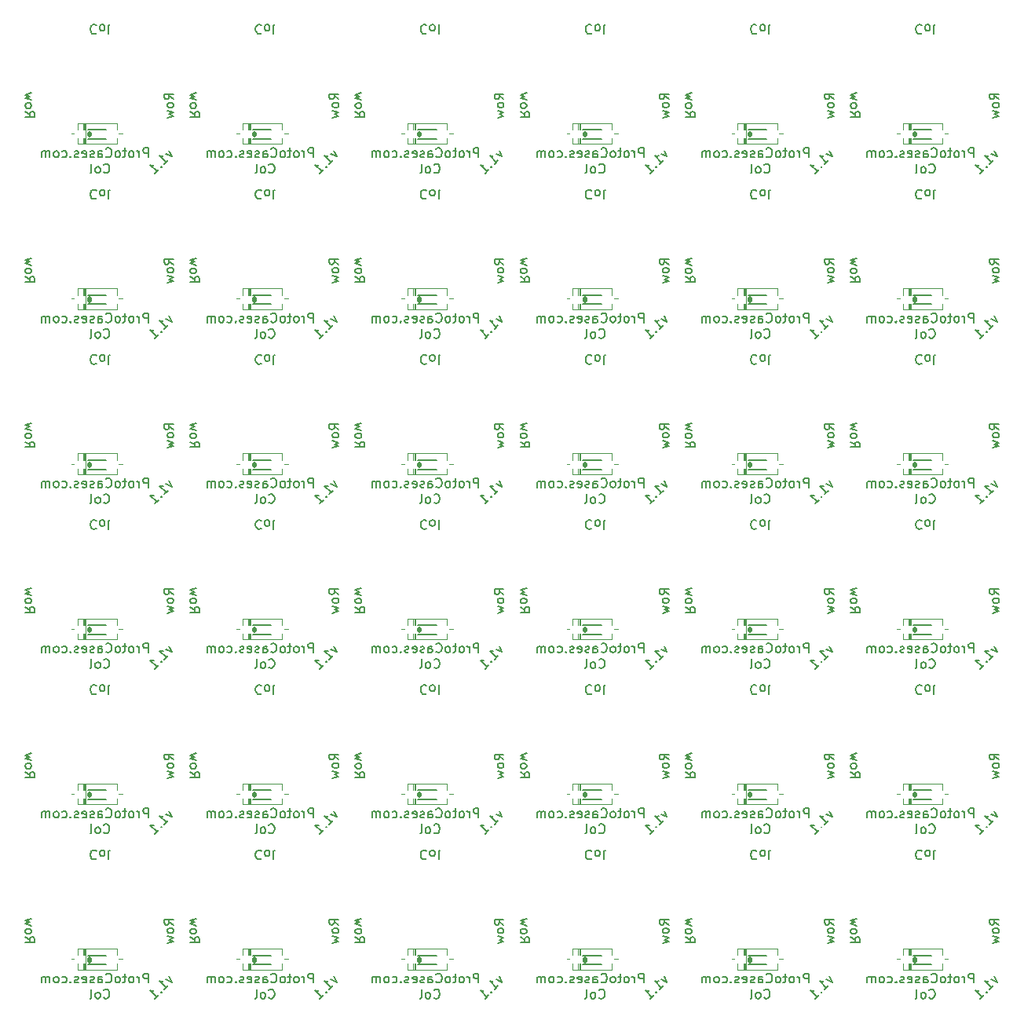
<source format=gbo>
G04 #@! TF.GenerationSoftware,KiCad,Pcbnew,(5.1.4)-1*
G04 #@! TF.CreationDate,2020-01-11T16:44:35+01:00*
G04 #@! TF.ProjectId,plate,706c6174-652e-46b6-9963-61645f706362,1*
G04 #@! TF.SameCoordinates,Original*
G04 #@! TF.FileFunction,Legend,Bot*
G04 #@! TF.FilePolarity,Positive*
%FSLAX46Y46*%
G04 Gerber Fmt 4.6, Leading zero omitted, Abs format (unit mm)*
G04 Created by KiCad (PCBNEW (5.1.4)-1) date 2020-01-11 16:44:35*
%MOMM*%
%LPD*%
G04 APERTURE LIST*
%ADD10C,0.150000*%
%ADD11C,0.500000*%
%ADD12C,0.120000*%
%ADD13C,0.100000*%
%ADD14C,1.800000*%
%ADD15R,1.300000X0.950000*%
%ADD16R,1.600000X1.600000*%
%ADD17C,2.000000*%
%ADD18C,3.000000*%
%ADD19C,4.000000*%
%ADD20R,2.550000X2.500000*%
G04 APERTURE END LIST*
D10*
X94442619Y-169956666D02*
X94918809Y-170290000D01*
X94442619Y-170528095D02*
X95442619Y-170528095D01*
X95442619Y-170147142D01*
X95395000Y-170051904D01*
X95347380Y-170004285D01*
X95252142Y-169956666D01*
X95109285Y-169956666D01*
X95014047Y-170004285D01*
X94966428Y-170051904D01*
X94918809Y-170147142D01*
X94918809Y-170528095D01*
X94442619Y-169385238D02*
X94490238Y-169480476D01*
X94537857Y-169528095D01*
X94633095Y-169575714D01*
X94918809Y-169575714D01*
X95014047Y-169528095D01*
X95061666Y-169480476D01*
X95109285Y-169385238D01*
X95109285Y-169242380D01*
X95061666Y-169147142D01*
X95014047Y-169099523D01*
X94918809Y-169051904D01*
X94633095Y-169051904D01*
X94537857Y-169099523D01*
X94490238Y-169147142D01*
X94442619Y-169242380D01*
X94442619Y-169385238D01*
X95109285Y-168718571D02*
X94442619Y-168528095D01*
X94918809Y-168337619D01*
X94442619Y-168147142D01*
X95109285Y-167956666D01*
X109948629Y-174168324D02*
X110251675Y-174808087D01*
X109611912Y-174505042D01*
X109443553Y-175616209D02*
X109847614Y-175212148D01*
X109645583Y-175414179D02*
X108938477Y-174707072D01*
X109106835Y-174740744D01*
X109241522Y-174740744D01*
X109342538Y-174707072D01*
X109073164Y-175851912D02*
X109073164Y-175919255D01*
X109140507Y-175919255D01*
X109140507Y-175851912D01*
X109073164Y-175851912D01*
X109140507Y-175919255D01*
X108433400Y-176626362D02*
X108837461Y-176222301D01*
X108635431Y-176424331D02*
X107928324Y-175717225D01*
X108096683Y-175750896D01*
X108231370Y-175750896D01*
X108332385Y-175717225D01*
X107728095Y-174882380D02*
X107728095Y-173882380D01*
X107347142Y-173882380D01*
X107251904Y-173930000D01*
X107204285Y-173977619D01*
X107156666Y-174072857D01*
X107156666Y-174215714D01*
X107204285Y-174310952D01*
X107251904Y-174358571D01*
X107347142Y-174406190D01*
X107728095Y-174406190D01*
X106728095Y-174882380D02*
X106728095Y-174215714D01*
X106728095Y-174406190D02*
X106680476Y-174310952D01*
X106632857Y-174263333D01*
X106537619Y-174215714D01*
X106442380Y-174215714D01*
X105966190Y-174882380D02*
X106061428Y-174834761D01*
X106109047Y-174787142D01*
X106156666Y-174691904D01*
X106156666Y-174406190D01*
X106109047Y-174310952D01*
X106061428Y-174263333D01*
X105966190Y-174215714D01*
X105823333Y-174215714D01*
X105728095Y-174263333D01*
X105680476Y-174310952D01*
X105632857Y-174406190D01*
X105632857Y-174691904D01*
X105680476Y-174787142D01*
X105728095Y-174834761D01*
X105823333Y-174882380D01*
X105966190Y-174882380D01*
X105347142Y-174215714D02*
X104966190Y-174215714D01*
X105204285Y-173882380D02*
X105204285Y-174739523D01*
X105156666Y-174834761D01*
X105061428Y-174882380D01*
X104966190Y-174882380D01*
X104490000Y-174882380D02*
X104585238Y-174834761D01*
X104632857Y-174787142D01*
X104680476Y-174691904D01*
X104680476Y-174406190D01*
X104632857Y-174310952D01*
X104585238Y-174263333D01*
X104490000Y-174215714D01*
X104347142Y-174215714D01*
X104251904Y-174263333D01*
X104204285Y-174310952D01*
X104156666Y-174406190D01*
X104156666Y-174691904D01*
X104204285Y-174787142D01*
X104251904Y-174834761D01*
X104347142Y-174882380D01*
X104490000Y-174882380D01*
X103156666Y-174787142D02*
X103204285Y-174834761D01*
X103347142Y-174882380D01*
X103442380Y-174882380D01*
X103585238Y-174834761D01*
X103680476Y-174739523D01*
X103728095Y-174644285D01*
X103775714Y-174453809D01*
X103775714Y-174310952D01*
X103728095Y-174120476D01*
X103680476Y-174025238D01*
X103585238Y-173930000D01*
X103442380Y-173882380D01*
X103347142Y-173882380D01*
X103204285Y-173930000D01*
X103156666Y-173977619D01*
X102299523Y-174882380D02*
X102299523Y-174358571D01*
X102347142Y-174263333D01*
X102442380Y-174215714D01*
X102632857Y-174215714D01*
X102728095Y-174263333D01*
X102299523Y-174834761D02*
X102394761Y-174882380D01*
X102632857Y-174882380D01*
X102728095Y-174834761D01*
X102775714Y-174739523D01*
X102775714Y-174644285D01*
X102728095Y-174549047D01*
X102632857Y-174501428D01*
X102394761Y-174501428D01*
X102299523Y-174453809D01*
X101870952Y-174834761D02*
X101775714Y-174882380D01*
X101585238Y-174882380D01*
X101490000Y-174834761D01*
X101442380Y-174739523D01*
X101442380Y-174691904D01*
X101490000Y-174596666D01*
X101585238Y-174549047D01*
X101728095Y-174549047D01*
X101823333Y-174501428D01*
X101870952Y-174406190D01*
X101870952Y-174358571D01*
X101823333Y-174263333D01*
X101728095Y-174215714D01*
X101585238Y-174215714D01*
X101490000Y-174263333D01*
X100632857Y-174834761D02*
X100728095Y-174882380D01*
X100918571Y-174882380D01*
X101013809Y-174834761D01*
X101061428Y-174739523D01*
X101061428Y-174358571D01*
X101013809Y-174263333D01*
X100918571Y-174215714D01*
X100728095Y-174215714D01*
X100632857Y-174263333D01*
X100585238Y-174358571D01*
X100585238Y-174453809D01*
X101061428Y-174549047D01*
X100204285Y-174834761D02*
X100109047Y-174882380D01*
X99918571Y-174882380D01*
X99823333Y-174834761D01*
X99775714Y-174739523D01*
X99775714Y-174691904D01*
X99823333Y-174596666D01*
X99918571Y-174549047D01*
X100061428Y-174549047D01*
X100156666Y-174501428D01*
X100204285Y-174406190D01*
X100204285Y-174358571D01*
X100156666Y-174263333D01*
X100061428Y-174215714D01*
X99918571Y-174215714D01*
X99823333Y-174263333D01*
X99347142Y-174787142D02*
X99299523Y-174834761D01*
X99347142Y-174882380D01*
X99394761Y-174834761D01*
X99347142Y-174787142D01*
X99347142Y-174882380D01*
X98442380Y-174834761D02*
X98537619Y-174882380D01*
X98728095Y-174882380D01*
X98823333Y-174834761D01*
X98870952Y-174787142D01*
X98918571Y-174691904D01*
X98918571Y-174406190D01*
X98870952Y-174310952D01*
X98823333Y-174263333D01*
X98728095Y-174215714D01*
X98537619Y-174215714D01*
X98442380Y-174263333D01*
X97870952Y-174882380D02*
X97966190Y-174834761D01*
X98013809Y-174787142D01*
X98061428Y-174691904D01*
X98061428Y-174406190D01*
X98013809Y-174310952D01*
X97966190Y-174263333D01*
X97870952Y-174215714D01*
X97728095Y-174215714D01*
X97632857Y-174263333D01*
X97585238Y-174310952D01*
X97537619Y-174406190D01*
X97537619Y-174691904D01*
X97585238Y-174787142D01*
X97632857Y-174834761D01*
X97728095Y-174882380D01*
X97870952Y-174882380D01*
X97109047Y-174882380D02*
X97109047Y-174215714D01*
X97109047Y-174310952D02*
X97061428Y-174263333D01*
X96966190Y-174215714D01*
X96823333Y-174215714D01*
X96728095Y-174263333D01*
X96680476Y-174358571D01*
X96680476Y-174882380D01*
X96680476Y-174358571D02*
X96632857Y-174263333D01*
X96537619Y-174215714D01*
X96394761Y-174215714D01*
X96299523Y-174263333D01*
X96251904Y-174358571D01*
X96251904Y-174882380D01*
X120719761Y-176487142D02*
X120767380Y-176534761D01*
X120910238Y-176582380D01*
X121005476Y-176582380D01*
X121148333Y-176534761D01*
X121243571Y-176439523D01*
X121291190Y-176344285D01*
X121338809Y-176153809D01*
X121338809Y-176010952D01*
X121291190Y-175820476D01*
X121243571Y-175725238D01*
X121148333Y-175630000D01*
X121005476Y-175582380D01*
X120910238Y-175582380D01*
X120767380Y-175630000D01*
X120719761Y-175677619D01*
X120148333Y-176582380D02*
X120243571Y-176534761D01*
X120291190Y-176487142D01*
X120338809Y-176391904D01*
X120338809Y-176106190D01*
X120291190Y-176010952D01*
X120243571Y-175963333D01*
X120148333Y-175915714D01*
X120005476Y-175915714D01*
X119910238Y-175963333D01*
X119862619Y-176010952D01*
X119815000Y-176106190D01*
X119815000Y-176391904D01*
X119862619Y-176487142D01*
X119910238Y-176534761D01*
X120005476Y-176582380D01*
X120148333Y-176582380D01*
X119243571Y-176582380D02*
X119338809Y-176534761D01*
X119386428Y-176439523D01*
X119386428Y-175582380D01*
X102919761Y-176487142D02*
X102967380Y-176534761D01*
X103110238Y-176582380D01*
X103205476Y-176582380D01*
X103348333Y-176534761D01*
X103443571Y-176439523D01*
X103491190Y-176344285D01*
X103538809Y-176153809D01*
X103538809Y-176010952D01*
X103491190Y-175820476D01*
X103443571Y-175725238D01*
X103348333Y-175630000D01*
X103205476Y-175582380D01*
X103110238Y-175582380D01*
X102967380Y-175630000D01*
X102919761Y-175677619D01*
X102348333Y-176582380D02*
X102443571Y-176534761D01*
X102491190Y-176487142D01*
X102538809Y-176391904D01*
X102538809Y-176106190D01*
X102491190Y-176010952D01*
X102443571Y-175963333D01*
X102348333Y-175915714D01*
X102205476Y-175915714D01*
X102110238Y-175963333D01*
X102062619Y-176010952D01*
X102015000Y-176106190D01*
X102015000Y-176391904D01*
X102062619Y-176487142D01*
X102110238Y-176534761D01*
X102205476Y-176582380D01*
X102348333Y-176582380D01*
X101443571Y-176582380D02*
X101538809Y-176534761D01*
X101586428Y-176439523D01*
X101586428Y-175582380D01*
X119910238Y-160677857D02*
X119862619Y-160630238D01*
X119719761Y-160582619D01*
X119624523Y-160582619D01*
X119481666Y-160630238D01*
X119386428Y-160725476D01*
X119338809Y-160820714D01*
X119291190Y-161011190D01*
X119291190Y-161154047D01*
X119338809Y-161344523D01*
X119386428Y-161439761D01*
X119481666Y-161535000D01*
X119624523Y-161582619D01*
X119719761Y-161582619D01*
X119862619Y-161535000D01*
X119910238Y-161487380D01*
X120481666Y-160582619D02*
X120386428Y-160630238D01*
X120338809Y-160677857D01*
X120291190Y-160773095D01*
X120291190Y-161058809D01*
X120338809Y-161154047D01*
X120386428Y-161201666D01*
X120481666Y-161249285D01*
X120624523Y-161249285D01*
X120719761Y-161201666D01*
X120767380Y-161154047D01*
X120815000Y-161058809D01*
X120815000Y-160773095D01*
X120767380Y-160677857D01*
X120719761Y-160630238D01*
X120624523Y-160582619D01*
X120481666Y-160582619D01*
X121386428Y-160582619D02*
X121291190Y-160630238D01*
X121243571Y-160725476D01*
X121243571Y-161582619D01*
X128242380Y-168623333D02*
X127766190Y-168290000D01*
X128242380Y-168051904D02*
X127242380Y-168051904D01*
X127242380Y-168432857D01*
X127290000Y-168528095D01*
X127337619Y-168575714D01*
X127432857Y-168623333D01*
X127575714Y-168623333D01*
X127670952Y-168575714D01*
X127718571Y-168528095D01*
X127766190Y-168432857D01*
X127766190Y-168051904D01*
X128242380Y-169194761D02*
X128194761Y-169099523D01*
X128147142Y-169051904D01*
X128051904Y-169004285D01*
X127766190Y-169004285D01*
X127670952Y-169051904D01*
X127623333Y-169099523D01*
X127575714Y-169194761D01*
X127575714Y-169337619D01*
X127623333Y-169432857D01*
X127670952Y-169480476D01*
X127766190Y-169528095D01*
X128051904Y-169528095D01*
X128147142Y-169480476D01*
X128194761Y-169432857D01*
X128242380Y-169337619D01*
X128242380Y-169194761D01*
X127575714Y-169861428D02*
X128242380Y-170051904D01*
X127766190Y-170242380D01*
X128242380Y-170432857D01*
X127575714Y-170623333D01*
X112242619Y-169956666D02*
X112718809Y-170290000D01*
X112242619Y-170528095D02*
X113242619Y-170528095D01*
X113242619Y-170147142D01*
X113195000Y-170051904D01*
X113147380Y-170004285D01*
X113052142Y-169956666D01*
X112909285Y-169956666D01*
X112814047Y-170004285D01*
X112766428Y-170051904D01*
X112718809Y-170147142D01*
X112718809Y-170528095D01*
X112242619Y-169385238D02*
X112290238Y-169480476D01*
X112337857Y-169528095D01*
X112433095Y-169575714D01*
X112718809Y-169575714D01*
X112814047Y-169528095D01*
X112861666Y-169480476D01*
X112909285Y-169385238D01*
X112909285Y-169242380D01*
X112861666Y-169147142D01*
X112814047Y-169099523D01*
X112718809Y-169051904D01*
X112433095Y-169051904D01*
X112337857Y-169099523D01*
X112290238Y-169147142D01*
X112242619Y-169242380D01*
X112242619Y-169385238D01*
X112909285Y-168718571D02*
X112242619Y-168528095D01*
X112718809Y-168337619D01*
X112242619Y-168147142D01*
X112909285Y-167956666D01*
X102110238Y-160677857D02*
X102062619Y-160630238D01*
X101919761Y-160582619D01*
X101824523Y-160582619D01*
X101681666Y-160630238D01*
X101586428Y-160725476D01*
X101538809Y-160820714D01*
X101491190Y-161011190D01*
X101491190Y-161154047D01*
X101538809Y-161344523D01*
X101586428Y-161439761D01*
X101681666Y-161535000D01*
X101824523Y-161582619D01*
X101919761Y-161582619D01*
X102062619Y-161535000D01*
X102110238Y-161487380D01*
X102681666Y-160582619D02*
X102586428Y-160630238D01*
X102538809Y-160677857D01*
X102491190Y-160773095D01*
X102491190Y-161058809D01*
X102538809Y-161154047D01*
X102586428Y-161201666D01*
X102681666Y-161249285D01*
X102824523Y-161249285D01*
X102919761Y-161201666D01*
X102967380Y-161154047D01*
X103015000Y-161058809D01*
X103015000Y-160773095D01*
X102967380Y-160677857D01*
X102919761Y-160630238D01*
X102824523Y-160582619D01*
X102681666Y-160582619D01*
X103586428Y-160582619D02*
X103491190Y-160630238D01*
X103443571Y-160725476D01*
X103443571Y-161582619D01*
X125528095Y-174882380D02*
X125528095Y-173882380D01*
X125147142Y-173882380D01*
X125051904Y-173930000D01*
X125004285Y-173977619D01*
X124956666Y-174072857D01*
X124956666Y-174215714D01*
X125004285Y-174310952D01*
X125051904Y-174358571D01*
X125147142Y-174406190D01*
X125528095Y-174406190D01*
X124528095Y-174882380D02*
X124528095Y-174215714D01*
X124528095Y-174406190D02*
X124480476Y-174310952D01*
X124432857Y-174263333D01*
X124337619Y-174215714D01*
X124242380Y-174215714D01*
X123766190Y-174882380D02*
X123861428Y-174834761D01*
X123909047Y-174787142D01*
X123956666Y-174691904D01*
X123956666Y-174406190D01*
X123909047Y-174310952D01*
X123861428Y-174263333D01*
X123766190Y-174215714D01*
X123623333Y-174215714D01*
X123528095Y-174263333D01*
X123480476Y-174310952D01*
X123432857Y-174406190D01*
X123432857Y-174691904D01*
X123480476Y-174787142D01*
X123528095Y-174834761D01*
X123623333Y-174882380D01*
X123766190Y-174882380D01*
X123147142Y-174215714D02*
X122766190Y-174215714D01*
X123004285Y-173882380D02*
X123004285Y-174739523D01*
X122956666Y-174834761D01*
X122861428Y-174882380D01*
X122766190Y-174882380D01*
X122290000Y-174882380D02*
X122385238Y-174834761D01*
X122432857Y-174787142D01*
X122480476Y-174691904D01*
X122480476Y-174406190D01*
X122432857Y-174310952D01*
X122385238Y-174263333D01*
X122290000Y-174215714D01*
X122147142Y-174215714D01*
X122051904Y-174263333D01*
X122004285Y-174310952D01*
X121956666Y-174406190D01*
X121956666Y-174691904D01*
X122004285Y-174787142D01*
X122051904Y-174834761D01*
X122147142Y-174882380D01*
X122290000Y-174882380D01*
X120956666Y-174787142D02*
X121004285Y-174834761D01*
X121147142Y-174882380D01*
X121242380Y-174882380D01*
X121385238Y-174834761D01*
X121480476Y-174739523D01*
X121528095Y-174644285D01*
X121575714Y-174453809D01*
X121575714Y-174310952D01*
X121528095Y-174120476D01*
X121480476Y-174025238D01*
X121385238Y-173930000D01*
X121242380Y-173882380D01*
X121147142Y-173882380D01*
X121004285Y-173930000D01*
X120956666Y-173977619D01*
X120099523Y-174882380D02*
X120099523Y-174358571D01*
X120147142Y-174263333D01*
X120242380Y-174215714D01*
X120432857Y-174215714D01*
X120528095Y-174263333D01*
X120099523Y-174834761D02*
X120194761Y-174882380D01*
X120432857Y-174882380D01*
X120528095Y-174834761D01*
X120575714Y-174739523D01*
X120575714Y-174644285D01*
X120528095Y-174549047D01*
X120432857Y-174501428D01*
X120194761Y-174501428D01*
X120099523Y-174453809D01*
X119670952Y-174834761D02*
X119575714Y-174882380D01*
X119385238Y-174882380D01*
X119290000Y-174834761D01*
X119242380Y-174739523D01*
X119242380Y-174691904D01*
X119290000Y-174596666D01*
X119385238Y-174549047D01*
X119528095Y-174549047D01*
X119623333Y-174501428D01*
X119670952Y-174406190D01*
X119670952Y-174358571D01*
X119623333Y-174263333D01*
X119528095Y-174215714D01*
X119385238Y-174215714D01*
X119290000Y-174263333D01*
X118432857Y-174834761D02*
X118528095Y-174882380D01*
X118718571Y-174882380D01*
X118813809Y-174834761D01*
X118861428Y-174739523D01*
X118861428Y-174358571D01*
X118813809Y-174263333D01*
X118718571Y-174215714D01*
X118528095Y-174215714D01*
X118432857Y-174263333D01*
X118385238Y-174358571D01*
X118385238Y-174453809D01*
X118861428Y-174549047D01*
X118004285Y-174834761D02*
X117909047Y-174882380D01*
X117718571Y-174882380D01*
X117623333Y-174834761D01*
X117575714Y-174739523D01*
X117575714Y-174691904D01*
X117623333Y-174596666D01*
X117718571Y-174549047D01*
X117861428Y-174549047D01*
X117956666Y-174501428D01*
X118004285Y-174406190D01*
X118004285Y-174358571D01*
X117956666Y-174263333D01*
X117861428Y-174215714D01*
X117718571Y-174215714D01*
X117623333Y-174263333D01*
X117147142Y-174787142D02*
X117099523Y-174834761D01*
X117147142Y-174882380D01*
X117194761Y-174834761D01*
X117147142Y-174787142D01*
X117147142Y-174882380D01*
X116242380Y-174834761D02*
X116337619Y-174882380D01*
X116528095Y-174882380D01*
X116623333Y-174834761D01*
X116670952Y-174787142D01*
X116718571Y-174691904D01*
X116718571Y-174406190D01*
X116670952Y-174310952D01*
X116623333Y-174263333D01*
X116528095Y-174215714D01*
X116337619Y-174215714D01*
X116242380Y-174263333D01*
X115670952Y-174882380D02*
X115766190Y-174834761D01*
X115813809Y-174787142D01*
X115861428Y-174691904D01*
X115861428Y-174406190D01*
X115813809Y-174310952D01*
X115766190Y-174263333D01*
X115670952Y-174215714D01*
X115528095Y-174215714D01*
X115432857Y-174263333D01*
X115385238Y-174310952D01*
X115337619Y-174406190D01*
X115337619Y-174691904D01*
X115385238Y-174787142D01*
X115432857Y-174834761D01*
X115528095Y-174882380D01*
X115670952Y-174882380D01*
X114909047Y-174882380D02*
X114909047Y-174215714D01*
X114909047Y-174310952D02*
X114861428Y-174263333D01*
X114766190Y-174215714D01*
X114623333Y-174215714D01*
X114528095Y-174263333D01*
X114480476Y-174358571D01*
X114480476Y-174882380D01*
X114480476Y-174358571D02*
X114432857Y-174263333D01*
X114337619Y-174215714D01*
X114194761Y-174215714D01*
X114099523Y-174263333D01*
X114051904Y-174358571D01*
X114051904Y-174882380D01*
X110442380Y-168623333D02*
X109966190Y-168290000D01*
X110442380Y-168051904D02*
X109442380Y-168051904D01*
X109442380Y-168432857D01*
X109490000Y-168528095D01*
X109537619Y-168575714D01*
X109632857Y-168623333D01*
X109775714Y-168623333D01*
X109870952Y-168575714D01*
X109918571Y-168528095D01*
X109966190Y-168432857D01*
X109966190Y-168051904D01*
X110442380Y-169194761D02*
X110394761Y-169099523D01*
X110347142Y-169051904D01*
X110251904Y-169004285D01*
X109966190Y-169004285D01*
X109870952Y-169051904D01*
X109823333Y-169099523D01*
X109775714Y-169194761D01*
X109775714Y-169337619D01*
X109823333Y-169432857D01*
X109870952Y-169480476D01*
X109966190Y-169528095D01*
X110251904Y-169528095D01*
X110347142Y-169480476D01*
X110394761Y-169432857D01*
X110442380Y-169337619D01*
X110442380Y-169194761D01*
X109775714Y-169861428D02*
X110442380Y-170051904D01*
X109966190Y-170242380D01*
X110442380Y-170432857D01*
X109775714Y-170623333D01*
X127748629Y-174168324D02*
X128051675Y-174808087D01*
X127411912Y-174505042D01*
X127243553Y-175616209D02*
X127647614Y-175212148D01*
X127445583Y-175414179D02*
X126738477Y-174707072D01*
X126906835Y-174740744D01*
X127041522Y-174740744D01*
X127142538Y-174707072D01*
X126873164Y-175851912D02*
X126873164Y-175919255D01*
X126940507Y-175919255D01*
X126940507Y-175851912D01*
X126873164Y-175851912D01*
X126940507Y-175919255D01*
X126233400Y-176626362D02*
X126637461Y-176222301D01*
X126435431Y-176424331D02*
X125728324Y-175717225D01*
X125896683Y-175750896D01*
X126031370Y-175750896D01*
X126132385Y-175717225D01*
X146042380Y-168623333D02*
X145566190Y-168290000D01*
X146042380Y-168051904D02*
X145042380Y-168051904D01*
X145042380Y-168432857D01*
X145090000Y-168528095D01*
X145137619Y-168575714D01*
X145232857Y-168623333D01*
X145375714Y-168623333D01*
X145470952Y-168575714D01*
X145518571Y-168528095D01*
X145566190Y-168432857D01*
X145566190Y-168051904D01*
X146042380Y-169194761D02*
X145994761Y-169099523D01*
X145947142Y-169051904D01*
X145851904Y-169004285D01*
X145566190Y-169004285D01*
X145470952Y-169051904D01*
X145423333Y-169099523D01*
X145375714Y-169194761D01*
X145375714Y-169337619D01*
X145423333Y-169432857D01*
X145470952Y-169480476D01*
X145566190Y-169528095D01*
X145851904Y-169528095D01*
X145947142Y-169480476D01*
X145994761Y-169432857D01*
X146042380Y-169337619D01*
X146042380Y-169194761D01*
X145375714Y-169861428D02*
X146042380Y-170051904D01*
X145566190Y-170242380D01*
X146042380Y-170432857D01*
X145375714Y-170623333D01*
X155510238Y-160677857D02*
X155462619Y-160630238D01*
X155319761Y-160582619D01*
X155224523Y-160582619D01*
X155081666Y-160630238D01*
X154986428Y-160725476D01*
X154938809Y-160820714D01*
X154891190Y-161011190D01*
X154891190Y-161154047D01*
X154938809Y-161344523D01*
X154986428Y-161439761D01*
X155081666Y-161535000D01*
X155224523Y-161582619D01*
X155319761Y-161582619D01*
X155462619Y-161535000D01*
X155510238Y-161487380D01*
X156081666Y-160582619D02*
X155986428Y-160630238D01*
X155938809Y-160677857D01*
X155891190Y-160773095D01*
X155891190Y-161058809D01*
X155938809Y-161154047D01*
X155986428Y-161201666D01*
X156081666Y-161249285D01*
X156224523Y-161249285D01*
X156319761Y-161201666D01*
X156367380Y-161154047D01*
X156415000Y-161058809D01*
X156415000Y-160773095D01*
X156367380Y-160677857D01*
X156319761Y-160630238D01*
X156224523Y-160582619D01*
X156081666Y-160582619D01*
X156986428Y-160582619D02*
X156891190Y-160630238D01*
X156843571Y-160725476D01*
X156843571Y-161582619D01*
X147842619Y-169956666D02*
X148318809Y-170290000D01*
X147842619Y-170528095D02*
X148842619Y-170528095D01*
X148842619Y-170147142D01*
X148795000Y-170051904D01*
X148747380Y-170004285D01*
X148652142Y-169956666D01*
X148509285Y-169956666D01*
X148414047Y-170004285D01*
X148366428Y-170051904D01*
X148318809Y-170147142D01*
X148318809Y-170528095D01*
X147842619Y-169385238D02*
X147890238Y-169480476D01*
X147937857Y-169528095D01*
X148033095Y-169575714D01*
X148318809Y-169575714D01*
X148414047Y-169528095D01*
X148461666Y-169480476D01*
X148509285Y-169385238D01*
X148509285Y-169242380D01*
X148461666Y-169147142D01*
X148414047Y-169099523D01*
X148318809Y-169051904D01*
X148033095Y-169051904D01*
X147937857Y-169099523D01*
X147890238Y-169147142D01*
X147842619Y-169242380D01*
X147842619Y-169385238D01*
X148509285Y-168718571D02*
X147842619Y-168528095D01*
X148318809Y-168337619D01*
X147842619Y-168147142D01*
X148509285Y-167956666D01*
X145548629Y-174168324D02*
X145851675Y-174808087D01*
X145211912Y-174505042D01*
X145043553Y-175616209D02*
X145447614Y-175212148D01*
X145245583Y-175414179D02*
X144538477Y-174707072D01*
X144706835Y-174740744D01*
X144841522Y-174740744D01*
X144942538Y-174707072D01*
X144673164Y-175851912D02*
X144673164Y-175919255D01*
X144740507Y-175919255D01*
X144740507Y-175851912D01*
X144673164Y-175851912D01*
X144740507Y-175919255D01*
X144033400Y-176626362D02*
X144437461Y-176222301D01*
X144235431Y-176424331D02*
X143528324Y-175717225D01*
X143696683Y-175750896D01*
X143831370Y-175750896D01*
X143932385Y-175717225D01*
X161128095Y-174882380D02*
X161128095Y-173882380D01*
X160747142Y-173882380D01*
X160651904Y-173930000D01*
X160604285Y-173977619D01*
X160556666Y-174072857D01*
X160556666Y-174215714D01*
X160604285Y-174310952D01*
X160651904Y-174358571D01*
X160747142Y-174406190D01*
X161128095Y-174406190D01*
X160128095Y-174882380D02*
X160128095Y-174215714D01*
X160128095Y-174406190D02*
X160080476Y-174310952D01*
X160032857Y-174263333D01*
X159937619Y-174215714D01*
X159842380Y-174215714D01*
X159366190Y-174882380D02*
X159461428Y-174834761D01*
X159509047Y-174787142D01*
X159556666Y-174691904D01*
X159556666Y-174406190D01*
X159509047Y-174310952D01*
X159461428Y-174263333D01*
X159366190Y-174215714D01*
X159223333Y-174215714D01*
X159128095Y-174263333D01*
X159080476Y-174310952D01*
X159032857Y-174406190D01*
X159032857Y-174691904D01*
X159080476Y-174787142D01*
X159128095Y-174834761D01*
X159223333Y-174882380D01*
X159366190Y-174882380D01*
X158747142Y-174215714D02*
X158366190Y-174215714D01*
X158604285Y-173882380D02*
X158604285Y-174739523D01*
X158556666Y-174834761D01*
X158461428Y-174882380D01*
X158366190Y-174882380D01*
X157890000Y-174882380D02*
X157985238Y-174834761D01*
X158032857Y-174787142D01*
X158080476Y-174691904D01*
X158080476Y-174406190D01*
X158032857Y-174310952D01*
X157985238Y-174263333D01*
X157890000Y-174215714D01*
X157747142Y-174215714D01*
X157651904Y-174263333D01*
X157604285Y-174310952D01*
X157556666Y-174406190D01*
X157556666Y-174691904D01*
X157604285Y-174787142D01*
X157651904Y-174834761D01*
X157747142Y-174882380D01*
X157890000Y-174882380D01*
X156556666Y-174787142D02*
X156604285Y-174834761D01*
X156747142Y-174882380D01*
X156842380Y-174882380D01*
X156985238Y-174834761D01*
X157080476Y-174739523D01*
X157128095Y-174644285D01*
X157175714Y-174453809D01*
X157175714Y-174310952D01*
X157128095Y-174120476D01*
X157080476Y-174025238D01*
X156985238Y-173930000D01*
X156842380Y-173882380D01*
X156747142Y-173882380D01*
X156604285Y-173930000D01*
X156556666Y-173977619D01*
X155699523Y-174882380D02*
X155699523Y-174358571D01*
X155747142Y-174263333D01*
X155842380Y-174215714D01*
X156032857Y-174215714D01*
X156128095Y-174263333D01*
X155699523Y-174834761D02*
X155794761Y-174882380D01*
X156032857Y-174882380D01*
X156128095Y-174834761D01*
X156175714Y-174739523D01*
X156175714Y-174644285D01*
X156128095Y-174549047D01*
X156032857Y-174501428D01*
X155794761Y-174501428D01*
X155699523Y-174453809D01*
X155270952Y-174834761D02*
X155175714Y-174882380D01*
X154985238Y-174882380D01*
X154890000Y-174834761D01*
X154842380Y-174739523D01*
X154842380Y-174691904D01*
X154890000Y-174596666D01*
X154985238Y-174549047D01*
X155128095Y-174549047D01*
X155223333Y-174501428D01*
X155270952Y-174406190D01*
X155270952Y-174358571D01*
X155223333Y-174263333D01*
X155128095Y-174215714D01*
X154985238Y-174215714D01*
X154890000Y-174263333D01*
X154032857Y-174834761D02*
X154128095Y-174882380D01*
X154318571Y-174882380D01*
X154413809Y-174834761D01*
X154461428Y-174739523D01*
X154461428Y-174358571D01*
X154413809Y-174263333D01*
X154318571Y-174215714D01*
X154128095Y-174215714D01*
X154032857Y-174263333D01*
X153985238Y-174358571D01*
X153985238Y-174453809D01*
X154461428Y-174549047D01*
X153604285Y-174834761D02*
X153509047Y-174882380D01*
X153318571Y-174882380D01*
X153223333Y-174834761D01*
X153175714Y-174739523D01*
X153175714Y-174691904D01*
X153223333Y-174596666D01*
X153318571Y-174549047D01*
X153461428Y-174549047D01*
X153556666Y-174501428D01*
X153604285Y-174406190D01*
X153604285Y-174358571D01*
X153556666Y-174263333D01*
X153461428Y-174215714D01*
X153318571Y-174215714D01*
X153223333Y-174263333D01*
X152747142Y-174787142D02*
X152699523Y-174834761D01*
X152747142Y-174882380D01*
X152794761Y-174834761D01*
X152747142Y-174787142D01*
X152747142Y-174882380D01*
X151842380Y-174834761D02*
X151937619Y-174882380D01*
X152128095Y-174882380D01*
X152223333Y-174834761D01*
X152270952Y-174787142D01*
X152318571Y-174691904D01*
X152318571Y-174406190D01*
X152270952Y-174310952D01*
X152223333Y-174263333D01*
X152128095Y-174215714D01*
X151937619Y-174215714D01*
X151842380Y-174263333D01*
X151270952Y-174882380D02*
X151366190Y-174834761D01*
X151413809Y-174787142D01*
X151461428Y-174691904D01*
X151461428Y-174406190D01*
X151413809Y-174310952D01*
X151366190Y-174263333D01*
X151270952Y-174215714D01*
X151128095Y-174215714D01*
X151032857Y-174263333D01*
X150985238Y-174310952D01*
X150937619Y-174406190D01*
X150937619Y-174691904D01*
X150985238Y-174787142D01*
X151032857Y-174834761D01*
X151128095Y-174882380D01*
X151270952Y-174882380D01*
X150509047Y-174882380D02*
X150509047Y-174215714D01*
X150509047Y-174310952D02*
X150461428Y-174263333D01*
X150366190Y-174215714D01*
X150223333Y-174215714D01*
X150128095Y-174263333D01*
X150080476Y-174358571D01*
X150080476Y-174882380D01*
X150080476Y-174358571D02*
X150032857Y-174263333D01*
X149937619Y-174215714D01*
X149794761Y-174215714D01*
X149699523Y-174263333D01*
X149651904Y-174358571D01*
X149651904Y-174882380D01*
X138519761Y-176487142D02*
X138567380Y-176534761D01*
X138710238Y-176582380D01*
X138805476Y-176582380D01*
X138948333Y-176534761D01*
X139043571Y-176439523D01*
X139091190Y-176344285D01*
X139138809Y-176153809D01*
X139138809Y-176010952D01*
X139091190Y-175820476D01*
X139043571Y-175725238D01*
X138948333Y-175630000D01*
X138805476Y-175582380D01*
X138710238Y-175582380D01*
X138567380Y-175630000D01*
X138519761Y-175677619D01*
X137948333Y-176582380D02*
X138043571Y-176534761D01*
X138091190Y-176487142D01*
X138138809Y-176391904D01*
X138138809Y-176106190D01*
X138091190Y-176010952D01*
X138043571Y-175963333D01*
X137948333Y-175915714D01*
X137805476Y-175915714D01*
X137710238Y-175963333D01*
X137662619Y-176010952D01*
X137615000Y-176106190D01*
X137615000Y-176391904D01*
X137662619Y-176487142D01*
X137710238Y-176534761D01*
X137805476Y-176582380D01*
X137948333Y-176582380D01*
X137043571Y-176582380D02*
X137138809Y-176534761D01*
X137186428Y-176439523D01*
X137186428Y-175582380D01*
X156319761Y-176487142D02*
X156367380Y-176534761D01*
X156510238Y-176582380D01*
X156605476Y-176582380D01*
X156748333Y-176534761D01*
X156843571Y-176439523D01*
X156891190Y-176344285D01*
X156938809Y-176153809D01*
X156938809Y-176010952D01*
X156891190Y-175820476D01*
X156843571Y-175725238D01*
X156748333Y-175630000D01*
X156605476Y-175582380D01*
X156510238Y-175582380D01*
X156367380Y-175630000D01*
X156319761Y-175677619D01*
X155748333Y-176582380D02*
X155843571Y-176534761D01*
X155891190Y-176487142D01*
X155938809Y-176391904D01*
X155938809Y-176106190D01*
X155891190Y-176010952D01*
X155843571Y-175963333D01*
X155748333Y-175915714D01*
X155605476Y-175915714D01*
X155510238Y-175963333D01*
X155462619Y-176010952D01*
X155415000Y-176106190D01*
X155415000Y-176391904D01*
X155462619Y-176487142D01*
X155510238Y-176534761D01*
X155605476Y-176582380D01*
X155748333Y-176582380D01*
X154843571Y-176582380D02*
X154938809Y-176534761D01*
X154986428Y-176439523D01*
X154986428Y-175582380D01*
X130042619Y-169956666D02*
X130518809Y-170290000D01*
X130042619Y-170528095D02*
X131042619Y-170528095D01*
X131042619Y-170147142D01*
X130995000Y-170051904D01*
X130947380Y-170004285D01*
X130852142Y-169956666D01*
X130709285Y-169956666D01*
X130614047Y-170004285D01*
X130566428Y-170051904D01*
X130518809Y-170147142D01*
X130518809Y-170528095D01*
X130042619Y-169385238D02*
X130090238Y-169480476D01*
X130137857Y-169528095D01*
X130233095Y-169575714D01*
X130518809Y-169575714D01*
X130614047Y-169528095D01*
X130661666Y-169480476D01*
X130709285Y-169385238D01*
X130709285Y-169242380D01*
X130661666Y-169147142D01*
X130614047Y-169099523D01*
X130518809Y-169051904D01*
X130233095Y-169051904D01*
X130137857Y-169099523D01*
X130090238Y-169147142D01*
X130042619Y-169242380D01*
X130042619Y-169385238D01*
X130709285Y-168718571D02*
X130042619Y-168528095D01*
X130518809Y-168337619D01*
X130042619Y-168147142D01*
X130709285Y-167956666D01*
X163842380Y-168623333D02*
X163366190Y-168290000D01*
X163842380Y-168051904D02*
X162842380Y-168051904D01*
X162842380Y-168432857D01*
X162890000Y-168528095D01*
X162937619Y-168575714D01*
X163032857Y-168623333D01*
X163175714Y-168623333D01*
X163270952Y-168575714D01*
X163318571Y-168528095D01*
X163366190Y-168432857D01*
X163366190Y-168051904D01*
X163842380Y-169194761D02*
X163794761Y-169099523D01*
X163747142Y-169051904D01*
X163651904Y-169004285D01*
X163366190Y-169004285D01*
X163270952Y-169051904D01*
X163223333Y-169099523D01*
X163175714Y-169194761D01*
X163175714Y-169337619D01*
X163223333Y-169432857D01*
X163270952Y-169480476D01*
X163366190Y-169528095D01*
X163651904Y-169528095D01*
X163747142Y-169480476D01*
X163794761Y-169432857D01*
X163842380Y-169337619D01*
X163842380Y-169194761D01*
X163175714Y-169861428D02*
X163842380Y-170051904D01*
X163366190Y-170242380D01*
X163842380Y-170432857D01*
X163175714Y-170623333D01*
X137710238Y-160677857D02*
X137662619Y-160630238D01*
X137519761Y-160582619D01*
X137424523Y-160582619D01*
X137281666Y-160630238D01*
X137186428Y-160725476D01*
X137138809Y-160820714D01*
X137091190Y-161011190D01*
X137091190Y-161154047D01*
X137138809Y-161344523D01*
X137186428Y-161439761D01*
X137281666Y-161535000D01*
X137424523Y-161582619D01*
X137519761Y-161582619D01*
X137662619Y-161535000D01*
X137710238Y-161487380D01*
X138281666Y-160582619D02*
X138186428Y-160630238D01*
X138138809Y-160677857D01*
X138091190Y-160773095D01*
X138091190Y-161058809D01*
X138138809Y-161154047D01*
X138186428Y-161201666D01*
X138281666Y-161249285D01*
X138424523Y-161249285D01*
X138519761Y-161201666D01*
X138567380Y-161154047D01*
X138615000Y-161058809D01*
X138615000Y-160773095D01*
X138567380Y-160677857D01*
X138519761Y-160630238D01*
X138424523Y-160582619D01*
X138281666Y-160582619D01*
X139186428Y-160582619D02*
X139091190Y-160630238D01*
X139043571Y-160725476D01*
X139043571Y-161582619D01*
X163348629Y-174168324D02*
X163651675Y-174808087D01*
X163011912Y-174505042D01*
X162843553Y-175616209D02*
X163247614Y-175212148D01*
X163045583Y-175414179D02*
X162338477Y-174707072D01*
X162506835Y-174740744D01*
X162641522Y-174740744D01*
X162742538Y-174707072D01*
X162473164Y-175851912D02*
X162473164Y-175919255D01*
X162540507Y-175919255D01*
X162540507Y-175851912D01*
X162473164Y-175851912D01*
X162540507Y-175919255D01*
X161833400Y-176626362D02*
X162237461Y-176222301D01*
X162035431Y-176424331D02*
X161328324Y-175717225D01*
X161496683Y-175750896D01*
X161631370Y-175750896D01*
X161732385Y-175717225D01*
X143328095Y-174882380D02*
X143328095Y-173882380D01*
X142947142Y-173882380D01*
X142851904Y-173930000D01*
X142804285Y-173977619D01*
X142756666Y-174072857D01*
X142756666Y-174215714D01*
X142804285Y-174310952D01*
X142851904Y-174358571D01*
X142947142Y-174406190D01*
X143328095Y-174406190D01*
X142328095Y-174882380D02*
X142328095Y-174215714D01*
X142328095Y-174406190D02*
X142280476Y-174310952D01*
X142232857Y-174263333D01*
X142137619Y-174215714D01*
X142042380Y-174215714D01*
X141566190Y-174882380D02*
X141661428Y-174834761D01*
X141709047Y-174787142D01*
X141756666Y-174691904D01*
X141756666Y-174406190D01*
X141709047Y-174310952D01*
X141661428Y-174263333D01*
X141566190Y-174215714D01*
X141423333Y-174215714D01*
X141328095Y-174263333D01*
X141280476Y-174310952D01*
X141232857Y-174406190D01*
X141232857Y-174691904D01*
X141280476Y-174787142D01*
X141328095Y-174834761D01*
X141423333Y-174882380D01*
X141566190Y-174882380D01*
X140947142Y-174215714D02*
X140566190Y-174215714D01*
X140804285Y-173882380D02*
X140804285Y-174739523D01*
X140756666Y-174834761D01*
X140661428Y-174882380D01*
X140566190Y-174882380D01*
X140090000Y-174882380D02*
X140185238Y-174834761D01*
X140232857Y-174787142D01*
X140280476Y-174691904D01*
X140280476Y-174406190D01*
X140232857Y-174310952D01*
X140185238Y-174263333D01*
X140090000Y-174215714D01*
X139947142Y-174215714D01*
X139851904Y-174263333D01*
X139804285Y-174310952D01*
X139756666Y-174406190D01*
X139756666Y-174691904D01*
X139804285Y-174787142D01*
X139851904Y-174834761D01*
X139947142Y-174882380D01*
X140090000Y-174882380D01*
X138756666Y-174787142D02*
X138804285Y-174834761D01*
X138947142Y-174882380D01*
X139042380Y-174882380D01*
X139185238Y-174834761D01*
X139280476Y-174739523D01*
X139328095Y-174644285D01*
X139375714Y-174453809D01*
X139375714Y-174310952D01*
X139328095Y-174120476D01*
X139280476Y-174025238D01*
X139185238Y-173930000D01*
X139042380Y-173882380D01*
X138947142Y-173882380D01*
X138804285Y-173930000D01*
X138756666Y-173977619D01*
X137899523Y-174882380D02*
X137899523Y-174358571D01*
X137947142Y-174263333D01*
X138042380Y-174215714D01*
X138232857Y-174215714D01*
X138328095Y-174263333D01*
X137899523Y-174834761D02*
X137994761Y-174882380D01*
X138232857Y-174882380D01*
X138328095Y-174834761D01*
X138375714Y-174739523D01*
X138375714Y-174644285D01*
X138328095Y-174549047D01*
X138232857Y-174501428D01*
X137994761Y-174501428D01*
X137899523Y-174453809D01*
X137470952Y-174834761D02*
X137375714Y-174882380D01*
X137185238Y-174882380D01*
X137090000Y-174834761D01*
X137042380Y-174739523D01*
X137042380Y-174691904D01*
X137090000Y-174596666D01*
X137185238Y-174549047D01*
X137328095Y-174549047D01*
X137423333Y-174501428D01*
X137470952Y-174406190D01*
X137470952Y-174358571D01*
X137423333Y-174263333D01*
X137328095Y-174215714D01*
X137185238Y-174215714D01*
X137090000Y-174263333D01*
X136232857Y-174834761D02*
X136328095Y-174882380D01*
X136518571Y-174882380D01*
X136613809Y-174834761D01*
X136661428Y-174739523D01*
X136661428Y-174358571D01*
X136613809Y-174263333D01*
X136518571Y-174215714D01*
X136328095Y-174215714D01*
X136232857Y-174263333D01*
X136185238Y-174358571D01*
X136185238Y-174453809D01*
X136661428Y-174549047D01*
X135804285Y-174834761D02*
X135709047Y-174882380D01*
X135518571Y-174882380D01*
X135423333Y-174834761D01*
X135375714Y-174739523D01*
X135375714Y-174691904D01*
X135423333Y-174596666D01*
X135518571Y-174549047D01*
X135661428Y-174549047D01*
X135756666Y-174501428D01*
X135804285Y-174406190D01*
X135804285Y-174358571D01*
X135756666Y-174263333D01*
X135661428Y-174215714D01*
X135518571Y-174215714D01*
X135423333Y-174263333D01*
X134947142Y-174787142D02*
X134899523Y-174834761D01*
X134947142Y-174882380D01*
X134994761Y-174834761D01*
X134947142Y-174787142D01*
X134947142Y-174882380D01*
X134042380Y-174834761D02*
X134137619Y-174882380D01*
X134328095Y-174882380D01*
X134423333Y-174834761D01*
X134470952Y-174787142D01*
X134518571Y-174691904D01*
X134518571Y-174406190D01*
X134470952Y-174310952D01*
X134423333Y-174263333D01*
X134328095Y-174215714D01*
X134137619Y-174215714D01*
X134042380Y-174263333D01*
X133470952Y-174882380D02*
X133566190Y-174834761D01*
X133613809Y-174787142D01*
X133661428Y-174691904D01*
X133661428Y-174406190D01*
X133613809Y-174310952D01*
X133566190Y-174263333D01*
X133470952Y-174215714D01*
X133328095Y-174215714D01*
X133232857Y-174263333D01*
X133185238Y-174310952D01*
X133137619Y-174406190D01*
X133137619Y-174691904D01*
X133185238Y-174787142D01*
X133232857Y-174834761D01*
X133328095Y-174882380D01*
X133470952Y-174882380D01*
X132709047Y-174882380D02*
X132709047Y-174215714D01*
X132709047Y-174310952D02*
X132661428Y-174263333D01*
X132566190Y-174215714D01*
X132423333Y-174215714D01*
X132328095Y-174263333D01*
X132280476Y-174358571D01*
X132280476Y-174882380D01*
X132280476Y-174358571D02*
X132232857Y-174263333D01*
X132137619Y-174215714D01*
X131994761Y-174215714D01*
X131899523Y-174263333D01*
X131851904Y-174358571D01*
X131851904Y-174882380D01*
X181642380Y-168623333D02*
X181166190Y-168290000D01*
X181642380Y-168051904D02*
X180642380Y-168051904D01*
X180642380Y-168432857D01*
X180690000Y-168528095D01*
X180737619Y-168575714D01*
X180832857Y-168623333D01*
X180975714Y-168623333D01*
X181070952Y-168575714D01*
X181118571Y-168528095D01*
X181166190Y-168432857D01*
X181166190Y-168051904D01*
X181642380Y-169194761D02*
X181594761Y-169099523D01*
X181547142Y-169051904D01*
X181451904Y-169004285D01*
X181166190Y-169004285D01*
X181070952Y-169051904D01*
X181023333Y-169099523D01*
X180975714Y-169194761D01*
X180975714Y-169337619D01*
X181023333Y-169432857D01*
X181070952Y-169480476D01*
X181166190Y-169528095D01*
X181451904Y-169528095D01*
X181547142Y-169480476D01*
X181594761Y-169432857D01*
X181642380Y-169337619D01*
X181642380Y-169194761D01*
X180975714Y-169861428D02*
X181642380Y-170051904D01*
X181166190Y-170242380D01*
X181642380Y-170432857D01*
X180975714Y-170623333D01*
X173310238Y-160677857D02*
X173262619Y-160630238D01*
X173119761Y-160582619D01*
X173024523Y-160582619D01*
X172881666Y-160630238D01*
X172786428Y-160725476D01*
X172738809Y-160820714D01*
X172691190Y-161011190D01*
X172691190Y-161154047D01*
X172738809Y-161344523D01*
X172786428Y-161439761D01*
X172881666Y-161535000D01*
X173024523Y-161582619D01*
X173119761Y-161582619D01*
X173262619Y-161535000D01*
X173310238Y-161487380D01*
X173881666Y-160582619D02*
X173786428Y-160630238D01*
X173738809Y-160677857D01*
X173691190Y-160773095D01*
X173691190Y-161058809D01*
X173738809Y-161154047D01*
X173786428Y-161201666D01*
X173881666Y-161249285D01*
X174024523Y-161249285D01*
X174119761Y-161201666D01*
X174167380Y-161154047D01*
X174215000Y-161058809D01*
X174215000Y-160773095D01*
X174167380Y-160677857D01*
X174119761Y-160630238D01*
X174024523Y-160582619D01*
X173881666Y-160582619D01*
X174786428Y-160582619D02*
X174691190Y-160630238D01*
X174643571Y-160725476D01*
X174643571Y-161582619D01*
X165642619Y-169956666D02*
X166118809Y-170290000D01*
X165642619Y-170528095D02*
X166642619Y-170528095D01*
X166642619Y-170147142D01*
X166595000Y-170051904D01*
X166547380Y-170004285D01*
X166452142Y-169956666D01*
X166309285Y-169956666D01*
X166214047Y-170004285D01*
X166166428Y-170051904D01*
X166118809Y-170147142D01*
X166118809Y-170528095D01*
X165642619Y-169385238D02*
X165690238Y-169480476D01*
X165737857Y-169528095D01*
X165833095Y-169575714D01*
X166118809Y-169575714D01*
X166214047Y-169528095D01*
X166261666Y-169480476D01*
X166309285Y-169385238D01*
X166309285Y-169242380D01*
X166261666Y-169147142D01*
X166214047Y-169099523D01*
X166118809Y-169051904D01*
X165833095Y-169051904D01*
X165737857Y-169099523D01*
X165690238Y-169147142D01*
X165642619Y-169242380D01*
X165642619Y-169385238D01*
X166309285Y-168718571D02*
X165642619Y-168528095D01*
X166118809Y-168337619D01*
X165642619Y-168147142D01*
X166309285Y-167956666D01*
X181148629Y-174168324D02*
X181451675Y-174808087D01*
X180811912Y-174505042D01*
X180643553Y-175616209D02*
X181047614Y-175212148D01*
X180845583Y-175414179D02*
X180138477Y-174707072D01*
X180306835Y-174740744D01*
X180441522Y-174740744D01*
X180542538Y-174707072D01*
X180273164Y-175851912D02*
X180273164Y-175919255D01*
X180340507Y-175919255D01*
X180340507Y-175851912D01*
X180273164Y-175851912D01*
X180340507Y-175919255D01*
X179633400Y-176626362D02*
X180037461Y-176222301D01*
X179835431Y-176424331D02*
X179128324Y-175717225D01*
X179296683Y-175750896D01*
X179431370Y-175750896D01*
X179532385Y-175717225D01*
X178928095Y-174882380D02*
X178928095Y-173882380D01*
X178547142Y-173882380D01*
X178451904Y-173930000D01*
X178404285Y-173977619D01*
X178356666Y-174072857D01*
X178356666Y-174215714D01*
X178404285Y-174310952D01*
X178451904Y-174358571D01*
X178547142Y-174406190D01*
X178928095Y-174406190D01*
X177928095Y-174882380D02*
X177928095Y-174215714D01*
X177928095Y-174406190D02*
X177880476Y-174310952D01*
X177832857Y-174263333D01*
X177737619Y-174215714D01*
X177642380Y-174215714D01*
X177166190Y-174882380D02*
X177261428Y-174834761D01*
X177309047Y-174787142D01*
X177356666Y-174691904D01*
X177356666Y-174406190D01*
X177309047Y-174310952D01*
X177261428Y-174263333D01*
X177166190Y-174215714D01*
X177023333Y-174215714D01*
X176928095Y-174263333D01*
X176880476Y-174310952D01*
X176832857Y-174406190D01*
X176832857Y-174691904D01*
X176880476Y-174787142D01*
X176928095Y-174834761D01*
X177023333Y-174882380D01*
X177166190Y-174882380D01*
X176547142Y-174215714D02*
X176166190Y-174215714D01*
X176404285Y-173882380D02*
X176404285Y-174739523D01*
X176356666Y-174834761D01*
X176261428Y-174882380D01*
X176166190Y-174882380D01*
X175690000Y-174882380D02*
X175785238Y-174834761D01*
X175832857Y-174787142D01*
X175880476Y-174691904D01*
X175880476Y-174406190D01*
X175832857Y-174310952D01*
X175785238Y-174263333D01*
X175690000Y-174215714D01*
X175547142Y-174215714D01*
X175451904Y-174263333D01*
X175404285Y-174310952D01*
X175356666Y-174406190D01*
X175356666Y-174691904D01*
X175404285Y-174787142D01*
X175451904Y-174834761D01*
X175547142Y-174882380D01*
X175690000Y-174882380D01*
X174356666Y-174787142D02*
X174404285Y-174834761D01*
X174547142Y-174882380D01*
X174642380Y-174882380D01*
X174785238Y-174834761D01*
X174880476Y-174739523D01*
X174928095Y-174644285D01*
X174975714Y-174453809D01*
X174975714Y-174310952D01*
X174928095Y-174120476D01*
X174880476Y-174025238D01*
X174785238Y-173930000D01*
X174642380Y-173882380D01*
X174547142Y-173882380D01*
X174404285Y-173930000D01*
X174356666Y-173977619D01*
X173499523Y-174882380D02*
X173499523Y-174358571D01*
X173547142Y-174263333D01*
X173642380Y-174215714D01*
X173832857Y-174215714D01*
X173928095Y-174263333D01*
X173499523Y-174834761D02*
X173594761Y-174882380D01*
X173832857Y-174882380D01*
X173928095Y-174834761D01*
X173975714Y-174739523D01*
X173975714Y-174644285D01*
X173928095Y-174549047D01*
X173832857Y-174501428D01*
X173594761Y-174501428D01*
X173499523Y-174453809D01*
X173070952Y-174834761D02*
X172975714Y-174882380D01*
X172785238Y-174882380D01*
X172690000Y-174834761D01*
X172642380Y-174739523D01*
X172642380Y-174691904D01*
X172690000Y-174596666D01*
X172785238Y-174549047D01*
X172928095Y-174549047D01*
X173023333Y-174501428D01*
X173070952Y-174406190D01*
X173070952Y-174358571D01*
X173023333Y-174263333D01*
X172928095Y-174215714D01*
X172785238Y-174215714D01*
X172690000Y-174263333D01*
X171832857Y-174834761D02*
X171928095Y-174882380D01*
X172118571Y-174882380D01*
X172213809Y-174834761D01*
X172261428Y-174739523D01*
X172261428Y-174358571D01*
X172213809Y-174263333D01*
X172118571Y-174215714D01*
X171928095Y-174215714D01*
X171832857Y-174263333D01*
X171785238Y-174358571D01*
X171785238Y-174453809D01*
X172261428Y-174549047D01*
X171404285Y-174834761D02*
X171309047Y-174882380D01*
X171118571Y-174882380D01*
X171023333Y-174834761D01*
X170975714Y-174739523D01*
X170975714Y-174691904D01*
X171023333Y-174596666D01*
X171118571Y-174549047D01*
X171261428Y-174549047D01*
X171356666Y-174501428D01*
X171404285Y-174406190D01*
X171404285Y-174358571D01*
X171356666Y-174263333D01*
X171261428Y-174215714D01*
X171118571Y-174215714D01*
X171023333Y-174263333D01*
X170547142Y-174787142D02*
X170499523Y-174834761D01*
X170547142Y-174882380D01*
X170594761Y-174834761D01*
X170547142Y-174787142D01*
X170547142Y-174882380D01*
X169642380Y-174834761D02*
X169737619Y-174882380D01*
X169928095Y-174882380D01*
X170023333Y-174834761D01*
X170070952Y-174787142D01*
X170118571Y-174691904D01*
X170118571Y-174406190D01*
X170070952Y-174310952D01*
X170023333Y-174263333D01*
X169928095Y-174215714D01*
X169737619Y-174215714D01*
X169642380Y-174263333D01*
X169070952Y-174882380D02*
X169166190Y-174834761D01*
X169213809Y-174787142D01*
X169261428Y-174691904D01*
X169261428Y-174406190D01*
X169213809Y-174310952D01*
X169166190Y-174263333D01*
X169070952Y-174215714D01*
X168928095Y-174215714D01*
X168832857Y-174263333D01*
X168785238Y-174310952D01*
X168737619Y-174406190D01*
X168737619Y-174691904D01*
X168785238Y-174787142D01*
X168832857Y-174834761D01*
X168928095Y-174882380D01*
X169070952Y-174882380D01*
X168309047Y-174882380D02*
X168309047Y-174215714D01*
X168309047Y-174310952D02*
X168261428Y-174263333D01*
X168166190Y-174215714D01*
X168023333Y-174215714D01*
X167928095Y-174263333D01*
X167880476Y-174358571D01*
X167880476Y-174882380D01*
X167880476Y-174358571D02*
X167832857Y-174263333D01*
X167737619Y-174215714D01*
X167594761Y-174215714D01*
X167499523Y-174263333D01*
X167451904Y-174358571D01*
X167451904Y-174882380D01*
X174119761Y-176487142D02*
X174167380Y-176534761D01*
X174310238Y-176582380D01*
X174405476Y-176582380D01*
X174548333Y-176534761D01*
X174643571Y-176439523D01*
X174691190Y-176344285D01*
X174738809Y-176153809D01*
X174738809Y-176010952D01*
X174691190Y-175820476D01*
X174643571Y-175725238D01*
X174548333Y-175630000D01*
X174405476Y-175582380D01*
X174310238Y-175582380D01*
X174167380Y-175630000D01*
X174119761Y-175677619D01*
X173548333Y-176582380D02*
X173643571Y-176534761D01*
X173691190Y-176487142D01*
X173738809Y-176391904D01*
X173738809Y-176106190D01*
X173691190Y-176010952D01*
X173643571Y-175963333D01*
X173548333Y-175915714D01*
X173405476Y-175915714D01*
X173310238Y-175963333D01*
X173262619Y-176010952D01*
X173215000Y-176106190D01*
X173215000Y-176391904D01*
X173262619Y-176487142D01*
X173310238Y-176534761D01*
X173405476Y-176582380D01*
X173548333Y-176582380D01*
X172643571Y-176582380D02*
X172738809Y-176534761D01*
X172786428Y-176439523D01*
X172786428Y-175582380D01*
X191919761Y-176487142D02*
X191967380Y-176534761D01*
X192110238Y-176582380D01*
X192205476Y-176582380D01*
X192348333Y-176534761D01*
X192443571Y-176439523D01*
X192491190Y-176344285D01*
X192538809Y-176153809D01*
X192538809Y-176010952D01*
X192491190Y-175820476D01*
X192443571Y-175725238D01*
X192348333Y-175630000D01*
X192205476Y-175582380D01*
X192110238Y-175582380D01*
X191967380Y-175630000D01*
X191919761Y-175677619D01*
X191348333Y-176582380D02*
X191443571Y-176534761D01*
X191491190Y-176487142D01*
X191538809Y-176391904D01*
X191538809Y-176106190D01*
X191491190Y-176010952D01*
X191443571Y-175963333D01*
X191348333Y-175915714D01*
X191205476Y-175915714D01*
X191110238Y-175963333D01*
X191062619Y-176010952D01*
X191015000Y-176106190D01*
X191015000Y-176391904D01*
X191062619Y-176487142D01*
X191110238Y-176534761D01*
X191205476Y-176582380D01*
X191348333Y-176582380D01*
X190443571Y-176582380D02*
X190538809Y-176534761D01*
X190586428Y-176439523D01*
X190586428Y-175582380D01*
X196728095Y-174882380D02*
X196728095Y-173882380D01*
X196347142Y-173882380D01*
X196251904Y-173930000D01*
X196204285Y-173977619D01*
X196156666Y-174072857D01*
X196156666Y-174215714D01*
X196204285Y-174310952D01*
X196251904Y-174358571D01*
X196347142Y-174406190D01*
X196728095Y-174406190D01*
X195728095Y-174882380D02*
X195728095Y-174215714D01*
X195728095Y-174406190D02*
X195680476Y-174310952D01*
X195632857Y-174263333D01*
X195537619Y-174215714D01*
X195442380Y-174215714D01*
X194966190Y-174882380D02*
X195061428Y-174834761D01*
X195109047Y-174787142D01*
X195156666Y-174691904D01*
X195156666Y-174406190D01*
X195109047Y-174310952D01*
X195061428Y-174263333D01*
X194966190Y-174215714D01*
X194823333Y-174215714D01*
X194728095Y-174263333D01*
X194680476Y-174310952D01*
X194632857Y-174406190D01*
X194632857Y-174691904D01*
X194680476Y-174787142D01*
X194728095Y-174834761D01*
X194823333Y-174882380D01*
X194966190Y-174882380D01*
X194347142Y-174215714D02*
X193966190Y-174215714D01*
X194204285Y-173882380D02*
X194204285Y-174739523D01*
X194156666Y-174834761D01*
X194061428Y-174882380D01*
X193966190Y-174882380D01*
X193490000Y-174882380D02*
X193585238Y-174834761D01*
X193632857Y-174787142D01*
X193680476Y-174691904D01*
X193680476Y-174406190D01*
X193632857Y-174310952D01*
X193585238Y-174263333D01*
X193490000Y-174215714D01*
X193347142Y-174215714D01*
X193251904Y-174263333D01*
X193204285Y-174310952D01*
X193156666Y-174406190D01*
X193156666Y-174691904D01*
X193204285Y-174787142D01*
X193251904Y-174834761D01*
X193347142Y-174882380D01*
X193490000Y-174882380D01*
X192156666Y-174787142D02*
X192204285Y-174834761D01*
X192347142Y-174882380D01*
X192442380Y-174882380D01*
X192585238Y-174834761D01*
X192680476Y-174739523D01*
X192728095Y-174644285D01*
X192775714Y-174453809D01*
X192775714Y-174310952D01*
X192728095Y-174120476D01*
X192680476Y-174025238D01*
X192585238Y-173930000D01*
X192442380Y-173882380D01*
X192347142Y-173882380D01*
X192204285Y-173930000D01*
X192156666Y-173977619D01*
X191299523Y-174882380D02*
X191299523Y-174358571D01*
X191347142Y-174263333D01*
X191442380Y-174215714D01*
X191632857Y-174215714D01*
X191728095Y-174263333D01*
X191299523Y-174834761D02*
X191394761Y-174882380D01*
X191632857Y-174882380D01*
X191728095Y-174834761D01*
X191775714Y-174739523D01*
X191775714Y-174644285D01*
X191728095Y-174549047D01*
X191632857Y-174501428D01*
X191394761Y-174501428D01*
X191299523Y-174453809D01*
X190870952Y-174834761D02*
X190775714Y-174882380D01*
X190585238Y-174882380D01*
X190490000Y-174834761D01*
X190442380Y-174739523D01*
X190442380Y-174691904D01*
X190490000Y-174596666D01*
X190585238Y-174549047D01*
X190728095Y-174549047D01*
X190823333Y-174501428D01*
X190870952Y-174406190D01*
X190870952Y-174358571D01*
X190823333Y-174263333D01*
X190728095Y-174215714D01*
X190585238Y-174215714D01*
X190490000Y-174263333D01*
X189632857Y-174834761D02*
X189728095Y-174882380D01*
X189918571Y-174882380D01*
X190013809Y-174834761D01*
X190061428Y-174739523D01*
X190061428Y-174358571D01*
X190013809Y-174263333D01*
X189918571Y-174215714D01*
X189728095Y-174215714D01*
X189632857Y-174263333D01*
X189585238Y-174358571D01*
X189585238Y-174453809D01*
X190061428Y-174549047D01*
X189204285Y-174834761D02*
X189109047Y-174882380D01*
X188918571Y-174882380D01*
X188823333Y-174834761D01*
X188775714Y-174739523D01*
X188775714Y-174691904D01*
X188823333Y-174596666D01*
X188918571Y-174549047D01*
X189061428Y-174549047D01*
X189156666Y-174501428D01*
X189204285Y-174406190D01*
X189204285Y-174358571D01*
X189156666Y-174263333D01*
X189061428Y-174215714D01*
X188918571Y-174215714D01*
X188823333Y-174263333D01*
X188347142Y-174787142D02*
X188299523Y-174834761D01*
X188347142Y-174882380D01*
X188394761Y-174834761D01*
X188347142Y-174787142D01*
X188347142Y-174882380D01*
X187442380Y-174834761D02*
X187537619Y-174882380D01*
X187728095Y-174882380D01*
X187823333Y-174834761D01*
X187870952Y-174787142D01*
X187918571Y-174691904D01*
X187918571Y-174406190D01*
X187870952Y-174310952D01*
X187823333Y-174263333D01*
X187728095Y-174215714D01*
X187537619Y-174215714D01*
X187442380Y-174263333D01*
X186870952Y-174882380D02*
X186966190Y-174834761D01*
X187013809Y-174787142D01*
X187061428Y-174691904D01*
X187061428Y-174406190D01*
X187013809Y-174310952D01*
X186966190Y-174263333D01*
X186870952Y-174215714D01*
X186728095Y-174215714D01*
X186632857Y-174263333D01*
X186585238Y-174310952D01*
X186537619Y-174406190D01*
X186537619Y-174691904D01*
X186585238Y-174787142D01*
X186632857Y-174834761D01*
X186728095Y-174882380D01*
X186870952Y-174882380D01*
X186109047Y-174882380D02*
X186109047Y-174215714D01*
X186109047Y-174310952D02*
X186061428Y-174263333D01*
X185966190Y-174215714D01*
X185823333Y-174215714D01*
X185728095Y-174263333D01*
X185680476Y-174358571D01*
X185680476Y-174882380D01*
X185680476Y-174358571D02*
X185632857Y-174263333D01*
X185537619Y-174215714D01*
X185394761Y-174215714D01*
X185299523Y-174263333D01*
X185251904Y-174358571D01*
X185251904Y-174882380D01*
X199442380Y-168623333D02*
X198966190Y-168290000D01*
X199442380Y-168051904D02*
X198442380Y-168051904D01*
X198442380Y-168432857D01*
X198490000Y-168528095D01*
X198537619Y-168575714D01*
X198632857Y-168623333D01*
X198775714Y-168623333D01*
X198870952Y-168575714D01*
X198918571Y-168528095D01*
X198966190Y-168432857D01*
X198966190Y-168051904D01*
X199442380Y-169194761D02*
X199394761Y-169099523D01*
X199347142Y-169051904D01*
X199251904Y-169004285D01*
X198966190Y-169004285D01*
X198870952Y-169051904D01*
X198823333Y-169099523D01*
X198775714Y-169194761D01*
X198775714Y-169337619D01*
X198823333Y-169432857D01*
X198870952Y-169480476D01*
X198966190Y-169528095D01*
X199251904Y-169528095D01*
X199347142Y-169480476D01*
X199394761Y-169432857D01*
X199442380Y-169337619D01*
X199442380Y-169194761D01*
X198775714Y-169861428D02*
X199442380Y-170051904D01*
X198966190Y-170242380D01*
X199442380Y-170432857D01*
X198775714Y-170623333D01*
X198948629Y-174168324D02*
X199251675Y-174808087D01*
X198611912Y-174505042D01*
X198443553Y-175616209D02*
X198847614Y-175212148D01*
X198645583Y-175414179D02*
X197938477Y-174707072D01*
X198106835Y-174740744D01*
X198241522Y-174740744D01*
X198342538Y-174707072D01*
X198073164Y-175851912D02*
X198073164Y-175919255D01*
X198140507Y-175919255D01*
X198140507Y-175851912D01*
X198073164Y-175851912D01*
X198140507Y-175919255D01*
X197433400Y-176626362D02*
X197837461Y-176222301D01*
X197635431Y-176424331D02*
X196928324Y-175717225D01*
X197096683Y-175750896D01*
X197231370Y-175750896D01*
X197332385Y-175717225D01*
X191110238Y-160677857D02*
X191062619Y-160630238D01*
X190919761Y-160582619D01*
X190824523Y-160582619D01*
X190681666Y-160630238D01*
X190586428Y-160725476D01*
X190538809Y-160820714D01*
X190491190Y-161011190D01*
X190491190Y-161154047D01*
X190538809Y-161344523D01*
X190586428Y-161439761D01*
X190681666Y-161535000D01*
X190824523Y-161582619D01*
X190919761Y-161582619D01*
X191062619Y-161535000D01*
X191110238Y-161487380D01*
X191681666Y-160582619D02*
X191586428Y-160630238D01*
X191538809Y-160677857D01*
X191491190Y-160773095D01*
X191491190Y-161058809D01*
X191538809Y-161154047D01*
X191586428Y-161201666D01*
X191681666Y-161249285D01*
X191824523Y-161249285D01*
X191919761Y-161201666D01*
X191967380Y-161154047D01*
X192015000Y-161058809D01*
X192015000Y-160773095D01*
X191967380Y-160677857D01*
X191919761Y-160630238D01*
X191824523Y-160582619D01*
X191681666Y-160582619D01*
X192586428Y-160582619D02*
X192491190Y-160630238D01*
X192443571Y-160725476D01*
X192443571Y-161582619D01*
X183442619Y-169956666D02*
X183918809Y-170290000D01*
X183442619Y-170528095D02*
X184442619Y-170528095D01*
X184442619Y-170147142D01*
X184395000Y-170051904D01*
X184347380Y-170004285D01*
X184252142Y-169956666D01*
X184109285Y-169956666D01*
X184014047Y-170004285D01*
X183966428Y-170051904D01*
X183918809Y-170147142D01*
X183918809Y-170528095D01*
X183442619Y-169385238D02*
X183490238Y-169480476D01*
X183537857Y-169528095D01*
X183633095Y-169575714D01*
X183918809Y-169575714D01*
X184014047Y-169528095D01*
X184061666Y-169480476D01*
X184109285Y-169385238D01*
X184109285Y-169242380D01*
X184061666Y-169147142D01*
X184014047Y-169099523D01*
X183918809Y-169051904D01*
X183633095Y-169051904D01*
X183537857Y-169099523D01*
X183490238Y-169147142D01*
X183442619Y-169242380D01*
X183442619Y-169385238D01*
X184109285Y-168718571D02*
X183442619Y-168528095D01*
X183918809Y-168337619D01*
X183442619Y-168147142D01*
X184109285Y-167956666D01*
X94442619Y-152156666D02*
X94918809Y-152490000D01*
X94442619Y-152728095D02*
X95442619Y-152728095D01*
X95442619Y-152347142D01*
X95395000Y-152251904D01*
X95347380Y-152204285D01*
X95252142Y-152156666D01*
X95109285Y-152156666D01*
X95014047Y-152204285D01*
X94966428Y-152251904D01*
X94918809Y-152347142D01*
X94918809Y-152728095D01*
X94442619Y-151585238D02*
X94490238Y-151680476D01*
X94537857Y-151728095D01*
X94633095Y-151775714D01*
X94918809Y-151775714D01*
X95014047Y-151728095D01*
X95061666Y-151680476D01*
X95109285Y-151585238D01*
X95109285Y-151442380D01*
X95061666Y-151347142D01*
X95014047Y-151299523D01*
X94918809Y-151251904D01*
X94633095Y-151251904D01*
X94537857Y-151299523D01*
X94490238Y-151347142D01*
X94442619Y-151442380D01*
X94442619Y-151585238D01*
X95109285Y-150918571D02*
X94442619Y-150728095D01*
X94918809Y-150537619D01*
X94442619Y-150347142D01*
X95109285Y-150156666D01*
X109948629Y-156368324D02*
X110251675Y-157008087D01*
X109611912Y-156705042D01*
X109443553Y-157816209D02*
X109847614Y-157412148D01*
X109645583Y-157614179D02*
X108938477Y-156907072D01*
X109106835Y-156940744D01*
X109241522Y-156940744D01*
X109342538Y-156907072D01*
X109073164Y-158051912D02*
X109073164Y-158119255D01*
X109140507Y-158119255D01*
X109140507Y-158051912D01*
X109073164Y-158051912D01*
X109140507Y-158119255D01*
X108433400Y-158826362D02*
X108837461Y-158422301D01*
X108635431Y-158624331D02*
X107928324Y-157917225D01*
X108096683Y-157950896D01*
X108231370Y-157950896D01*
X108332385Y-157917225D01*
X107728095Y-157082380D02*
X107728095Y-156082380D01*
X107347142Y-156082380D01*
X107251904Y-156130000D01*
X107204285Y-156177619D01*
X107156666Y-156272857D01*
X107156666Y-156415714D01*
X107204285Y-156510952D01*
X107251904Y-156558571D01*
X107347142Y-156606190D01*
X107728095Y-156606190D01*
X106728095Y-157082380D02*
X106728095Y-156415714D01*
X106728095Y-156606190D02*
X106680476Y-156510952D01*
X106632857Y-156463333D01*
X106537619Y-156415714D01*
X106442380Y-156415714D01*
X105966190Y-157082380D02*
X106061428Y-157034761D01*
X106109047Y-156987142D01*
X106156666Y-156891904D01*
X106156666Y-156606190D01*
X106109047Y-156510952D01*
X106061428Y-156463333D01*
X105966190Y-156415714D01*
X105823333Y-156415714D01*
X105728095Y-156463333D01*
X105680476Y-156510952D01*
X105632857Y-156606190D01*
X105632857Y-156891904D01*
X105680476Y-156987142D01*
X105728095Y-157034761D01*
X105823333Y-157082380D01*
X105966190Y-157082380D01*
X105347142Y-156415714D02*
X104966190Y-156415714D01*
X105204285Y-156082380D02*
X105204285Y-156939523D01*
X105156666Y-157034761D01*
X105061428Y-157082380D01*
X104966190Y-157082380D01*
X104490000Y-157082380D02*
X104585238Y-157034761D01*
X104632857Y-156987142D01*
X104680476Y-156891904D01*
X104680476Y-156606190D01*
X104632857Y-156510952D01*
X104585238Y-156463333D01*
X104490000Y-156415714D01*
X104347142Y-156415714D01*
X104251904Y-156463333D01*
X104204285Y-156510952D01*
X104156666Y-156606190D01*
X104156666Y-156891904D01*
X104204285Y-156987142D01*
X104251904Y-157034761D01*
X104347142Y-157082380D01*
X104490000Y-157082380D01*
X103156666Y-156987142D02*
X103204285Y-157034761D01*
X103347142Y-157082380D01*
X103442380Y-157082380D01*
X103585238Y-157034761D01*
X103680476Y-156939523D01*
X103728095Y-156844285D01*
X103775714Y-156653809D01*
X103775714Y-156510952D01*
X103728095Y-156320476D01*
X103680476Y-156225238D01*
X103585238Y-156130000D01*
X103442380Y-156082380D01*
X103347142Y-156082380D01*
X103204285Y-156130000D01*
X103156666Y-156177619D01*
X102299523Y-157082380D02*
X102299523Y-156558571D01*
X102347142Y-156463333D01*
X102442380Y-156415714D01*
X102632857Y-156415714D01*
X102728095Y-156463333D01*
X102299523Y-157034761D02*
X102394761Y-157082380D01*
X102632857Y-157082380D01*
X102728095Y-157034761D01*
X102775714Y-156939523D01*
X102775714Y-156844285D01*
X102728095Y-156749047D01*
X102632857Y-156701428D01*
X102394761Y-156701428D01*
X102299523Y-156653809D01*
X101870952Y-157034761D02*
X101775714Y-157082380D01*
X101585238Y-157082380D01*
X101490000Y-157034761D01*
X101442380Y-156939523D01*
X101442380Y-156891904D01*
X101490000Y-156796666D01*
X101585238Y-156749047D01*
X101728095Y-156749047D01*
X101823333Y-156701428D01*
X101870952Y-156606190D01*
X101870952Y-156558571D01*
X101823333Y-156463333D01*
X101728095Y-156415714D01*
X101585238Y-156415714D01*
X101490000Y-156463333D01*
X100632857Y-157034761D02*
X100728095Y-157082380D01*
X100918571Y-157082380D01*
X101013809Y-157034761D01*
X101061428Y-156939523D01*
X101061428Y-156558571D01*
X101013809Y-156463333D01*
X100918571Y-156415714D01*
X100728095Y-156415714D01*
X100632857Y-156463333D01*
X100585238Y-156558571D01*
X100585238Y-156653809D01*
X101061428Y-156749047D01*
X100204285Y-157034761D02*
X100109047Y-157082380D01*
X99918571Y-157082380D01*
X99823333Y-157034761D01*
X99775714Y-156939523D01*
X99775714Y-156891904D01*
X99823333Y-156796666D01*
X99918571Y-156749047D01*
X100061428Y-156749047D01*
X100156666Y-156701428D01*
X100204285Y-156606190D01*
X100204285Y-156558571D01*
X100156666Y-156463333D01*
X100061428Y-156415714D01*
X99918571Y-156415714D01*
X99823333Y-156463333D01*
X99347142Y-156987142D02*
X99299523Y-157034761D01*
X99347142Y-157082380D01*
X99394761Y-157034761D01*
X99347142Y-156987142D01*
X99347142Y-157082380D01*
X98442380Y-157034761D02*
X98537619Y-157082380D01*
X98728095Y-157082380D01*
X98823333Y-157034761D01*
X98870952Y-156987142D01*
X98918571Y-156891904D01*
X98918571Y-156606190D01*
X98870952Y-156510952D01*
X98823333Y-156463333D01*
X98728095Y-156415714D01*
X98537619Y-156415714D01*
X98442380Y-156463333D01*
X97870952Y-157082380D02*
X97966190Y-157034761D01*
X98013809Y-156987142D01*
X98061428Y-156891904D01*
X98061428Y-156606190D01*
X98013809Y-156510952D01*
X97966190Y-156463333D01*
X97870952Y-156415714D01*
X97728095Y-156415714D01*
X97632857Y-156463333D01*
X97585238Y-156510952D01*
X97537619Y-156606190D01*
X97537619Y-156891904D01*
X97585238Y-156987142D01*
X97632857Y-157034761D01*
X97728095Y-157082380D01*
X97870952Y-157082380D01*
X97109047Y-157082380D02*
X97109047Y-156415714D01*
X97109047Y-156510952D02*
X97061428Y-156463333D01*
X96966190Y-156415714D01*
X96823333Y-156415714D01*
X96728095Y-156463333D01*
X96680476Y-156558571D01*
X96680476Y-157082380D01*
X96680476Y-156558571D02*
X96632857Y-156463333D01*
X96537619Y-156415714D01*
X96394761Y-156415714D01*
X96299523Y-156463333D01*
X96251904Y-156558571D01*
X96251904Y-157082380D01*
X120719761Y-158687142D02*
X120767380Y-158734761D01*
X120910238Y-158782380D01*
X121005476Y-158782380D01*
X121148333Y-158734761D01*
X121243571Y-158639523D01*
X121291190Y-158544285D01*
X121338809Y-158353809D01*
X121338809Y-158210952D01*
X121291190Y-158020476D01*
X121243571Y-157925238D01*
X121148333Y-157830000D01*
X121005476Y-157782380D01*
X120910238Y-157782380D01*
X120767380Y-157830000D01*
X120719761Y-157877619D01*
X120148333Y-158782380D02*
X120243571Y-158734761D01*
X120291190Y-158687142D01*
X120338809Y-158591904D01*
X120338809Y-158306190D01*
X120291190Y-158210952D01*
X120243571Y-158163333D01*
X120148333Y-158115714D01*
X120005476Y-158115714D01*
X119910238Y-158163333D01*
X119862619Y-158210952D01*
X119815000Y-158306190D01*
X119815000Y-158591904D01*
X119862619Y-158687142D01*
X119910238Y-158734761D01*
X120005476Y-158782380D01*
X120148333Y-158782380D01*
X119243571Y-158782380D02*
X119338809Y-158734761D01*
X119386428Y-158639523D01*
X119386428Y-157782380D01*
X102919761Y-158687142D02*
X102967380Y-158734761D01*
X103110238Y-158782380D01*
X103205476Y-158782380D01*
X103348333Y-158734761D01*
X103443571Y-158639523D01*
X103491190Y-158544285D01*
X103538809Y-158353809D01*
X103538809Y-158210952D01*
X103491190Y-158020476D01*
X103443571Y-157925238D01*
X103348333Y-157830000D01*
X103205476Y-157782380D01*
X103110238Y-157782380D01*
X102967380Y-157830000D01*
X102919761Y-157877619D01*
X102348333Y-158782380D02*
X102443571Y-158734761D01*
X102491190Y-158687142D01*
X102538809Y-158591904D01*
X102538809Y-158306190D01*
X102491190Y-158210952D01*
X102443571Y-158163333D01*
X102348333Y-158115714D01*
X102205476Y-158115714D01*
X102110238Y-158163333D01*
X102062619Y-158210952D01*
X102015000Y-158306190D01*
X102015000Y-158591904D01*
X102062619Y-158687142D01*
X102110238Y-158734761D01*
X102205476Y-158782380D01*
X102348333Y-158782380D01*
X101443571Y-158782380D02*
X101538809Y-158734761D01*
X101586428Y-158639523D01*
X101586428Y-157782380D01*
X119910238Y-142877857D02*
X119862619Y-142830238D01*
X119719761Y-142782619D01*
X119624523Y-142782619D01*
X119481666Y-142830238D01*
X119386428Y-142925476D01*
X119338809Y-143020714D01*
X119291190Y-143211190D01*
X119291190Y-143354047D01*
X119338809Y-143544523D01*
X119386428Y-143639761D01*
X119481666Y-143735000D01*
X119624523Y-143782619D01*
X119719761Y-143782619D01*
X119862619Y-143735000D01*
X119910238Y-143687380D01*
X120481666Y-142782619D02*
X120386428Y-142830238D01*
X120338809Y-142877857D01*
X120291190Y-142973095D01*
X120291190Y-143258809D01*
X120338809Y-143354047D01*
X120386428Y-143401666D01*
X120481666Y-143449285D01*
X120624523Y-143449285D01*
X120719761Y-143401666D01*
X120767380Y-143354047D01*
X120815000Y-143258809D01*
X120815000Y-142973095D01*
X120767380Y-142877857D01*
X120719761Y-142830238D01*
X120624523Y-142782619D01*
X120481666Y-142782619D01*
X121386428Y-142782619D02*
X121291190Y-142830238D01*
X121243571Y-142925476D01*
X121243571Y-143782619D01*
X128242380Y-150823333D02*
X127766190Y-150490000D01*
X128242380Y-150251904D02*
X127242380Y-150251904D01*
X127242380Y-150632857D01*
X127290000Y-150728095D01*
X127337619Y-150775714D01*
X127432857Y-150823333D01*
X127575714Y-150823333D01*
X127670952Y-150775714D01*
X127718571Y-150728095D01*
X127766190Y-150632857D01*
X127766190Y-150251904D01*
X128242380Y-151394761D02*
X128194761Y-151299523D01*
X128147142Y-151251904D01*
X128051904Y-151204285D01*
X127766190Y-151204285D01*
X127670952Y-151251904D01*
X127623333Y-151299523D01*
X127575714Y-151394761D01*
X127575714Y-151537619D01*
X127623333Y-151632857D01*
X127670952Y-151680476D01*
X127766190Y-151728095D01*
X128051904Y-151728095D01*
X128147142Y-151680476D01*
X128194761Y-151632857D01*
X128242380Y-151537619D01*
X128242380Y-151394761D01*
X127575714Y-152061428D02*
X128242380Y-152251904D01*
X127766190Y-152442380D01*
X128242380Y-152632857D01*
X127575714Y-152823333D01*
X112242619Y-152156666D02*
X112718809Y-152490000D01*
X112242619Y-152728095D02*
X113242619Y-152728095D01*
X113242619Y-152347142D01*
X113195000Y-152251904D01*
X113147380Y-152204285D01*
X113052142Y-152156666D01*
X112909285Y-152156666D01*
X112814047Y-152204285D01*
X112766428Y-152251904D01*
X112718809Y-152347142D01*
X112718809Y-152728095D01*
X112242619Y-151585238D02*
X112290238Y-151680476D01*
X112337857Y-151728095D01*
X112433095Y-151775714D01*
X112718809Y-151775714D01*
X112814047Y-151728095D01*
X112861666Y-151680476D01*
X112909285Y-151585238D01*
X112909285Y-151442380D01*
X112861666Y-151347142D01*
X112814047Y-151299523D01*
X112718809Y-151251904D01*
X112433095Y-151251904D01*
X112337857Y-151299523D01*
X112290238Y-151347142D01*
X112242619Y-151442380D01*
X112242619Y-151585238D01*
X112909285Y-150918571D02*
X112242619Y-150728095D01*
X112718809Y-150537619D01*
X112242619Y-150347142D01*
X112909285Y-150156666D01*
X102110238Y-142877857D02*
X102062619Y-142830238D01*
X101919761Y-142782619D01*
X101824523Y-142782619D01*
X101681666Y-142830238D01*
X101586428Y-142925476D01*
X101538809Y-143020714D01*
X101491190Y-143211190D01*
X101491190Y-143354047D01*
X101538809Y-143544523D01*
X101586428Y-143639761D01*
X101681666Y-143735000D01*
X101824523Y-143782619D01*
X101919761Y-143782619D01*
X102062619Y-143735000D01*
X102110238Y-143687380D01*
X102681666Y-142782619D02*
X102586428Y-142830238D01*
X102538809Y-142877857D01*
X102491190Y-142973095D01*
X102491190Y-143258809D01*
X102538809Y-143354047D01*
X102586428Y-143401666D01*
X102681666Y-143449285D01*
X102824523Y-143449285D01*
X102919761Y-143401666D01*
X102967380Y-143354047D01*
X103015000Y-143258809D01*
X103015000Y-142973095D01*
X102967380Y-142877857D01*
X102919761Y-142830238D01*
X102824523Y-142782619D01*
X102681666Y-142782619D01*
X103586428Y-142782619D02*
X103491190Y-142830238D01*
X103443571Y-142925476D01*
X103443571Y-143782619D01*
X125528095Y-157082380D02*
X125528095Y-156082380D01*
X125147142Y-156082380D01*
X125051904Y-156130000D01*
X125004285Y-156177619D01*
X124956666Y-156272857D01*
X124956666Y-156415714D01*
X125004285Y-156510952D01*
X125051904Y-156558571D01*
X125147142Y-156606190D01*
X125528095Y-156606190D01*
X124528095Y-157082380D02*
X124528095Y-156415714D01*
X124528095Y-156606190D02*
X124480476Y-156510952D01*
X124432857Y-156463333D01*
X124337619Y-156415714D01*
X124242380Y-156415714D01*
X123766190Y-157082380D02*
X123861428Y-157034761D01*
X123909047Y-156987142D01*
X123956666Y-156891904D01*
X123956666Y-156606190D01*
X123909047Y-156510952D01*
X123861428Y-156463333D01*
X123766190Y-156415714D01*
X123623333Y-156415714D01*
X123528095Y-156463333D01*
X123480476Y-156510952D01*
X123432857Y-156606190D01*
X123432857Y-156891904D01*
X123480476Y-156987142D01*
X123528095Y-157034761D01*
X123623333Y-157082380D01*
X123766190Y-157082380D01*
X123147142Y-156415714D02*
X122766190Y-156415714D01*
X123004285Y-156082380D02*
X123004285Y-156939523D01*
X122956666Y-157034761D01*
X122861428Y-157082380D01*
X122766190Y-157082380D01*
X122290000Y-157082380D02*
X122385238Y-157034761D01*
X122432857Y-156987142D01*
X122480476Y-156891904D01*
X122480476Y-156606190D01*
X122432857Y-156510952D01*
X122385238Y-156463333D01*
X122290000Y-156415714D01*
X122147142Y-156415714D01*
X122051904Y-156463333D01*
X122004285Y-156510952D01*
X121956666Y-156606190D01*
X121956666Y-156891904D01*
X122004285Y-156987142D01*
X122051904Y-157034761D01*
X122147142Y-157082380D01*
X122290000Y-157082380D01*
X120956666Y-156987142D02*
X121004285Y-157034761D01*
X121147142Y-157082380D01*
X121242380Y-157082380D01*
X121385238Y-157034761D01*
X121480476Y-156939523D01*
X121528095Y-156844285D01*
X121575714Y-156653809D01*
X121575714Y-156510952D01*
X121528095Y-156320476D01*
X121480476Y-156225238D01*
X121385238Y-156130000D01*
X121242380Y-156082380D01*
X121147142Y-156082380D01*
X121004285Y-156130000D01*
X120956666Y-156177619D01*
X120099523Y-157082380D02*
X120099523Y-156558571D01*
X120147142Y-156463333D01*
X120242380Y-156415714D01*
X120432857Y-156415714D01*
X120528095Y-156463333D01*
X120099523Y-157034761D02*
X120194761Y-157082380D01*
X120432857Y-157082380D01*
X120528095Y-157034761D01*
X120575714Y-156939523D01*
X120575714Y-156844285D01*
X120528095Y-156749047D01*
X120432857Y-156701428D01*
X120194761Y-156701428D01*
X120099523Y-156653809D01*
X119670952Y-157034761D02*
X119575714Y-157082380D01*
X119385238Y-157082380D01*
X119290000Y-157034761D01*
X119242380Y-156939523D01*
X119242380Y-156891904D01*
X119290000Y-156796666D01*
X119385238Y-156749047D01*
X119528095Y-156749047D01*
X119623333Y-156701428D01*
X119670952Y-156606190D01*
X119670952Y-156558571D01*
X119623333Y-156463333D01*
X119528095Y-156415714D01*
X119385238Y-156415714D01*
X119290000Y-156463333D01*
X118432857Y-157034761D02*
X118528095Y-157082380D01*
X118718571Y-157082380D01*
X118813809Y-157034761D01*
X118861428Y-156939523D01*
X118861428Y-156558571D01*
X118813809Y-156463333D01*
X118718571Y-156415714D01*
X118528095Y-156415714D01*
X118432857Y-156463333D01*
X118385238Y-156558571D01*
X118385238Y-156653809D01*
X118861428Y-156749047D01*
X118004285Y-157034761D02*
X117909047Y-157082380D01*
X117718571Y-157082380D01*
X117623333Y-157034761D01*
X117575714Y-156939523D01*
X117575714Y-156891904D01*
X117623333Y-156796666D01*
X117718571Y-156749047D01*
X117861428Y-156749047D01*
X117956666Y-156701428D01*
X118004285Y-156606190D01*
X118004285Y-156558571D01*
X117956666Y-156463333D01*
X117861428Y-156415714D01*
X117718571Y-156415714D01*
X117623333Y-156463333D01*
X117147142Y-156987142D02*
X117099523Y-157034761D01*
X117147142Y-157082380D01*
X117194761Y-157034761D01*
X117147142Y-156987142D01*
X117147142Y-157082380D01*
X116242380Y-157034761D02*
X116337619Y-157082380D01*
X116528095Y-157082380D01*
X116623333Y-157034761D01*
X116670952Y-156987142D01*
X116718571Y-156891904D01*
X116718571Y-156606190D01*
X116670952Y-156510952D01*
X116623333Y-156463333D01*
X116528095Y-156415714D01*
X116337619Y-156415714D01*
X116242380Y-156463333D01*
X115670952Y-157082380D02*
X115766190Y-157034761D01*
X115813809Y-156987142D01*
X115861428Y-156891904D01*
X115861428Y-156606190D01*
X115813809Y-156510952D01*
X115766190Y-156463333D01*
X115670952Y-156415714D01*
X115528095Y-156415714D01*
X115432857Y-156463333D01*
X115385238Y-156510952D01*
X115337619Y-156606190D01*
X115337619Y-156891904D01*
X115385238Y-156987142D01*
X115432857Y-157034761D01*
X115528095Y-157082380D01*
X115670952Y-157082380D01*
X114909047Y-157082380D02*
X114909047Y-156415714D01*
X114909047Y-156510952D02*
X114861428Y-156463333D01*
X114766190Y-156415714D01*
X114623333Y-156415714D01*
X114528095Y-156463333D01*
X114480476Y-156558571D01*
X114480476Y-157082380D01*
X114480476Y-156558571D02*
X114432857Y-156463333D01*
X114337619Y-156415714D01*
X114194761Y-156415714D01*
X114099523Y-156463333D01*
X114051904Y-156558571D01*
X114051904Y-157082380D01*
X110442380Y-150823333D02*
X109966190Y-150490000D01*
X110442380Y-150251904D02*
X109442380Y-150251904D01*
X109442380Y-150632857D01*
X109490000Y-150728095D01*
X109537619Y-150775714D01*
X109632857Y-150823333D01*
X109775714Y-150823333D01*
X109870952Y-150775714D01*
X109918571Y-150728095D01*
X109966190Y-150632857D01*
X109966190Y-150251904D01*
X110442380Y-151394761D02*
X110394761Y-151299523D01*
X110347142Y-151251904D01*
X110251904Y-151204285D01*
X109966190Y-151204285D01*
X109870952Y-151251904D01*
X109823333Y-151299523D01*
X109775714Y-151394761D01*
X109775714Y-151537619D01*
X109823333Y-151632857D01*
X109870952Y-151680476D01*
X109966190Y-151728095D01*
X110251904Y-151728095D01*
X110347142Y-151680476D01*
X110394761Y-151632857D01*
X110442380Y-151537619D01*
X110442380Y-151394761D01*
X109775714Y-152061428D02*
X110442380Y-152251904D01*
X109966190Y-152442380D01*
X110442380Y-152632857D01*
X109775714Y-152823333D01*
X127748629Y-156368324D02*
X128051675Y-157008087D01*
X127411912Y-156705042D01*
X127243553Y-157816209D02*
X127647614Y-157412148D01*
X127445583Y-157614179D02*
X126738477Y-156907072D01*
X126906835Y-156940744D01*
X127041522Y-156940744D01*
X127142538Y-156907072D01*
X126873164Y-158051912D02*
X126873164Y-158119255D01*
X126940507Y-158119255D01*
X126940507Y-158051912D01*
X126873164Y-158051912D01*
X126940507Y-158119255D01*
X126233400Y-158826362D02*
X126637461Y-158422301D01*
X126435431Y-158624331D02*
X125728324Y-157917225D01*
X125896683Y-157950896D01*
X126031370Y-157950896D01*
X126132385Y-157917225D01*
X146042380Y-150823333D02*
X145566190Y-150490000D01*
X146042380Y-150251904D02*
X145042380Y-150251904D01*
X145042380Y-150632857D01*
X145090000Y-150728095D01*
X145137619Y-150775714D01*
X145232857Y-150823333D01*
X145375714Y-150823333D01*
X145470952Y-150775714D01*
X145518571Y-150728095D01*
X145566190Y-150632857D01*
X145566190Y-150251904D01*
X146042380Y-151394761D02*
X145994761Y-151299523D01*
X145947142Y-151251904D01*
X145851904Y-151204285D01*
X145566190Y-151204285D01*
X145470952Y-151251904D01*
X145423333Y-151299523D01*
X145375714Y-151394761D01*
X145375714Y-151537619D01*
X145423333Y-151632857D01*
X145470952Y-151680476D01*
X145566190Y-151728095D01*
X145851904Y-151728095D01*
X145947142Y-151680476D01*
X145994761Y-151632857D01*
X146042380Y-151537619D01*
X146042380Y-151394761D01*
X145375714Y-152061428D02*
X146042380Y-152251904D01*
X145566190Y-152442380D01*
X146042380Y-152632857D01*
X145375714Y-152823333D01*
X155510238Y-142877857D02*
X155462619Y-142830238D01*
X155319761Y-142782619D01*
X155224523Y-142782619D01*
X155081666Y-142830238D01*
X154986428Y-142925476D01*
X154938809Y-143020714D01*
X154891190Y-143211190D01*
X154891190Y-143354047D01*
X154938809Y-143544523D01*
X154986428Y-143639761D01*
X155081666Y-143735000D01*
X155224523Y-143782619D01*
X155319761Y-143782619D01*
X155462619Y-143735000D01*
X155510238Y-143687380D01*
X156081666Y-142782619D02*
X155986428Y-142830238D01*
X155938809Y-142877857D01*
X155891190Y-142973095D01*
X155891190Y-143258809D01*
X155938809Y-143354047D01*
X155986428Y-143401666D01*
X156081666Y-143449285D01*
X156224523Y-143449285D01*
X156319761Y-143401666D01*
X156367380Y-143354047D01*
X156415000Y-143258809D01*
X156415000Y-142973095D01*
X156367380Y-142877857D01*
X156319761Y-142830238D01*
X156224523Y-142782619D01*
X156081666Y-142782619D01*
X156986428Y-142782619D02*
X156891190Y-142830238D01*
X156843571Y-142925476D01*
X156843571Y-143782619D01*
X147842619Y-152156666D02*
X148318809Y-152490000D01*
X147842619Y-152728095D02*
X148842619Y-152728095D01*
X148842619Y-152347142D01*
X148795000Y-152251904D01*
X148747380Y-152204285D01*
X148652142Y-152156666D01*
X148509285Y-152156666D01*
X148414047Y-152204285D01*
X148366428Y-152251904D01*
X148318809Y-152347142D01*
X148318809Y-152728095D01*
X147842619Y-151585238D02*
X147890238Y-151680476D01*
X147937857Y-151728095D01*
X148033095Y-151775714D01*
X148318809Y-151775714D01*
X148414047Y-151728095D01*
X148461666Y-151680476D01*
X148509285Y-151585238D01*
X148509285Y-151442380D01*
X148461666Y-151347142D01*
X148414047Y-151299523D01*
X148318809Y-151251904D01*
X148033095Y-151251904D01*
X147937857Y-151299523D01*
X147890238Y-151347142D01*
X147842619Y-151442380D01*
X147842619Y-151585238D01*
X148509285Y-150918571D02*
X147842619Y-150728095D01*
X148318809Y-150537619D01*
X147842619Y-150347142D01*
X148509285Y-150156666D01*
X145548629Y-156368324D02*
X145851675Y-157008087D01*
X145211912Y-156705042D01*
X145043553Y-157816209D02*
X145447614Y-157412148D01*
X145245583Y-157614179D02*
X144538477Y-156907072D01*
X144706835Y-156940744D01*
X144841522Y-156940744D01*
X144942538Y-156907072D01*
X144673164Y-158051912D02*
X144673164Y-158119255D01*
X144740507Y-158119255D01*
X144740507Y-158051912D01*
X144673164Y-158051912D01*
X144740507Y-158119255D01*
X144033400Y-158826362D02*
X144437461Y-158422301D01*
X144235431Y-158624331D02*
X143528324Y-157917225D01*
X143696683Y-157950896D01*
X143831370Y-157950896D01*
X143932385Y-157917225D01*
X161128095Y-157082380D02*
X161128095Y-156082380D01*
X160747142Y-156082380D01*
X160651904Y-156130000D01*
X160604285Y-156177619D01*
X160556666Y-156272857D01*
X160556666Y-156415714D01*
X160604285Y-156510952D01*
X160651904Y-156558571D01*
X160747142Y-156606190D01*
X161128095Y-156606190D01*
X160128095Y-157082380D02*
X160128095Y-156415714D01*
X160128095Y-156606190D02*
X160080476Y-156510952D01*
X160032857Y-156463333D01*
X159937619Y-156415714D01*
X159842380Y-156415714D01*
X159366190Y-157082380D02*
X159461428Y-157034761D01*
X159509047Y-156987142D01*
X159556666Y-156891904D01*
X159556666Y-156606190D01*
X159509047Y-156510952D01*
X159461428Y-156463333D01*
X159366190Y-156415714D01*
X159223333Y-156415714D01*
X159128095Y-156463333D01*
X159080476Y-156510952D01*
X159032857Y-156606190D01*
X159032857Y-156891904D01*
X159080476Y-156987142D01*
X159128095Y-157034761D01*
X159223333Y-157082380D01*
X159366190Y-157082380D01*
X158747142Y-156415714D02*
X158366190Y-156415714D01*
X158604285Y-156082380D02*
X158604285Y-156939523D01*
X158556666Y-157034761D01*
X158461428Y-157082380D01*
X158366190Y-157082380D01*
X157890000Y-157082380D02*
X157985238Y-157034761D01*
X158032857Y-156987142D01*
X158080476Y-156891904D01*
X158080476Y-156606190D01*
X158032857Y-156510952D01*
X157985238Y-156463333D01*
X157890000Y-156415714D01*
X157747142Y-156415714D01*
X157651904Y-156463333D01*
X157604285Y-156510952D01*
X157556666Y-156606190D01*
X157556666Y-156891904D01*
X157604285Y-156987142D01*
X157651904Y-157034761D01*
X157747142Y-157082380D01*
X157890000Y-157082380D01*
X156556666Y-156987142D02*
X156604285Y-157034761D01*
X156747142Y-157082380D01*
X156842380Y-157082380D01*
X156985238Y-157034761D01*
X157080476Y-156939523D01*
X157128095Y-156844285D01*
X157175714Y-156653809D01*
X157175714Y-156510952D01*
X157128095Y-156320476D01*
X157080476Y-156225238D01*
X156985238Y-156130000D01*
X156842380Y-156082380D01*
X156747142Y-156082380D01*
X156604285Y-156130000D01*
X156556666Y-156177619D01*
X155699523Y-157082380D02*
X155699523Y-156558571D01*
X155747142Y-156463333D01*
X155842380Y-156415714D01*
X156032857Y-156415714D01*
X156128095Y-156463333D01*
X155699523Y-157034761D02*
X155794761Y-157082380D01*
X156032857Y-157082380D01*
X156128095Y-157034761D01*
X156175714Y-156939523D01*
X156175714Y-156844285D01*
X156128095Y-156749047D01*
X156032857Y-156701428D01*
X155794761Y-156701428D01*
X155699523Y-156653809D01*
X155270952Y-157034761D02*
X155175714Y-157082380D01*
X154985238Y-157082380D01*
X154890000Y-157034761D01*
X154842380Y-156939523D01*
X154842380Y-156891904D01*
X154890000Y-156796666D01*
X154985238Y-156749047D01*
X155128095Y-156749047D01*
X155223333Y-156701428D01*
X155270952Y-156606190D01*
X155270952Y-156558571D01*
X155223333Y-156463333D01*
X155128095Y-156415714D01*
X154985238Y-156415714D01*
X154890000Y-156463333D01*
X154032857Y-157034761D02*
X154128095Y-157082380D01*
X154318571Y-157082380D01*
X154413809Y-157034761D01*
X154461428Y-156939523D01*
X154461428Y-156558571D01*
X154413809Y-156463333D01*
X154318571Y-156415714D01*
X154128095Y-156415714D01*
X154032857Y-156463333D01*
X153985238Y-156558571D01*
X153985238Y-156653809D01*
X154461428Y-156749047D01*
X153604285Y-157034761D02*
X153509047Y-157082380D01*
X153318571Y-157082380D01*
X153223333Y-157034761D01*
X153175714Y-156939523D01*
X153175714Y-156891904D01*
X153223333Y-156796666D01*
X153318571Y-156749047D01*
X153461428Y-156749047D01*
X153556666Y-156701428D01*
X153604285Y-156606190D01*
X153604285Y-156558571D01*
X153556666Y-156463333D01*
X153461428Y-156415714D01*
X153318571Y-156415714D01*
X153223333Y-156463333D01*
X152747142Y-156987142D02*
X152699523Y-157034761D01*
X152747142Y-157082380D01*
X152794761Y-157034761D01*
X152747142Y-156987142D01*
X152747142Y-157082380D01*
X151842380Y-157034761D02*
X151937619Y-157082380D01*
X152128095Y-157082380D01*
X152223333Y-157034761D01*
X152270952Y-156987142D01*
X152318571Y-156891904D01*
X152318571Y-156606190D01*
X152270952Y-156510952D01*
X152223333Y-156463333D01*
X152128095Y-156415714D01*
X151937619Y-156415714D01*
X151842380Y-156463333D01*
X151270952Y-157082380D02*
X151366190Y-157034761D01*
X151413809Y-156987142D01*
X151461428Y-156891904D01*
X151461428Y-156606190D01*
X151413809Y-156510952D01*
X151366190Y-156463333D01*
X151270952Y-156415714D01*
X151128095Y-156415714D01*
X151032857Y-156463333D01*
X150985238Y-156510952D01*
X150937619Y-156606190D01*
X150937619Y-156891904D01*
X150985238Y-156987142D01*
X151032857Y-157034761D01*
X151128095Y-157082380D01*
X151270952Y-157082380D01*
X150509047Y-157082380D02*
X150509047Y-156415714D01*
X150509047Y-156510952D02*
X150461428Y-156463333D01*
X150366190Y-156415714D01*
X150223333Y-156415714D01*
X150128095Y-156463333D01*
X150080476Y-156558571D01*
X150080476Y-157082380D01*
X150080476Y-156558571D02*
X150032857Y-156463333D01*
X149937619Y-156415714D01*
X149794761Y-156415714D01*
X149699523Y-156463333D01*
X149651904Y-156558571D01*
X149651904Y-157082380D01*
X138519761Y-158687142D02*
X138567380Y-158734761D01*
X138710238Y-158782380D01*
X138805476Y-158782380D01*
X138948333Y-158734761D01*
X139043571Y-158639523D01*
X139091190Y-158544285D01*
X139138809Y-158353809D01*
X139138809Y-158210952D01*
X139091190Y-158020476D01*
X139043571Y-157925238D01*
X138948333Y-157830000D01*
X138805476Y-157782380D01*
X138710238Y-157782380D01*
X138567380Y-157830000D01*
X138519761Y-157877619D01*
X137948333Y-158782380D02*
X138043571Y-158734761D01*
X138091190Y-158687142D01*
X138138809Y-158591904D01*
X138138809Y-158306190D01*
X138091190Y-158210952D01*
X138043571Y-158163333D01*
X137948333Y-158115714D01*
X137805476Y-158115714D01*
X137710238Y-158163333D01*
X137662619Y-158210952D01*
X137615000Y-158306190D01*
X137615000Y-158591904D01*
X137662619Y-158687142D01*
X137710238Y-158734761D01*
X137805476Y-158782380D01*
X137948333Y-158782380D01*
X137043571Y-158782380D02*
X137138809Y-158734761D01*
X137186428Y-158639523D01*
X137186428Y-157782380D01*
X156319761Y-158687142D02*
X156367380Y-158734761D01*
X156510238Y-158782380D01*
X156605476Y-158782380D01*
X156748333Y-158734761D01*
X156843571Y-158639523D01*
X156891190Y-158544285D01*
X156938809Y-158353809D01*
X156938809Y-158210952D01*
X156891190Y-158020476D01*
X156843571Y-157925238D01*
X156748333Y-157830000D01*
X156605476Y-157782380D01*
X156510238Y-157782380D01*
X156367380Y-157830000D01*
X156319761Y-157877619D01*
X155748333Y-158782380D02*
X155843571Y-158734761D01*
X155891190Y-158687142D01*
X155938809Y-158591904D01*
X155938809Y-158306190D01*
X155891190Y-158210952D01*
X155843571Y-158163333D01*
X155748333Y-158115714D01*
X155605476Y-158115714D01*
X155510238Y-158163333D01*
X155462619Y-158210952D01*
X155415000Y-158306190D01*
X155415000Y-158591904D01*
X155462619Y-158687142D01*
X155510238Y-158734761D01*
X155605476Y-158782380D01*
X155748333Y-158782380D01*
X154843571Y-158782380D02*
X154938809Y-158734761D01*
X154986428Y-158639523D01*
X154986428Y-157782380D01*
X130042619Y-152156666D02*
X130518809Y-152490000D01*
X130042619Y-152728095D02*
X131042619Y-152728095D01*
X131042619Y-152347142D01*
X130995000Y-152251904D01*
X130947380Y-152204285D01*
X130852142Y-152156666D01*
X130709285Y-152156666D01*
X130614047Y-152204285D01*
X130566428Y-152251904D01*
X130518809Y-152347142D01*
X130518809Y-152728095D01*
X130042619Y-151585238D02*
X130090238Y-151680476D01*
X130137857Y-151728095D01*
X130233095Y-151775714D01*
X130518809Y-151775714D01*
X130614047Y-151728095D01*
X130661666Y-151680476D01*
X130709285Y-151585238D01*
X130709285Y-151442380D01*
X130661666Y-151347142D01*
X130614047Y-151299523D01*
X130518809Y-151251904D01*
X130233095Y-151251904D01*
X130137857Y-151299523D01*
X130090238Y-151347142D01*
X130042619Y-151442380D01*
X130042619Y-151585238D01*
X130709285Y-150918571D02*
X130042619Y-150728095D01*
X130518809Y-150537619D01*
X130042619Y-150347142D01*
X130709285Y-150156666D01*
X163842380Y-150823333D02*
X163366190Y-150490000D01*
X163842380Y-150251904D02*
X162842380Y-150251904D01*
X162842380Y-150632857D01*
X162890000Y-150728095D01*
X162937619Y-150775714D01*
X163032857Y-150823333D01*
X163175714Y-150823333D01*
X163270952Y-150775714D01*
X163318571Y-150728095D01*
X163366190Y-150632857D01*
X163366190Y-150251904D01*
X163842380Y-151394761D02*
X163794761Y-151299523D01*
X163747142Y-151251904D01*
X163651904Y-151204285D01*
X163366190Y-151204285D01*
X163270952Y-151251904D01*
X163223333Y-151299523D01*
X163175714Y-151394761D01*
X163175714Y-151537619D01*
X163223333Y-151632857D01*
X163270952Y-151680476D01*
X163366190Y-151728095D01*
X163651904Y-151728095D01*
X163747142Y-151680476D01*
X163794761Y-151632857D01*
X163842380Y-151537619D01*
X163842380Y-151394761D01*
X163175714Y-152061428D02*
X163842380Y-152251904D01*
X163366190Y-152442380D01*
X163842380Y-152632857D01*
X163175714Y-152823333D01*
X137710238Y-142877857D02*
X137662619Y-142830238D01*
X137519761Y-142782619D01*
X137424523Y-142782619D01*
X137281666Y-142830238D01*
X137186428Y-142925476D01*
X137138809Y-143020714D01*
X137091190Y-143211190D01*
X137091190Y-143354047D01*
X137138809Y-143544523D01*
X137186428Y-143639761D01*
X137281666Y-143735000D01*
X137424523Y-143782619D01*
X137519761Y-143782619D01*
X137662619Y-143735000D01*
X137710238Y-143687380D01*
X138281666Y-142782619D02*
X138186428Y-142830238D01*
X138138809Y-142877857D01*
X138091190Y-142973095D01*
X138091190Y-143258809D01*
X138138809Y-143354047D01*
X138186428Y-143401666D01*
X138281666Y-143449285D01*
X138424523Y-143449285D01*
X138519761Y-143401666D01*
X138567380Y-143354047D01*
X138615000Y-143258809D01*
X138615000Y-142973095D01*
X138567380Y-142877857D01*
X138519761Y-142830238D01*
X138424523Y-142782619D01*
X138281666Y-142782619D01*
X139186428Y-142782619D02*
X139091190Y-142830238D01*
X139043571Y-142925476D01*
X139043571Y-143782619D01*
X163348629Y-156368324D02*
X163651675Y-157008087D01*
X163011912Y-156705042D01*
X162843553Y-157816209D02*
X163247614Y-157412148D01*
X163045583Y-157614179D02*
X162338477Y-156907072D01*
X162506835Y-156940744D01*
X162641522Y-156940744D01*
X162742538Y-156907072D01*
X162473164Y-158051912D02*
X162473164Y-158119255D01*
X162540507Y-158119255D01*
X162540507Y-158051912D01*
X162473164Y-158051912D01*
X162540507Y-158119255D01*
X161833400Y-158826362D02*
X162237461Y-158422301D01*
X162035431Y-158624331D02*
X161328324Y-157917225D01*
X161496683Y-157950896D01*
X161631370Y-157950896D01*
X161732385Y-157917225D01*
X143328095Y-157082380D02*
X143328095Y-156082380D01*
X142947142Y-156082380D01*
X142851904Y-156130000D01*
X142804285Y-156177619D01*
X142756666Y-156272857D01*
X142756666Y-156415714D01*
X142804285Y-156510952D01*
X142851904Y-156558571D01*
X142947142Y-156606190D01*
X143328095Y-156606190D01*
X142328095Y-157082380D02*
X142328095Y-156415714D01*
X142328095Y-156606190D02*
X142280476Y-156510952D01*
X142232857Y-156463333D01*
X142137619Y-156415714D01*
X142042380Y-156415714D01*
X141566190Y-157082380D02*
X141661428Y-157034761D01*
X141709047Y-156987142D01*
X141756666Y-156891904D01*
X141756666Y-156606190D01*
X141709047Y-156510952D01*
X141661428Y-156463333D01*
X141566190Y-156415714D01*
X141423333Y-156415714D01*
X141328095Y-156463333D01*
X141280476Y-156510952D01*
X141232857Y-156606190D01*
X141232857Y-156891904D01*
X141280476Y-156987142D01*
X141328095Y-157034761D01*
X141423333Y-157082380D01*
X141566190Y-157082380D01*
X140947142Y-156415714D02*
X140566190Y-156415714D01*
X140804285Y-156082380D02*
X140804285Y-156939523D01*
X140756666Y-157034761D01*
X140661428Y-157082380D01*
X140566190Y-157082380D01*
X140090000Y-157082380D02*
X140185238Y-157034761D01*
X140232857Y-156987142D01*
X140280476Y-156891904D01*
X140280476Y-156606190D01*
X140232857Y-156510952D01*
X140185238Y-156463333D01*
X140090000Y-156415714D01*
X139947142Y-156415714D01*
X139851904Y-156463333D01*
X139804285Y-156510952D01*
X139756666Y-156606190D01*
X139756666Y-156891904D01*
X139804285Y-156987142D01*
X139851904Y-157034761D01*
X139947142Y-157082380D01*
X140090000Y-157082380D01*
X138756666Y-156987142D02*
X138804285Y-157034761D01*
X138947142Y-157082380D01*
X139042380Y-157082380D01*
X139185238Y-157034761D01*
X139280476Y-156939523D01*
X139328095Y-156844285D01*
X139375714Y-156653809D01*
X139375714Y-156510952D01*
X139328095Y-156320476D01*
X139280476Y-156225238D01*
X139185238Y-156130000D01*
X139042380Y-156082380D01*
X138947142Y-156082380D01*
X138804285Y-156130000D01*
X138756666Y-156177619D01*
X137899523Y-157082380D02*
X137899523Y-156558571D01*
X137947142Y-156463333D01*
X138042380Y-156415714D01*
X138232857Y-156415714D01*
X138328095Y-156463333D01*
X137899523Y-157034761D02*
X137994761Y-157082380D01*
X138232857Y-157082380D01*
X138328095Y-157034761D01*
X138375714Y-156939523D01*
X138375714Y-156844285D01*
X138328095Y-156749047D01*
X138232857Y-156701428D01*
X137994761Y-156701428D01*
X137899523Y-156653809D01*
X137470952Y-157034761D02*
X137375714Y-157082380D01*
X137185238Y-157082380D01*
X137090000Y-157034761D01*
X137042380Y-156939523D01*
X137042380Y-156891904D01*
X137090000Y-156796666D01*
X137185238Y-156749047D01*
X137328095Y-156749047D01*
X137423333Y-156701428D01*
X137470952Y-156606190D01*
X137470952Y-156558571D01*
X137423333Y-156463333D01*
X137328095Y-156415714D01*
X137185238Y-156415714D01*
X137090000Y-156463333D01*
X136232857Y-157034761D02*
X136328095Y-157082380D01*
X136518571Y-157082380D01*
X136613809Y-157034761D01*
X136661428Y-156939523D01*
X136661428Y-156558571D01*
X136613809Y-156463333D01*
X136518571Y-156415714D01*
X136328095Y-156415714D01*
X136232857Y-156463333D01*
X136185238Y-156558571D01*
X136185238Y-156653809D01*
X136661428Y-156749047D01*
X135804285Y-157034761D02*
X135709047Y-157082380D01*
X135518571Y-157082380D01*
X135423333Y-157034761D01*
X135375714Y-156939523D01*
X135375714Y-156891904D01*
X135423333Y-156796666D01*
X135518571Y-156749047D01*
X135661428Y-156749047D01*
X135756666Y-156701428D01*
X135804285Y-156606190D01*
X135804285Y-156558571D01*
X135756666Y-156463333D01*
X135661428Y-156415714D01*
X135518571Y-156415714D01*
X135423333Y-156463333D01*
X134947142Y-156987142D02*
X134899523Y-157034761D01*
X134947142Y-157082380D01*
X134994761Y-157034761D01*
X134947142Y-156987142D01*
X134947142Y-157082380D01*
X134042380Y-157034761D02*
X134137619Y-157082380D01*
X134328095Y-157082380D01*
X134423333Y-157034761D01*
X134470952Y-156987142D01*
X134518571Y-156891904D01*
X134518571Y-156606190D01*
X134470952Y-156510952D01*
X134423333Y-156463333D01*
X134328095Y-156415714D01*
X134137619Y-156415714D01*
X134042380Y-156463333D01*
X133470952Y-157082380D02*
X133566190Y-157034761D01*
X133613809Y-156987142D01*
X133661428Y-156891904D01*
X133661428Y-156606190D01*
X133613809Y-156510952D01*
X133566190Y-156463333D01*
X133470952Y-156415714D01*
X133328095Y-156415714D01*
X133232857Y-156463333D01*
X133185238Y-156510952D01*
X133137619Y-156606190D01*
X133137619Y-156891904D01*
X133185238Y-156987142D01*
X133232857Y-157034761D01*
X133328095Y-157082380D01*
X133470952Y-157082380D01*
X132709047Y-157082380D02*
X132709047Y-156415714D01*
X132709047Y-156510952D02*
X132661428Y-156463333D01*
X132566190Y-156415714D01*
X132423333Y-156415714D01*
X132328095Y-156463333D01*
X132280476Y-156558571D01*
X132280476Y-157082380D01*
X132280476Y-156558571D02*
X132232857Y-156463333D01*
X132137619Y-156415714D01*
X131994761Y-156415714D01*
X131899523Y-156463333D01*
X131851904Y-156558571D01*
X131851904Y-157082380D01*
X181642380Y-150823333D02*
X181166190Y-150490000D01*
X181642380Y-150251904D02*
X180642380Y-150251904D01*
X180642380Y-150632857D01*
X180690000Y-150728095D01*
X180737619Y-150775714D01*
X180832857Y-150823333D01*
X180975714Y-150823333D01*
X181070952Y-150775714D01*
X181118571Y-150728095D01*
X181166190Y-150632857D01*
X181166190Y-150251904D01*
X181642380Y-151394761D02*
X181594761Y-151299523D01*
X181547142Y-151251904D01*
X181451904Y-151204285D01*
X181166190Y-151204285D01*
X181070952Y-151251904D01*
X181023333Y-151299523D01*
X180975714Y-151394761D01*
X180975714Y-151537619D01*
X181023333Y-151632857D01*
X181070952Y-151680476D01*
X181166190Y-151728095D01*
X181451904Y-151728095D01*
X181547142Y-151680476D01*
X181594761Y-151632857D01*
X181642380Y-151537619D01*
X181642380Y-151394761D01*
X180975714Y-152061428D02*
X181642380Y-152251904D01*
X181166190Y-152442380D01*
X181642380Y-152632857D01*
X180975714Y-152823333D01*
X173310238Y-142877857D02*
X173262619Y-142830238D01*
X173119761Y-142782619D01*
X173024523Y-142782619D01*
X172881666Y-142830238D01*
X172786428Y-142925476D01*
X172738809Y-143020714D01*
X172691190Y-143211190D01*
X172691190Y-143354047D01*
X172738809Y-143544523D01*
X172786428Y-143639761D01*
X172881666Y-143735000D01*
X173024523Y-143782619D01*
X173119761Y-143782619D01*
X173262619Y-143735000D01*
X173310238Y-143687380D01*
X173881666Y-142782619D02*
X173786428Y-142830238D01*
X173738809Y-142877857D01*
X173691190Y-142973095D01*
X173691190Y-143258809D01*
X173738809Y-143354047D01*
X173786428Y-143401666D01*
X173881666Y-143449285D01*
X174024523Y-143449285D01*
X174119761Y-143401666D01*
X174167380Y-143354047D01*
X174215000Y-143258809D01*
X174215000Y-142973095D01*
X174167380Y-142877857D01*
X174119761Y-142830238D01*
X174024523Y-142782619D01*
X173881666Y-142782619D01*
X174786428Y-142782619D02*
X174691190Y-142830238D01*
X174643571Y-142925476D01*
X174643571Y-143782619D01*
X165642619Y-152156666D02*
X166118809Y-152490000D01*
X165642619Y-152728095D02*
X166642619Y-152728095D01*
X166642619Y-152347142D01*
X166595000Y-152251904D01*
X166547380Y-152204285D01*
X166452142Y-152156666D01*
X166309285Y-152156666D01*
X166214047Y-152204285D01*
X166166428Y-152251904D01*
X166118809Y-152347142D01*
X166118809Y-152728095D01*
X165642619Y-151585238D02*
X165690238Y-151680476D01*
X165737857Y-151728095D01*
X165833095Y-151775714D01*
X166118809Y-151775714D01*
X166214047Y-151728095D01*
X166261666Y-151680476D01*
X166309285Y-151585238D01*
X166309285Y-151442380D01*
X166261666Y-151347142D01*
X166214047Y-151299523D01*
X166118809Y-151251904D01*
X165833095Y-151251904D01*
X165737857Y-151299523D01*
X165690238Y-151347142D01*
X165642619Y-151442380D01*
X165642619Y-151585238D01*
X166309285Y-150918571D02*
X165642619Y-150728095D01*
X166118809Y-150537619D01*
X165642619Y-150347142D01*
X166309285Y-150156666D01*
X181148629Y-156368324D02*
X181451675Y-157008087D01*
X180811912Y-156705042D01*
X180643553Y-157816209D02*
X181047614Y-157412148D01*
X180845583Y-157614179D02*
X180138477Y-156907072D01*
X180306835Y-156940744D01*
X180441522Y-156940744D01*
X180542538Y-156907072D01*
X180273164Y-158051912D02*
X180273164Y-158119255D01*
X180340507Y-158119255D01*
X180340507Y-158051912D01*
X180273164Y-158051912D01*
X180340507Y-158119255D01*
X179633400Y-158826362D02*
X180037461Y-158422301D01*
X179835431Y-158624331D02*
X179128324Y-157917225D01*
X179296683Y-157950896D01*
X179431370Y-157950896D01*
X179532385Y-157917225D01*
X178928095Y-157082380D02*
X178928095Y-156082380D01*
X178547142Y-156082380D01*
X178451904Y-156130000D01*
X178404285Y-156177619D01*
X178356666Y-156272857D01*
X178356666Y-156415714D01*
X178404285Y-156510952D01*
X178451904Y-156558571D01*
X178547142Y-156606190D01*
X178928095Y-156606190D01*
X177928095Y-157082380D02*
X177928095Y-156415714D01*
X177928095Y-156606190D02*
X177880476Y-156510952D01*
X177832857Y-156463333D01*
X177737619Y-156415714D01*
X177642380Y-156415714D01*
X177166190Y-157082380D02*
X177261428Y-157034761D01*
X177309047Y-156987142D01*
X177356666Y-156891904D01*
X177356666Y-156606190D01*
X177309047Y-156510952D01*
X177261428Y-156463333D01*
X177166190Y-156415714D01*
X177023333Y-156415714D01*
X176928095Y-156463333D01*
X176880476Y-156510952D01*
X176832857Y-156606190D01*
X176832857Y-156891904D01*
X176880476Y-156987142D01*
X176928095Y-157034761D01*
X177023333Y-157082380D01*
X177166190Y-157082380D01*
X176547142Y-156415714D02*
X176166190Y-156415714D01*
X176404285Y-156082380D02*
X176404285Y-156939523D01*
X176356666Y-157034761D01*
X176261428Y-157082380D01*
X176166190Y-157082380D01*
X175690000Y-157082380D02*
X175785238Y-157034761D01*
X175832857Y-156987142D01*
X175880476Y-156891904D01*
X175880476Y-156606190D01*
X175832857Y-156510952D01*
X175785238Y-156463333D01*
X175690000Y-156415714D01*
X175547142Y-156415714D01*
X175451904Y-156463333D01*
X175404285Y-156510952D01*
X175356666Y-156606190D01*
X175356666Y-156891904D01*
X175404285Y-156987142D01*
X175451904Y-157034761D01*
X175547142Y-157082380D01*
X175690000Y-157082380D01*
X174356666Y-156987142D02*
X174404285Y-157034761D01*
X174547142Y-157082380D01*
X174642380Y-157082380D01*
X174785238Y-157034761D01*
X174880476Y-156939523D01*
X174928095Y-156844285D01*
X174975714Y-156653809D01*
X174975714Y-156510952D01*
X174928095Y-156320476D01*
X174880476Y-156225238D01*
X174785238Y-156130000D01*
X174642380Y-156082380D01*
X174547142Y-156082380D01*
X174404285Y-156130000D01*
X174356666Y-156177619D01*
X173499523Y-157082380D02*
X173499523Y-156558571D01*
X173547142Y-156463333D01*
X173642380Y-156415714D01*
X173832857Y-156415714D01*
X173928095Y-156463333D01*
X173499523Y-157034761D02*
X173594761Y-157082380D01*
X173832857Y-157082380D01*
X173928095Y-157034761D01*
X173975714Y-156939523D01*
X173975714Y-156844285D01*
X173928095Y-156749047D01*
X173832857Y-156701428D01*
X173594761Y-156701428D01*
X173499523Y-156653809D01*
X173070952Y-157034761D02*
X172975714Y-157082380D01*
X172785238Y-157082380D01*
X172690000Y-157034761D01*
X172642380Y-156939523D01*
X172642380Y-156891904D01*
X172690000Y-156796666D01*
X172785238Y-156749047D01*
X172928095Y-156749047D01*
X173023333Y-156701428D01*
X173070952Y-156606190D01*
X173070952Y-156558571D01*
X173023333Y-156463333D01*
X172928095Y-156415714D01*
X172785238Y-156415714D01*
X172690000Y-156463333D01*
X171832857Y-157034761D02*
X171928095Y-157082380D01*
X172118571Y-157082380D01*
X172213809Y-157034761D01*
X172261428Y-156939523D01*
X172261428Y-156558571D01*
X172213809Y-156463333D01*
X172118571Y-156415714D01*
X171928095Y-156415714D01*
X171832857Y-156463333D01*
X171785238Y-156558571D01*
X171785238Y-156653809D01*
X172261428Y-156749047D01*
X171404285Y-157034761D02*
X171309047Y-157082380D01*
X171118571Y-157082380D01*
X171023333Y-157034761D01*
X170975714Y-156939523D01*
X170975714Y-156891904D01*
X171023333Y-156796666D01*
X171118571Y-156749047D01*
X171261428Y-156749047D01*
X171356666Y-156701428D01*
X171404285Y-156606190D01*
X171404285Y-156558571D01*
X171356666Y-156463333D01*
X171261428Y-156415714D01*
X171118571Y-156415714D01*
X171023333Y-156463333D01*
X170547142Y-156987142D02*
X170499523Y-157034761D01*
X170547142Y-157082380D01*
X170594761Y-157034761D01*
X170547142Y-156987142D01*
X170547142Y-157082380D01*
X169642380Y-157034761D02*
X169737619Y-157082380D01*
X169928095Y-157082380D01*
X170023333Y-157034761D01*
X170070952Y-156987142D01*
X170118571Y-156891904D01*
X170118571Y-156606190D01*
X170070952Y-156510952D01*
X170023333Y-156463333D01*
X169928095Y-156415714D01*
X169737619Y-156415714D01*
X169642380Y-156463333D01*
X169070952Y-157082380D02*
X169166190Y-157034761D01*
X169213809Y-156987142D01*
X169261428Y-156891904D01*
X169261428Y-156606190D01*
X169213809Y-156510952D01*
X169166190Y-156463333D01*
X169070952Y-156415714D01*
X168928095Y-156415714D01*
X168832857Y-156463333D01*
X168785238Y-156510952D01*
X168737619Y-156606190D01*
X168737619Y-156891904D01*
X168785238Y-156987142D01*
X168832857Y-157034761D01*
X168928095Y-157082380D01*
X169070952Y-157082380D01*
X168309047Y-157082380D02*
X168309047Y-156415714D01*
X168309047Y-156510952D02*
X168261428Y-156463333D01*
X168166190Y-156415714D01*
X168023333Y-156415714D01*
X167928095Y-156463333D01*
X167880476Y-156558571D01*
X167880476Y-157082380D01*
X167880476Y-156558571D02*
X167832857Y-156463333D01*
X167737619Y-156415714D01*
X167594761Y-156415714D01*
X167499523Y-156463333D01*
X167451904Y-156558571D01*
X167451904Y-157082380D01*
X174119761Y-158687142D02*
X174167380Y-158734761D01*
X174310238Y-158782380D01*
X174405476Y-158782380D01*
X174548333Y-158734761D01*
X174643571Y-158639523D01*
X174691190Y-158544285D01*
X174738809Y-158353809D01*
X174738809Y-158210952D01*
X174691190Y-158020476D01*
X174643571Y-157925238D01*
X174548333Y-157830000D01*
X174405476Y-157782380D01*
X174310238Y-157782380D01*
X174167380Y-157830000D01*
X174119761Y-157877619D01*
X173548333Y-158782380D02*
X173643571Y-158734761D01*
X173691190Y-158687142D01*
X173738809Y-158591904D01*
X173738809Y-158306190D01*
X173691190Y-158210952D01*
X173643571Y-158163333D01*
X173548333Y-158115714D01*
X173405476Y-158115714D01*
X173310238Y-158163333D01*
X173262619Y-158210952D01*
X173215000Y-158306190D01*
X173215000Y-158591904D01*
X173262619Y-158687142D01*
X173310238Y-158734761D01*
X173405476Y-158782380D01*
X173548333Y-158782380D01*
X172643571Y-158782380D02*
X172738809Y-158734761D01*
X172786428Y-158639523D01*
X172786428Y-157782380D01*
X191919761Y-158687142D02*
X191967380Y-158734761D01*
X192110238Y-158782380D01*
X192205476Y-158782380D01*
X192348333Y-158734761D01*
X192443571Y-158639523D01*
X192491190Y-158544285D01*
X192538809Y-158353809D01*
X192538809Y-158210952D01*
X192491190Y-158020476D01*
X192443571Y-157925238D01*
X192348333Y-157830000D01*
X192205476Y-157782380D01*
X192110238Y-157782380D01*
X191967380Y-157830000D01*
X191919761Y-157877619D01*
X191348333Y-158782380D02*
X191443571Y-158734761D01*
X191491190Y-158687142D01*
X191538809Y-158591904D01*
X191538809Y-158306190D01*
X191491190Y-158210952D01*
X191443571Y-158163333D01*
X191348333Y-158115714D01*
X191205476Y-158115714D01*
X191110238Y-158163333D01*
X191062619Y-158210952D01*
X191015000Y-158306190D01*
X191015000Y-158591904D01*
X191062619Y-158687142D01*
X191110238Y-158734761D01*
X191205476Y-158782380D01*
X191348333Y-158782380D01*
X190443571Y-158782380D02*
X190538809Y-158734761D01*
X190586428Y-158639523D01*
X190586428Y-157782380D01*
X196728095Y-157082380D02*
X196728095Y-156082380D01*
X196347142Y-156082380D01*
X196251904Y-156130000D01*
X196204285Y-156177619D01*
X196156666Y-156272857D01*
X196156666Y-156415714D01*
X196204285Y-156510952D01*
X196251904Y-156558571D01*
X196347142Y-156606190D01*
X196728095Y-156606190D01*
X195728095Y-157082380D02*
X195728095Y-156415714D01*
X195728095Y-156606190D02*
X195680476Y-156510952D01*
X195632857Y-156463333D01*
X195537619Y-156415714D01*
X195442380Y-156415714D01*
X194966190Y-157082380D02*
X195061428Y-157034761D01*
X195109047Y-156987142D01*
X195156666Y-156891904D01*
X195156666Y-156606190D01*
X195109047Y-156510952D01*
X195061428Y-156463333D01*
X194966190Y-156415714D01*
X194823333Y-156415714D01*
X194728095Y-156463333D01*
X194680476Y-156510952D01*
X194632857Y-156606190D01*
X194632857Y-156891904D01*
X194680476Y-156987142D01*
X194728095Y-157034761D01*
X194823333Y-157082380D01*
X194966190Y-157082380D01*
X194347142Y-156415714D02*
X193966190Y-156415714D01*
X194204285Y-156082380D02*
X194204285Y-156939523D01*
X194156666Y-157034761D01*
X194061428Y-157082380D01*
X193966190Y-157082380D01*
X193490000Y-157082380D02*
X193585238Y-157034761D01*
X193632857Y-156987142D01*
X193680476Y-156891904D01*
X193680476Y-156606190D01*
X193632857Y-156510952D01*
X193585238Y-156463333D01*
X193490000Y-156415714D01*
X193347142Y-156415714D01*
X193251904Y-156463333D01*
X193204285Y-156510952D01*
X193156666Y-156606190D01*
X193156666Y-156891904D01*
X193204285Y-156987142D01*
X193251904Y-157034761D01*
X193347142Y-157082380D01*
X193490000Y-157082380D01*
X192156666Y-156987142D02*
X192204285Y-157034761D01*
X192347142Y-157082380D01*
X192442380Y-157082380D01*
X192585238Y-157034761D01*
X192680476Y-156939523D01*
X192728095Y-156844285D01*
X192775714Y-156653809D01*
X192775714Y-156510952D01*
X192728095Y-156320476D01*
X192680476Y-156225238D01*
X192585238Y-156130000D01*
X192442380Y-156082380D01*
X192347142Y-156082380D01*
X192204285Y-156130000D01*
X192156666Y-156177619D01*
X191299523Y-157082380D02*
X191299523Y-156558571D01*
X191347142Y-156463333D01*
X191442380Y-156415714D01*
X191632857Y-156415714D01*
X191728095Y-156463333D01*
X191299523Y-157034761D02*
X191394761Y-157082380D01*
X191632857Y-157082380D01*
X191728095Y-157034761D01*
X191775714Y-156939523D01*
X191775714Y-156844285D01*
X191728095Y-156749047D01*
X191632857Y-156701428D01*
X191394761Y-156701428D01*
X191299523Y-156653809D01*
X190870952Y-157034761D02*
X190775714Y-157082380D01*
X190585238Y-157082380D01*
X190490000Y-157034761D01*
X190442380Y-156939523D01*
X190442380Y-156891904D01*
X190490000Y-156796666D01*
X190585238Y-156749047D01*
X190728095Y-156749047D01*
X190823333Y-156701428D01*
X190870952Y-156606190D01*
X190870952Y-156558571D01*
X190823333Y-156463333D01*
X190728095Y-156415714D01*
X190585238Y-156415714D01*
X190490000Y-156463333D01*
X189632857Y-157034761D02*
X189728095Y-157082380D01*
X189918571Y-157082380D01*
X190013809Y-157034761D01*
X190061428Y-156939523D01*
X190061428Y-156558571D01*
X190013809Y-156463333D01*
X189918571Y-156415714D01*
X189728095Y-156415714D01*
X189632857Y-156463333D01*
X189585238Y-156558571D01*
X189585238Y-156653809D01*
X190061428Y-156749047D01*
X189204285Y-157034761D02*
X189109047Y-157082380D01*
X188918571Y-157082380D01*
X188823333Y-157034761D01*
X188775714Y-156939523D01*
X188775714Y-156891904D01*
X188823333Y-156796666D01*
X188918571Y-156749047D01*
X189061428Y-156749047D01*
X189156666Y-156701428D01*
X189204285Y-156606190D01*
X189204285Y-156558571D01*
X189156666Y-156463333D01*
X189061428Y-156415714D01*
X188918571Y-156415714D01*
X188823333Y-156463333D01*
X188347142Y-156987142D02*
X188299523Y-157034761D01*
X188347142Y-157082380D01*
X188394761Y-157034761D01*
X188347142Y-156987142D01*
X188347142Y-157082380D01*
X187442380Y-157034761D02*
X187537619Y-157082380D01*
X187728095Y-157082380D01*
X187823333Y-157034761D01*
X187870952Y-156987142D01*
X187918571Y-156891904D01*
X187918571Y-156606190D01*
X187870952Y-156510952D01*
X187823333Y-156463333D01*
X187728095Y-156415714D01*
X187537619Y-156415714D01*
X187442380Y-156463333D01*
X186870952Y-157082380D02*
X186966190Y-157034761D01*
X187013809Y-156987142D01*
X187061428Y-156891904D01*
X187061428Y-156606190D01*
X187013809Y-156510952D01*
X186966190Y-156463333D01*
X186870952Y-156415714D01*
X186728095Y-156415714D01*
X186632857Y-156463333D01*
X186585238Y-156510952D01*
X186537619Y-156606190D01*
X186537619Y-156891904D01*
X186585238Y-156987142D01*
X186632857Y-157034761D01*
X186728095Y-157082380D01*
X186870952Y-157082380D01*
X186109047Y-157082380D02*
X186109047Y-156415714D01*
X186109047Y-156510952D02*
X186061428Y-156463333D01*
X185966190Y-156415714D01*
X185823333Y-156415714D01*
X185728095Y-156463333D01*
X185680476Y-156558571D01*
X185680476Y-157082380D01*
X185680476Y-156558571D02*
X185632857Y-156463333D01*
X185537619Y-156415714D01*
X185394761Y-156415714D01*
X185299523Y-156463333D01*
X185251904Y-156558571D01*
X185251904Y-157082380D01*
X199442380Y-150823333D02*
X198966190Y-150490000D01*
X199442380Y-150251904D02*
X198442380Y-150251904D01*
X198442380Y-150632857D01*
X198490000Y-150728095D01*
X198537619Y-150775714D01*
X198632857Y-150823333D01*
X198775714Y-150823333D01*
X198870952Y-150775714D01*
X198918571Y-150728095D01*
X198966190Y-150632857D01*
X198966190Y-150251904D01*
X199442380Y-151394761D02*
X199394761Y-151299523D01*
X199347142Y-151251904D01*
X199251904Y-151204285D01*
X198966190Y-151204285D01*
X198870952Y-151251904D01*
X198823333Y-151299523D01*
X198775714Y-151394761D01*
X198775714Y-151537619D01*
X198823333Y-151632857D01*
X198870952Y-151680476D01*
X198966190Y-151728095D01*
X199251904Y-151728095D01*
X199347142Y-151680476D01*
X199394761Y-151632857D01*
X199442380Y-151537619D01*
X199442380Y-151394761D01*
X198775714Y-152061428D02*
X199442380Y-152251904D01*
X198966190Y-152442380D01*
X199442380Y-152632857D01*
X198775714Y-152823333D01*
X198948629Y-156368324D02*
X199251675Y-157008087D01*
X198611912Y-156705042D01*
X198443553Y-157816209D02*
X198847614Y-157412148D01*
X198645583Y-157614179D02*
X197938477Y-156907072D01*
X198106835Y-156940744D01*
X198241522Y-156940744D01*
X198342538Y-156907072D01*
X198073164Y-158051912D02*
X198073164Y-158119255D01*
X198140507Y-158119255D01*
X198140507Y-158051912D01*
X198073164Y-158051912D01*
X198140507Y-158119255D01*
X197433400Y-158826362D02*
X197837461Y-158422301D01*
X197635431Y-158624331D02*
X196928324Y-157917225D01*
X197096683Y-157950896D01*
X197231370Y-157950896D01*
X197332385Y-157917225D01*
X191110238Y-142877857D02*
X191062619Y-142830238D01*
X190919761Y-142782619D01*
X190824523Y-142782619D01*
X190681666Y-142830238D01*
X190586428Y-142925476D01*
X190538809Y-143020714D01*
X190491190Y-143211190D01*
X190491190Y-143354047D01*
X190538809Y-143544523D01*
X190586428Y-143639761D01*
X190681666Y-143735000D01*
X190824523Y-143782619D01*
X190919761Y-143782619D01*
X191062619Y-143735000D01*
X191110238Y-143687380D01*
X191681666Y-142782619D02*
X191586428Y-142830238D01*
X191538809Y-142877857D01*
X191491190Y-142973095D01*
X191491190Y-143258809D01*
X191538809Y-143354047D01*
X191586428Y-143401666D01*
X191681666Y-143449285D01*
X191824523Y-143449285D01*
X191919761Y-143401666D01*
X191967380Y-143354047D01*
X192015000Y-143258809D01*
X192015000Y-142973095D01*
X191967380Y-142877857D01*
X191919761Y-142830238D01*
X191824523Y-142782619D01*
X191681666Y-142782619D01*
X192586428Y-142782619D02*
X192491190Y-142830238D01*
X192443571Y-142925476D01*
X192443571Y-143782619D01*
X183442619Y-152156666D02*
X183918809Y-152490000D01*
X183442619Y-152728095D02*
X184442619Y-152728095D01*
X184442619Y-152347142D01*
X184395000Y-152251904D01*
X184347380Y-152204285D01*
X184252142Y-152156666D01*
X184109285Y-152156666D01*
X184014047Y-152204285D01*
X183966428Y-152251904D01*
X183918809Y-152347142D01*
X183918809Y-152728095D01*
X183442619Y-151585238D02*
X183490238Y-151680476D01*
X183537857Y-151728095D01*
X183633095Y-151775714D01*
X183918809Y-151775714D01*
X184014047Y-151728095D01*
X184061666Y-151680476D01*
X184109285Y-151585238D01*
X184109285Y-151442380D01*
X184061666Y-151347142D01*
X184014047Y-151299523D01*
X183918809Y-151251904D01*
X183633095Y-151251904D01*
X183537857Y-151299523D01*
X183490238Y-151347142D01*
X183442619Y-151442380D01*
X183442619Y-151585238D01*
X184109285Y-150918571D02*
X183442619Y-150728095D01*
X183918809Y-150537619D01*
X183442619Y-150347142D01*
X184109285Y-150156666D01*
X94442619Y-134356666D02*
X94918809Y-134690000D01*
X94442619Y-134928095D02*
X95442619Y-134928095D01*
X95442619Y-134547142D01*
X95395000Y-134451904D01*
X95347380Y-134404285D01*
X95252142Y-134356666D01*
X95109285Y-134356666D01*
X95014047Y-134404285D01*
X94966428Y-134451904D01*
X94918809Y-134547142D01*
X94918809Y-134928095D01*
X94442619Y-133785238D02*
X94490238Y-133880476D01*
X94537857Y-133928095D01*
X94633095Y-133975714D01*
X94918809Y-133975714D01*
X95014047Y-133928095D01*
X95061666Y-133880476D01*
X95109285Y-133785238D01*
X95109285Y-133642380D01*
X95061666Y-133547142D01*
X95014047Y-133499523D01*
X94918809Y-133451904D01*
X94633095Y-133451904D01*
X94537857Y-133499523D01*
X94490238Y-133547142D01*
X94442619Y-133642380D01*
X94442619Y-133785238D01*
X95109285Y-133118571D02*
X94442619Y-132928095D01*
X94918809Y-132737619D01*
X94442619Y-132547142D01*
X95109285Y-132356666D01*
X109948629Y-138568324D02*
X110251675Y-139208087D01*
X109611912Y-138905042D01*
X109443553Y-140016209D02*
X109847614Y-139612148D01*
X109645583Y-139814179D02*
X108938477Y-139107072D01*
X109106835Y-139140744D01*
X109241522Y-139140744D01*
X109342538Y-139107072D01*
X109073164Y-140251912D02*
X109073164Y-140319255D01*
X109140507Y-140319255D01*
X109140507Y-140251912D01*
X109073164Y-140251912D01*
X109140507Y-140319255D01*
X108433400Y-141026362D02*
X108837461Y-140622301D01*
X108635431Y-140824331D02*
X107928324Y-140117225D01*
X108096683Y-140150896D01*
X108231370Y-140150896D01*
X108332385Y-140117225D01*
X107728095Y-139282380D02*
X107728095Y-138282380D01*
X107347142Y-138282380D01*
X107251904Y-138330000D01*
X107204285Y-138377619D01*
X107156666Y-138472857D01*
X107156666Y-138615714D01*
X107204285Y-138710952D01*
X107251904Y-138758571D01*
X107347142Y-138806190D01*
X107728095Y-138806190D01*
X106728095Y-139282380D02*
X106728095Y-138615714D01*
X106728095Y-138806190D02*
X106680476Y-138710952D01*
X106632857Y-138663333D01*
X106537619Y-138615714D01*
X106442380Y-138615714D01*
X105966190Y-139282380D02*
X106061428Y-139234761D01*
X106109047Y-139187142D01*
X106156666Y-139091904D01*
X106156666Y-138806190D01*
X106109047Y-138710952D01*
X106061428Y-138663333D01*
X105966190Y-138615714D01*
X105823333Y-138615714D01*
X105728095Y-138663333D01*
X105680476Y-138710952D01*
X105632857Y-138806190D01*
X105632857Y-139091904D01*
X105680476Y-139187142D01*
X105728095Y-139234761D01*
X105823333Y-139282380D01*
X105966190Y-139282380D01*
X105347142Y-138615714D02*
X104966190Y-138615714D01*
X105204285Y-138282380D02*
X105204285Y-139139523D01*
X105156666Y-139234761D01*
X105061428Y-139282380D01*
X104966190Y-139282380D01*
X104490000Y-139282380D02*
X104585238Y-139234761D01*
X104632857Y-139187142D01*
X104680476Y-139091904D01*
X104680476Y-138806190D01*
X104632857Y-138710952D01*
X104585238Y-138663333D01*
X104490000Y-138615714D01*
X104347142Y-138615714D01*
X104251904Y-138663333D01*
X104204285Y-138710952D01*
X104156666Y-138806190D01*
X104156666Y-139091904D01*
X104204285Y-139187142D01*
X104251904Y-139234761D01*
X104347142Y-139282380D01*
X104490000Y-139282380D01*
X103156666Y-139187142D02*
X103204285Y-139234761D01*
X103347142Y-139282380D01*
X103442380Y-139282380D01*
X103585238Y-139234761D01*
X103680476Y-139139523D01*
X103728095Y-139044285D01*
X103775714Y-138853809D01*
X103775714Y-138710952D01*
X103728095Y-138520476D01*
X103680476Y-138425238D01*
X103585238Y-138330000D01*
X103442380Y-138282380D01*
X103347142Y-138282380D01*
X103204285Y-138330000D01*
X103156666Y-138377619D01*
X102299523Y-139282380D02*
X102299523Y-138758571D01*
X102347142Y-138663333D01*
X102442380Y-138615714D01*
X102632857Y-138615714D01*
X102728095Y-138663333D01*
X102299523Y-139234761D02*
X102394761Y-139282380D01*
X102632857Y-139282380D01*
X102728095Y-139234761D01*
X102775714Y-139139523D01*
X102775714Y-139044285D01*
X102728095Y-138949047D01*
X102632857Y-138901428D01*
X102394761Y-138901428D01*
X102299523Y-138853809D01*
X101870952Y-139234761D02*
X101775714Y-139282380D01*
X101585238Y-139282380D01*
X101490000Y-139234761D01*
X101442380Y-139139523D01*
X101442380Y-139091904D01*
X101490000Y-138996666D01*
X101585238Y-138949047D01*
X101728095Y-138949047D01*
X101823333Y-138901428D01*
X101870952Y-138806190D01*
X101870952Y-138758571D01*
X101823333Y-138663333D01*
X101728095Y-138615714D01*
X101585238Y-138615714D01*
X101490000Y-138663333D01*
X100632857Y-139234761D02*
X100728095Y-139282380D01*
X100918571Y-139282380D01*
X101013809Y-139234761D01*
X101061428Y-139139523D01*
X101061428Y-138758571D01*
X101013809Y-138663333D01*
X100918571Y-138615714D01*
X100728095Y-138615714D01*
X100632857Y-138663333D01*
X100585238Y-138758571D01*
X100585238Y-138853809D01*
X101061428Y-138949047D01*
X100204285Y-139234761D02*
X100109047Y-139282380D01*
X99918571Y-139282380D01*
X99823333Y-139234761D01*
X99775714Y-139139523D01*
X99775714Y-139091904D01*
X99823333Y-138996666D01*
X99918571Y-138949047D01*
X100061428Y-138949047D01*
X100156666Y-138901428D01*
X100204285Y-138806190D01*
X100204285Y-138758571D01*
X100156666Y-138663333D01*
X100061428Y-138615714D01*
X99918571Y-138615714D01*
X99823333Y-138663333D01*
X99347142Y-139187142D02*
X99299523Y-139234761D01*
X99347142Y-139282380D01*
X99394761Y-139234761D01*
X99347142Y-139187142D01*
X99347142Y-139282380D01*
X98442380Y-139234761D02*
X98537619Y-139282380D01*
X98728095Y-139282380D01*
X98823333Y-139234761D01*
X98870952Y-139187142D01*
X98918571Y-139091904D01*
X98918571Y-138806190D01*
X98870952Y-138710952D01*
X98823333Y-138663333D01*
X98728095Y-138615714D01*
X98537619Y-138615714D01*
X98442380Y-138663333D01*
X97870952Y-139282380D02*
X97966190Y-139234761D01*
X98013809Y-139187142D01*
X98061428Y-139091904D01*
X98061428Y-138806190D01*
X98013809Y-138710952D01*
X97966190Y-138663333D01*
X97870952Y-138615714D01*
X97728095Y-138615714D01*
X97632857Y-138663333D01*
X97585238Y-138710952D01*
X97537619Y-138806190D01*
X97537619Y-139091904D01*
X97585238Y-139187142D01*
X97632857Y-139234761D01*
X97728095Y-139282380D01*
X97870952Y-139282380D01*
X97109047Y-139282380D02*
X97109047Y-138615714D01*
X97109047Y-138710952D02*
X97061428Y-138663333D01*
X96966190Y-138615714D01*
X96823333Y-138615714D01*
X96728095Y-138663333D01*
X96680476Y-138758571D01*
X96680476Y-139282380D01*
X96680476Y-138758571D02*
X96632857Y-138663333D01*
X96537619Y-138615714D01*
X96394761Y-138615714D01*
X96299523Y-138663333D01*
X96251904Y-138758571D01*
X96251904Y-139282380D01*
X120719761Y-140887142D02*
X120767380Y-140934761D01*
X120910238Y-140982380D01*
X121005476Y-140982380D01*
X121148333Y-140934761D01*
X121243571Y-140839523D01*
X121291190Y-140744285D01*
X121338809Y-140553809D01*
X121338809Y-140410952D01*
X121291190Y-140220476D01*
X121243571Y-140125238D01*
X121148333Y-140030000D01*
X121005476Y-139982380D01*
X120910238Y-139982380D01*
X120767380Y-140030000D01*
X120719761Y-140077619D01*
X120148333Y-140982380D02*
X120243571Y-140934761D01*
X120291190Y-140887142D01*
X120338809Y-140791904D01*
X120338809Y-140506190D01*
X120291190Y-140410952D01*
X120243571Y-140363333D01*
X120148333Y-140315714D01*
X120005476Y-140315714D01*
X119910238Y-140363333D01*
X119862619Y-140410952D01*
X119815000Y-140506190D01*
X119815000Y-140791904D01*
X119862619Y-140887142D01*
X119910238Y-140934761D01*
X120005476Y-140982380D01*
X120148333Y-140982380D01*
X119243571Y-140982380D02*
X119338809Y-140934761D01*
X119386428Y-140839523D01*
X119386428Y-139982380D01*
X102919761Y-140887142D02*
X102967380Y-140934761D01*
X103110238Y-140982380D01*
X103205476Y-140982380D01*
X103348333Y-140934761D01*
X103443571Y-140839523D01*
X103491190Y-140744285D01*
X103538809Y-140553809D01*
X103538809Y-140410952D01*
X103491190Y-140220476D01*
X103443571Y-140125238D01*
X103348333Y-140030000D01*
X103205476Y-139982380D01*
X103110238Y-139982380D01*
X102967380Y-140030000D01*
X102919761Y-140077619D01*
X102348333Y-140982380D02*
X102443571Y-140934761D01*
X102491190Y-140887142D01*
X102538809Y-140791904D01*
X102538809Y-140506190D01*
X102491190Y-140410952D01*
X102443571Y-140363333D01*
X102348333Y-140315714D01*
X102205476Y-140315714D01*
X102110238Y-140363333D01*
X102062619Y-140410952D01*
X102015000Y-140506190D01*
X102015000Y-140791904D01*
X102062619Y-140887142D01*
X102110238Y-140934761D01*
X102205476Y-140982380D01*
X102348333Y-140982380D01*
X101443571Y-140982380D02*
X101538809Y-140934761D01*
X101586428Y-140839523D01*
X101586428Y-139982380D01*
X119910238Y-125077857D02*
X119862619Y-125030238D01*
X119719761Y-124982619D01*
X119624523Y-124982619D01*
X119481666Y-125030238D01*
X119386428Y-125125476D01*
X119338809Y-125220714D01*
X119291190Y-125411190D01*
X119291190Y-125554047D01*
X119338809Y-125744523D01*
X119386428Y-125839761D01*
X119481666Y-125935000D01*
X119624523Y-125982619D01*
X119719761Y-125982619D01*
X119862619Y-125935000D01*
X119910238Y-125887380D01*
X120481666Y-124982619D02*
X120386428Y-125030238D01*
X120338809Y-125077857D01*
X120291190Y-125173095D01*
X120291190Y-125458809D01*
X120338809Y-125554047D01*
X120386428Y-125601666D01*
X120481666Y-125649285D01*
X120624523Y-125649285D01*
X120719761Y-125601666D01*
X120767380Y-125554047D01*
X120815000Y-125458809D01*
X120815000Y-125173095D01*
X120767380Y-125077857D01*
X120719761Y-125030238D01*
X120624523Y-124982619D01*
X120481666Y-124982619D01*
X121386428Y-124982619D02*
X121291190Y-125030238D01*
X121243571Y-125125476D01*
X121243571Y-125982619D01*
X128242380Y-133023333D02*
X127766190Y-132690000D01*
X128242380Y-132451904D02*
X127242380Y-132451904D01*
X127242380Y-132832857D01*
X127290000Y-132928095D01*
X127337619Y-132975714D01*
X127432857Y-133023333D01*
X127575714Y-133023333D01*
X127670952Y-132975714D01*
X127718571Y-132928095D01*
X127766190Y-132832857D01*
X127766190Y-132451904D01*
X128242380Y-133594761D02*
X128194761Y-133499523D01*
X128147142Y-133451904D01*
X128051904Y-133404285D01*
X127766190Y-133404285D01*
X127670952Y-133451904D01*
X127623333Y-133499523D01*
X127575714Y-133594761D01*
X127575714Y-133737619D01*
X127623333Y-133832857D01*
X127670952Y-133880476D01*
X127766190Y-133928095D01*
X128051904Y-133928095D01*
X128147142Y-133880476D01*
X128194761Y-133832857D01*
X128242380Y-133737619D01*
X128242380Y-133594761D01*
X127575714Y-134261428D02*
X128242380Y-134451904D01*
X127766190Y-134642380D01*
X128242380Y-134832857D01*
X127575714Y-135023333D01*
X112242619Y-134356666D02*
X112718809Y-134690000D01*
X112242619Y-134928095D02*
X113242619Y-134928095D01*
X113242619Y-134547142D01*
X113195000Y-134451904D01*
X113147380Y-134404285D01*
X113052142Y-134356666D01*
X112909285Y-134356666D01*
X112814047Y-134404285D01*
X112766428Y-134451904D01*
X112718809Y-134547142D01*
X112718809Y-134928095D01*
X112242619Y-133785238D02*
X112290238Y-133880476D01*
X112337857Y-133928095D01*
X112433095Y-133975714D01*
X112718809Y-133975714D01*
X112814047Y-133928095D01*
X112861666Y-133880476D01*
X112909285Y-133785238D01*
X112909285Y-133642380D01*
X112861666Y-133547142D01*
X112814047Y-133499523D01*
X112718809Y-133451904D01*
X112433095Y-133451904D01*
X112337857Y-133499523D01*
X112290238Y-133547142D01*
X112242619Y-133642380D01*
X112242619Y-133785238D01*
X112909285Y-133118571D02*
X112242619Y-132928095D01*
X112718809Y-132737619D01*
X112242619Y-132547142D01*
X112909285Y-132356666D01*
X102110238Y-125077857D02*
X102062619Y-125030238D01*
X101919761Y-124982619D01*
X101824523Y-124982619D01*
X101681666Y-125030238D01*
X101586428Y-125125476D01*
X101538809Y-125220714D01*
X101491190Y-125411190D01*
X101491190Y-125554047D01*
X101538809Y-125744523D01*
X101586428Y-125839761D01*
X101681666Y-125935000D01*
X101824523Y-125982619D01*
X101919761Y-125982619D01*
X102062619Y-125935000D01*
X102110238Y-125887380D01*
X102681666Y-124982619D02*
X102586428Y-125030238D01*
X102538809Y-125077857D01*
X102491190Y-125173095D01*
X102491190Y-125458809D01*
X102538809Y-125554047D01*
X102586428Y-125601666D01*
X102681666Y-125649285D01*
X102824523Y-125649285D01*
X102919761Y-125601666D01*
X102967380Y-125554047D01*
X103015000Y-125458809D01*
X103015000Y-125173095D01*
X102967380Y-125077857D01*
X102919761Y-125030238D01*
X102824523Y-124982619D01*
X102681666Y-124982619D01*
X103586428Y-124982619D02*
X103491190Y-125030238D01*
X103443571Y-125125476D01*
X103443571Y-125982619D01*
X125528095Y-139282380D02*
X125528095Y-138282380D01*
X125147142Y-138282380D01*
X125051904Y-138330000D01*
X125004285Y-138377619D01*
X124956666Y-138472857D01*
X124956666Y-138615714D01*
X125004285Y-138710952D01*
X125051904Y-138758571D01*
X125147142Y-138806190D01*
X125528095Y-138806190D01*
X124528095Y-139282380D02*
X124528095Y-138615714D01*
X124528095Y-138806190D02*
X124480476Y-138710952D01*
X124432857Y-138663333D01*
X124337619Y-138615714D01*
X124242380Y-138615714D01*
X123766190Y-139282380D02*
X123861428Y-139234761D01*
X123909047Y-139187142D01*
X123956666Y-139091904D01*
X123956666Y-138806190D01*
X123909047Y-138710952D01*
X123861428Y-138663333D01*
X123766190Y-138615714D01*
X123623333Y-138615714D01*
X123528095Y-138663333D01*
X123480476Y-138710952D01*
X123432857Y-138806190D01*
X123432857Y-139091904D01*
X123480476Y-139187142D01*
X123528095Y-139234761D01*
X123623333Y-139282380D01*
X123766190Y-139282380D01*
X123147142Y-138615714D02*
X122766190Y-138615714D01*
X123004285Y-138282380D02*
X123004285Y-139139523D01*
X122956666Y-139234761D01*
X122861428Y-139282380D01*
X122766190Y-139282380D01*
X122290000Y-139282380D02*
X122385238Y-139234761D01*
X122432857Y-139187142D01*
X122480476Y-139091904D01*
X122480476Y-138806190D01*
X122432857Y-138710952D01*
X122385238Y-138663333D01*
X122290000Y-138615714D01*
X122147142Y-138615714D01*
X122051904Y-138663333D01*
X122004285Y-138710952D01*
X121956666Y-138806190D01*
X121956666Y-139091904D01*
X122004285Y-139187142D01*
X122051904Y-139234761D01*
X122147142Y-139282380D01*
X122290000Y-139282380D01*
X120956666Y-139187142D02*
X121004285Y-139234761D01*
X121147142Y-139282380D01*
X121242380Y-139282380D01*
X121385238Y-139234761D01*
X121480476Y-139139523D01*
X121528095Y-139044285D01*
X121575714Y-138853809D01*
X121575714Y-138710952D01*
X121528095Y-138520476D01*
X121480476Y-138425238D01*
X121385238Y-138330000D01*
X121242380Y-138282380D01*
X121147142Y-138282380D01*
X121004285Y-138330000D01*
X120956666Y-138377619D01*
X120099523Y-139282380D02*
X120099523Y-138758571D01*
X120147142Y-138663333D01*
X120242380Y-138615714D01*
X120432857Y-138615714D01*
X120528095Y-138663333D01*
X120099523Y-139234761D02*
X120194761Y-139282380D01*
X120432857Y-139282380D01*
X120528095Y-139234761D01*
X120575714Y-139139523D01*
X120575714Y-139044285D01*
X120528095Y-138949047D01*
X120432857Y-138901428D01*
X120194761Y-138901428D01*
X120099523Y-138853809D01*
X119670952Y-139234761D02*
X119575714Y-139282380D01*
X119385238Y-139282380D01*
X119290000Y-139234761D01*
X119242380Y-139139523D01*
X119242380Y-139091904D01*
X119290000Y-138996666D01*
X119385238Y-138949047D01*
X119528095Y-138949047D01*
X119623333Y-138901428D01*
X119670952Y-138806190D01*
X119670952Y-138758571D01*
X119623333Y-138663333D01*
X119528095Y-138615714D01*
X119385238Y-138615714D01*
X119290000Y-138663333D01*
X118432857Y-139234761D02*
X118528095Y-139282380D01*
X118718571Y-139282380D01*
X118813809Y-139234761D01*
X118861428Y-139139523D01*
X118861428Y-138758571D01*
X118813809Y-138663333D01*
X118718571Y-138615714D01*
X118528095Y-138615714D01*
X118432857Y-138663333D01*
X118385238Y-138758571D01*
X118385238Y-138853809D01*
X118861428Y-138949047D01*
X118004285Y-139234761D02*
X117909047Y-139282380D01*
X117718571Y-139282380D01*
X117623333Y-139234761D01*
X117575714Y-139139523D01*
X117575714Y-139091904D01*
X117623333Y-138996666D01*
X117718571Y-138949047D01*
X117861428Y-138949047D01*
X117956666Y-138901428D01*
X118004285Y-138806190D01*
X118004285Y-138758571D01*
X117956666Y-138663333D01*
X117861428Y-138615714D01*
X117718571Y-138615714D01*
X117623333Y-138663333D01*
X117147142Y-139187142D02*
X117099523Y-139234761D01*
X117147142Y-139282380D01*
X117194761Y-139234761D01*
X117147142Y-139187142D01*
X117147142Y-139282380D01*
X116242380Y-139234761D02*
X116337619Y-139282380D01*
X116528095Y-139282380D01*
X116623333Y-139234761D01*
X116670952Y-139187142D01*
X116718571Y-139091904D01*
X116718571Y-138806190D01*
X116670952Y-138710952D01*
X116623333Y-138663333D01*
X116528095Y-138615714D01*
X116337619Y-138615714D01*
X116242380Y-138663333D01*
X115670952Y-139282380D02*
X115766190Y-139234761D01*
X115813809Y-139187142D01*
X115861428Y-139091904D01*
X115861428Y-138806190D01*
X115813809Y-138710952D01*
X115766190Y-138663333D01*
X115670952Y-138615714D01*
X115528095Y-138615714D01*
X115432857Y-138663333D01*
X115385238Y-138710952D01*
X115337619Y-138806190D01*
X115337619Y-139091904D01*
X115385238Y-139187142D01*
X115432857Y-139234761D01*
X115528095Y-139282380D01*
X115670952Y-139282380D01*
X114909047Y-139282380D02*
X114909047Y-138615714D01*
X114909047Y-138710952D02*
X114861428Y-138663333D01*
X114766190Y-138615714D01*
X114623333Y-138615714D01*
X114528095Y-138663333D01*
X114480476Y-138758571D01*
X114480476Y-139282380D01*
X114480476Y-138758571D02*
X114432857Y-138663333D01*
X114337619Y-138615714D01*
X114194761Y-138615714D01*
X114099523Y-138663333D01*
X114051904Y-138758571D01*
X114051904Y-139282380D01*
X110442380Y-133023333D02*
X109966190Y-132690000D01*
X110442380Y-132451904D02*
X109442380Y-132451904D01*
X109442380Y-132832857D01*
X109490000Y-132928095D01*
X109537619Y-132975714D01*
X109632857Y-133023333D01*
X109775714Y-133023333D01*
X109870952Y-132975714D01*
X109918571Y-132928095D01*
X109966190Y-132832857D01*
X109966190Y-132451904D01*
X110442380Y-133594761D02*
X110394761Y-133499523D01*
X110347142Y-133451904D01*
X110251904Y-133404285D01*
X109966190Y-133404285D01*
X109870952Y-133451904D01*
X109823333Y-133499523D01*
X109775714Y-133594761D01*
X109775714Y-133737619D01*
X109823333Y-133832857D01*
X109870952Y-133880476D01*
X109966190Y-133928095D01*
X110251904Y-133928095D01*
X110347142Y-133880476D01*
X110394761Y-133832857D01*
X110442380Y-133737619D01*
X110442380Y-133594761D01*
X109775714Y-134261428D02*
X110442380Y-134451904D01*
X109966190Y-134642380D01*
X110442380Y-134832857D01*
X109775714Y-135023333D01*
X127748629Y-138568324D02*
X128051675Y-139208087D01*
X127411912Y-138905042D01*
X127243553Y-140016209D02*
X127647614Y-139612148D01*
X127445583Y-139814179D02*
X126738477Y-139107072D01*
X126906835Y-139140744D01*
X127041522Y-139140744D01*
X127142538Y-139107072D01*
X126873164Y-140251912D02*
X126873164Y-140319255D01*
X126940507Y-140319255D01*
X126940507Y-140251912D01*
X126873164Y-140251912D01*
X126940507Y-140319255D01*
X126233400Y-141026362D02*
X126637461Y-140622301D01*
X126435431Y-140824331D02*
X125728324Y-140117225D01*
X125896683Y-140150896D01*
X126031370Y-140150896D01*
X126132385Y-140117225D01*
X146042380Y-133023333D02*
X145566190Y-132690000D01*
X146042380Y-132451904D02*
X145042380Y-132451904D01*
X145042380Y-132832857D01*
X145090000Y-132928095D01*
X145137619Y-132975714D01*
X145232857Y-133023333D01*
X145375714Y-133023333D01*
X145470952Y-132975714D01*
X145518571Y-132928095D01*
X145566190Y-132832857D01*
X145566190Y-132451904D01*
X146042380Y-133594761D02*
X145994761Y-133499523D01*
X145947142Y-133451904D01*
X145851904Y-133404285D01*
X145566190Y-133404285D01*
X145470952Y-133451904D01*
X145423333Y-133499523D01*
X145375714Y-133594761D01*
X145375714Y-133737619D01*
X145423333Y-133832857D01*
X145470952Y-133880476D01*
X145566190Y-133928095D01*
X145851904Y-133928095D01*
X145947142Y-133880476D01*
X145994761Y-133832857D01*
X146042380Y-133737619D01*
X146042380Y-133594761D01*
X145375714Y-134261428D02*
X146042380Y-134451904D01*
X145566190Y-134642380D01*
X146042380Y-134832857D01*
X145375714Y-135023333D01*
X155510238Y-125077857D02*
X155462619Y-125030238D01*
X155319761Y-124982619D01*
X155224523Y-124982619D01*
X155081666Y-125030238D01*
X154986428Y-125125476D01*
X154938809Y-125220714D01*
X154891190Y-125411190D01*
X154891190Y-125554047D01*
X154938809Y-125744523D01*
X154986428Y-125839761D01*
X155081666Y-125935000D01*
X155224523Y-125982619D01*
X155319761Y-125982619D01*
X155462619Y-125935000D01*
X155510238Y-125887380D01*
X156081666Y-124982619D02*
X155986428Y-125030238D01*
X155938809Y-125077857D01*
X155891190Y-125173095D01*
X155891190Y-125458809D01*
X155938809Y-125554047D01*
X155986428Y-125601666D01*
X156081666Y-125649285D01*
X156224523Y-125649285D01*
X156319761Y-125601666D01*
X156367380Y-125554047D01*
X156415000Y-125458809D01*
X156415000Y-125173095D01*
X156367380Y-125077857D01*
X156319761Y-125030238D01*
X156224523Y-124982619D01*
X156081666Y-124982619D01*
X156986428Y-124982619D02*
X156891190Y-125030238D01*
X156843571Y-125125476D01*
X156843571Y-125982619D01*
X147842619Y-134356666D02*
X148318809Y-134690000D01*
X147842619Y-134928095D02*
X148842619Y-134928095D01*
X148842619Y-134547142D01*
X148795000Y-134451904D01*
X148747380Y-134404285D01*
X148652142Y-134356666D01*
X148509285Y-134356666D01*
X148414047Y-134404285D01*
X148366428Y-134451904D01*
X148318809Y-134547142D01*
X148318809Y-134928095D01*
X147842619Y-133785238D02*
X147890238Y-133880476D01*
X147937857Y-133928095D01*
X148033095Y-133975714D01*
X148318809Y-133975714D01*
X148414047Y-133928095D01*
X148461666Y-133880476D01*
X148509285Y-133785238D01*
X148509285Y-133642380D01*
X148461666Y-133547142D01*
X148414047Y-133499523D01*
X148318809Y-133451904D01*
X148033095Y-133451904D01*
X147937857Y-133499523D01*
X147890238Y-133547142D01*
X147842619Y-133642380D01*
X147842619Y-133785238D01*
X148509285Y-133118571D02*
X147842619Y-132928095D01*
X148318809Y-132737619D01*
X147842619Y-132547142D01*
X148509285Y-132356666D01*
X145548629Y-138568324D02*
X145851675Y-139208087D01*
X145211912Y-138905042D01*
X145043553Y-140016209D02*
X145447614Y-139612148D01*
X145245583Y-139814179D02*
X144538477Y-139107072D01*
X144706835Y-139140744D01*
X144841522Y-139140744D01*
X144942538Y-139107072D01*
X144673164Y-140251912D02*
X144673164Y-140319255D01*
X144740507Y-140319255D01*
X144740507Y-140251912D01*
X144673164Y-140251912D01*
X144740507Y-140319255D01*
X144033400Y-141026362D02*
X144437461Y-140622301D01*
X144235431Y-140824331D02*
X143528324Y-140117225D01*
X143696683Y-140150896D01*
X143831370Y-140150896D01*
X143932385Y-140117225D01*
X161128095Y-139282380D02*
X161128095Y-138282380D01*
X160747142Y-138282380D01*
X160651904Y-138330000D01*
X160604285Y-138377619D01*
X160556666Y-138472857D01*
X160556666Y-138615714D01*
X160604285Y-138710952D01*
X160651904Y-138758571D01*
X160747142Y-138806190D01*
X161128095Y-138806190D01*
X160128095Y-139282380D02*
X160128095Y-138615714D01*
X160128095Y-138806190D02*
X160080476Y-138710952D01*
X160032857Y-138663333D01*
X159937619Y-138615714D01*
X159842380Y-138615714D01*
X159366190Y-139282380D02*
X159461428Y-139234761D01*
X159509047Y-139187142D01*
X159556666Y-139091904D01*
X159556666Y-138806190D01*
X159509047Y-138710952D01*
X159461428Y-138663333D01*
X159366190Y-138615714D01*
X159223333Y-138615714D01*
X159128095Y-138663333D01*
X159080476Y-138710952D01*
X159032857Y-138806190D01*
X159032857Y-139091904D01*
X159080476Y-139187142D01*
X159128095Y-139234761D01*
X159223333Y-139282380D01*
X159366190Y-139282380D01*
X158747142Y-138615714D02*
X158366190Y-138615714D01*
X158604285Y-138282380D02*
X158604285Y-139139523D01*
X158556666Y-139234761D01*
X158461428Y-139282380D01*
X158366190Y-139282380D01*
X157890000Y-139282380D02*
X157985238Y-139234761D01*
X158032857Y-139187142D01*
X158080476Y-139091904D01*
X158080476Y-138806190D01*
X158032857Y-138710952D01*
X157985238Y-138663333D01*
X157890000Y-138615714D01*
X157747142Y-138615714D01*
X157651904Y-138663333D01*
X157604285Y-138710952D01*
X157556666Y-138806190D01*
X157556666Y-139091904D01*
X157604285Y-139187142D01*
X157651904Y-139234761D01*
X157747142Y-139282380D01*
X157890000Y-139282380D01*
X156556666Y-139187142D02*
X156604285Y-139234761D01*
X156747142Y-139282380D01*
X156842380Y-139282380D01*
X156985238Y-139234761D01*
X157080476Y-139139523D01*
X157128095Y-139044285D01*
X157175714Y-138853809D01*
X157175714Y-138710952D01*
X157128095Y-138520476D01*
X157080476Y-138425238D01*
X156985238Y-138330000D01*
X156842380Y-138282380D01*
X156747142Y-138282380D01*
X156604285Y-138330000D01*
X156556666Y-138377619D01*
X155699523Y-139282380D02*
X155699523Y-138758571D01*
X155747142Y-138663333D01*
X155842380Y-138615714D01*
X156032857Y-138615714D01*
X156128095Y-138663333D01*
X155699523Y-139234761D02*
X155794761Y-139282380D01*
X156032857Y-139282380D01*
X156128095Y-139234761D01*
X156175714Y-139139523D01*
X156175714Y-139044285D01*
X156128095Y-138949047D01*
X156032857Y-138901428D01*
X155794761Y-138901428D01*
X155699523Y-138853809D01*
X155270952Y-139234761D02*
X155175714Y-139282380D01*
X154985238Y-139282380D01*
X154890000Y-139234761D01*
X154842380Y-139139523D01*
X154842380Y-139091904D01*
X154890000Y-138996666D01*
X154985238Y-138949047D01*
X155128095Y-138949047D01*
X155223333Y-138901428D01*
X155270952Y-138806190D01*
X155270952Y-138758571D01*
X155223333Y-138663333D01*
X155128095Y-138615714D01*
X154985238Y-138615714D01*
X154890000Y-138663333D01*
X154032857Y-139234761D02*
X154128095Y-139282380D01*
X154318571Y-139282380D01*
X154413809Y-139234761D01*
X154461428Y-139139523D01*
X154461428Y-138758571D01*
X154413809Y-138663333D01*
X154318571Y-138615714D01*
X154128095Y-138615714D01*
X154032857Y-138663333D01*
X153985238Y-138758571D01*
X153985238Y-138853809D01*
X154461428Y-138949047D01*
X153604285Y-139234761D02*
X153509047Y-139282380D01*
X153318571Y-139282380D01*
X153223333Y-139234761D01*
X153175714Y-139139523D01*
X153175714Y-139091904D01*
X153223333Y-138996666D01*
X153318571Y-138949047D01*
X153461428Y-138949047D01*
X153556666Y-138901428D01*
X153604285Y-138806190D01*
X153604285Y-138758571D01*
X153556666Y-138663333D01*
X153461428Y-138615714D01*
X153318571Y-138615714D01*
X153223333Y-138663333D01*
X152747142Y-139187142D02*
X152699523Y-139234761D01*
X152747142Y-139282380D01*
X152794761Y-139234761D01*
X152747142Y-139187142D01*
X152747142Y-139282380D01*
X151842380Y-139234761D02*
X151937619Y-139282380D01*
X152128095Y-139282380D01*
X152223333Y-139234761D01*
X152270952Y-139187142D01*
X152318571Y-139091904D01*
X152318571Y-138806190D01*
X152270952Y-138710952D01*
X152223333Y-138663333D01*
X152128095Y-138615714D01*
X151937619Y-138615714D01*
X151842380Y-138663333D01*
X151270952Y-139282380D02*
X151366190Y-139234761D01*
X151413809Y-139187142D01*
X151461428Y-139091904D01*
X151461428Y-138806190D01*
X151413809Y-138710952D01*
X151366190Y-138663333D01*
X151270952Y-138615714D01*
X151128095Y-138615714D01*
X151032857Y-138663333D01*
X150985238Y-138710952D01*
X150937619Y-138806190D01*
X150937619Y-139091904D01*
X150985238Y-139187142D01*
X151032857Y-139234761D01*
X151128095Y-139282380D01*
X151270952Y-139282380D01*
X150509047Y-139282380D02*
X150509047Y-138615714D01*
X150509047Y-138710952D02*
X150461428Y-138663333D01*
X150366190Y-138615714D01*
X150223333Y-138615714D01*
X150128095Y-138663333D01*
X150080476Y-138758571D01*
X150080476Y-139282380D01*
X150080476Y-138758571D02*
X150032857Y-138663333D01*
X149937619Y-138615714D01*
X149794761Y-138615714D01*
X149699523Y-138663333D01*
X149651904Y-138758571D01*
X149651904Y-139282380D01*
X138519761Y-140887142D02*
X138567380Y-140934761D01*
X138710238Y-140982380D01*
X138805476Y-140982380D01*
X138948333Y-140934761D01*
X139043571Y-140839523D01*
X139091190Y-140744285D01*
X139138809Y-140553809D01*
X139138809Y-140410952D01*
X139091190Y-140220476D01*
X139043571Y-140125238D01*
X138948333Y-140030000D01*
X138805476Y-139982380D01*
X138710238Y-139982380D01*
X138567380Y-140030000D01*
X138519761Y-140077619D01*
X137948333Y-140982380D02*
X138043571Y-140934761D01*
X138091190Y-140887142D01*
X138138809Y-140791904D01*
X138138809Y-140506190D01*
X138091190Y-140410952D01*
X138043571Y-140363333D01*
X137948333Y-140315714D01*
X137805476Y-140315714D01*
X137710238Y-140363333D01*
X137662619Y-140410952D01*
X137615000Y-140506190D01*
X137615000Y-140791904D01*
X137662619Y-140887142D01*
X137710238Y-140934761D01*
X137805476Y-140982380D01*
X137948333Y-140982380D01*
X137043571Y-140982380D02*
X137138809Y-140934761D01*
X137186428Y-140839523D01*
X137186428Y-139982380D01*
X156319761Y-140887142D02*
X156367380Y-140934761D01*
X156510238Y-140982380D01*
X156605476Y-140982380D01*
X156748333Y-140934761D01*
X156843571Y-140839523D01*
X156891190Y-140744285D01*
X156938809Y-140553809D01*
X156938809Y-140410952D01*
X156891190Y-140220476D01*
X156843571Y-140125238D01*
X156748333Y-140030000D01*
X156605476Y-139982380D01*
X156510238Y-139982380D01*
X156367380Y-140030000D01*
X156319761Y-140077619D01*
X155748333Y-140982380D02*
X155843571Y-140934761D01*
X155891190Y-140887142D01*
X155938809Y-140791904D01*
X155938809Y-140506190D01*
X155891190Y-140410952D01*
X155843571Y-140363333D01*
X155748333Y-140315714D01*
X155605476Y-140315714D01*
X155510238Y-140363333D01*
X155462619Y-140410952D01*
X155415000Y-140506190D01*
X155415000Y-140791904D01*
X155462619Y-140887142D01*
X155510238Y-140934761D01*
X155605476Y-140982380D01*
X155748333Y-140982380D01*
X154843571Y-140982380D02*
X154938809Y-140934761D01*
X154986428Y-140839523D01*
X154986428Y-139982380D01*
X130042619Y-134356666D02*
X130518809Y-134690000D01*
X130042619Y-134928095D02*
X131042619Y-134928095D01*
X131042619Y-134547142D01*
X130995000Y-134451904D01*
X130947380Y-134404285D01*
X130852142Y-134356666D01*
X130709285Y-134356666D01*
X130614047Y-134404285D01*
X130566428Y-134451904D01*
X130518809Y-134547142D01*
X130518809Y-134928095D01*
X130042619Y-133785238D02*
X130090238Y-133880476D01*
X130137857Y-133928095D01*
X130233095Y-133975714D01*
X130518809Y-133975714D01*
X130614047Y-133928095D01*
X130661666Y-133880476D01*
X130709285Y-133785238D01*
X130709285Y-133642380D01*
X130661666Y-133547142D01*
X130614047Y-133499523D01*
X130518809Y-133451904D01*
X130233095Y-133451904D01*
X130137857Y-133499523D01*
X130090238Y-133547142D01*
X130042619Y-133642380D01*
X130042619Y-133785238D01*
X130709285Y-133118571D02*
X130042619Y-132928095D01*
X130518809Y-132737619D01*
X130042619Y-132547142D01*
X130709285Y-132356666D01*
X163842380Y-133023333D02*
X163366190Y-132690000D01*
X163842380Y-132451904D02*
X162842380Y-132451904D01*
X162842380Y-132832857D01*
X162890000Y-132928095D01*
X162937619Y-132975714D01*
X163032857Y-133023333D01*
X163175714Y-133023333D01*
X163270952Y-132975714D01*
X163318571Y-132928095D01*
X163366190Y-132832857D01*
X163366190Y-132451904D01*
X163842380Y-133594761D02*
X163794761Y-133499523D01*
X163747142Y-133451904D01*
X163651904Y-133404285D01*
X163366190Y-133404285D01*
X163270952Y-133451904D01*
X163223333Y-133499523D01*
X163175714Y-133594761D01*
X163175714Y-133737619D01*
X163223333Y-133832857D01*
X163270952Y-133880476D01*
X163366190Y-133928095D01*
X163651904Y-133928095D01*
X163747142Y-133880476D01*
X163794761Y-133832857D01*
X163842380Y-133737619D01*
X163842380Y-133594761D01*
X163175714Y-134261428D02*
X163842380Y-134451904D01*
X163366190Y-134642380D01*
X163842380Y-134832857D01*
X163175714Y-135023333D01*
X137710238Y-125077857D02*
X137662619Y-125030238D01*
X137519761Y-124982619D01*
X137424523Y-124982619D01*
X137281666Y-125030238D01*
X137186428Y-125125476D01*
X137138809Y-125220714D01*
X137091190Y-125411190D01*
X137091190Y-125554047D01*
X137138809Y-125744523D01*
X137186428Y-125839761D01*
X137281666Y-125935000D01*
X137424523Y-125982619D01*
X137519761Y-125982619D01*
X137662619Y-125935000D01*
X137710238Y-125887380D01*
X138281666Y-124982619D02*
X138186428Y-125030238D01*
X138138809Y-125077857D01*
X138091190Y-125173095D01*
X138091190Y-125458809D01*
X138138809Y-125554047D01*
X138186428Y-125601666D01*
X138281666Y-125649285D01*
X138424523Y-125649285D01*
X138519761Y-125601666D01*
X138567380Y-125554047D01*
X138615000Y-125458809D01*
X138615000Y-125173095D01*
X138567380Y-125077857D01*
X138519761Y-125030238D01*
X138424523Y-124982619D01*
X138281666Y-124982619D01*
X139186428Y-124982619D02*
X139091190Y-125030238D01*
X139043571Y-125125476D01*
X139043571Y-125982619D01*
X163348629Y-138568324D02*
X163651675Y-139208087D01*
X163011912Y-138905042D01*
X162843553Y-140016209D02*
X163247614Y-139612148D01*
X163045583Y-139814179D02*
X162338477Y-139107072D01*
X162506835Y-139140744D01*
X162641522Y-139140744D01*
X162742538Y-139107072D01*
X162473164Y-140251912D02*
X162473164Y-140319255D01*
X162540507Y-140319255D01*
X162540507Y-140251912D01*
X162473164Y-140251912D01*
X162540507Y-140319255D01*
X161833400Y-141026362D02*
X162237461Y-140622301D01*
X162035431Y-140824331D02*
X161328324Y-140117225D01*
X161496683Y-140150896D01*
X161631370Y-140150896D01*
X161732385Y-140117225D01*
X143328095Y-139282380D02*
X143328095Y-138282380D01*
X142947142Y-138282380D01*
X142851904Y-138330000D01*
X142804285Y-138377619D01*
X142756666Y-138472857D01*
X142756666Y-138615714D01*
X142804285Y-138710952D01*
X142851904Y-138758571D01*
X142947142Y-138806190D01*
X143328095Y-138806190D01*
X142328095Y-139282380D02*
X142328095Y-138615714D01*
X142328095Y-138806190D02*
X142280476Y-138710952D01*
X142232857Y-138663333D01*
X142137619Y-138615714D01*
X142042380Y-138615714D01*
X141566190Y-139282380D02*
X141661428Y-139234761D01*
X141709047Y-139187142D01*
X141756666Y-139091904D01*
X141756666Y-138806190D01*
X141709047Y-138710952D01*
X141661428Y-138663333D01*
X141566190Y-138615714D01*
X141423333Y-138615714D01*
X141328095Y-138663333D01*
X141280476Y-138710952D01*
X141232857Y-138806190D01*
X141232857Y-139091904D01*
X141280476Y-139187142D01*
X141328095Y-139234761D01*
X141423333Y-139282380D01*
X141566190Y-139282380D01*
X140947142Y-138615714D02*
X140566190Y-138615714D01*
X140804285Y-138282380D02*
X140804285Y-139139523D01*
X140756666Y-139234761D01*
X140661428Y-139282380D01*
X140566190Y-139282380D01*
X140090000Y-139282380D02*
X140185238Y-139234761D01*
X140232857Y-139187142D01*
X140280476Y-139091904D01*
X140280476Y-138806190D01*
X140232857Y-138710952D01*
X140185238Y-138663333D01*
X140090000Y-138615714D01*
X139947142Y-138615714D01*
X139851904Y-138663333D01*
X139804285Y-138710952D01*
X139756666Y-138806190D01*
X139756666Y-139091904D01*
X139804285Y-139187142D01*
X139851904Y-139234761D01*
X139947142Y-139282380D01*
X140090000Y-139282380D01*
X138756666Y-139187142D02*
X138804285Y-139234761D01*
X138947142Y-139282380D01*
X139042380Y-139282380D01*
X139185238Y-139234761D01*
X139280476Y-139139523D01*
X139328095Y-139044285D01*
X139375714Y-138853809D01*
X139375714Y-138710952D01*
X139328095Y-138520476D01*
X139280476Y-138425238D01*
X139185238Y-138330000D01*
X139042380Y-138282380D01*
X138947142Y-138282380D01*
X138804285Y-138330000D01*
X138756666Y-138377619D01*
X137899523Y-139282380D02*
X137899523Y-138758571D01*
X137947142Y-138663333D01*
X138042380Y-138615714D01*
X138232857Y-138615714D01*
X138328095Y-138663333D01*
X137899523Y-139234761D02*
X137994761Y-139282380D01*
X138232857Y-139282380D01*
X138328095Y-139234761D01*
X138375714Y-139139523D01*
X138375714Y-139044285D01*
X138328095Y-138949047D01*
X138232857Y-138901428D01*
X137994761Y-138901428D01*
X137899523Y-138853809D01*
X137470952Y-139234761D02*
X137375714Y-139282380D01*
X137185238Y-139282380D01*
X137090000Y-139234761D01*
X137042380Y-139139523D01*
X137042380Y-139091904D01*
X137090000Y-138996666D01*
X137185238Y-138949047D01*
X137328095Y-138949047D01*
X137423333Y-138901428D01*
X137470952Y-138806190D01*
X137470952Y-138758571D01*
X137423333Y-138663333D01*
X137328095Y-138615714D01*
X137185238Y-138615714D01*
X137090000Y-138663333D01*
X136232857Y-139234761D02*
X136328095Y-139282380D01*
X136518571Y-139282380D01*
X136613809Y-139234761D01*
X136661428Y-139139523D01*
X136661428Y-138758571D01*
X136613809Y-138663333D01*
X136518571Y-138615714D01*
X136328095Y-138615714D01*
X136232857Y-138663333D01*
X136185238Y-138758571D01*
X136185238Y-138853809D01*
X136661428Y-138949047D01*
X135804285Y-139234761D02*
X135709047Y-139282380D01*
X135518571Y-139282380D01*
X135423333Y-139234761D01*
X135375714Y-139139523D01*
X135375714Y-139091904D01*
X135423333Y-138996666D01*
X135518571Y-138949047D01*
X135661428Y-138949047D01*
X135756666Y-138901428D01*
X135804285Y-138806190D01*
X135804285Y-138758571D01*
X135756666Y-138663333D01*
X135661428Y-138615714D01*
X135518571Y-138615714D01*
X135423333Y-138663333D01*
X134947142Y-139187142D02*
X134899523Y-139234761D01*
X134947142Y-139282380D01*
X134994761Y-139234761D01*
X134947142Y-139187142D01*
X134947142Y-139282380D01*
X134042380Y-139234761D02*
X134137619Y-139282380D01*
X134328095Y-139282380D01*
X134423333Y-139234761D01*
X134470952Y-139187142D01*
X134518571Y-139091904D01*
X134518571Y-138806190D01*
X134470952Y-138710952D01*
X134423333Y-138663333D01*
X134328095Y-138615714D01*
X134137619Y-138615714D01*
X134042380Y-138663333D01*
X133470952Y-139282380D02*
X133566190Y-139234761D01*
X133613809Y-139187142D01*
X133661428Y-139091904D01*
X133661428Y-138806190D01*
X133613809Y-138710952D01*
X133566190Y-138663333D01*
X133470952Y-138615714D01*
X133328095Y-138615714D01*
X133232857Y-138663333D01*
X133185238Y-138710952D01*
X133137619Y-138806190D01*
X133137619Y-139091904D01*
X133185238Y-139187142D01*
X133232857Y-139234761D01*
X133328095Y-139282380D01*
X133470952Y-139282380D01*
X132709047Y-139282380D02*
X132709047Y-138615714D01*
X132709047Y-138710952D02*
X132661428Y-138663333D01*
X132566190Y-138615714D01*
X132423333Y-138615714D01*
X132328095Y-138663333D01*
X132280476Y-138758571D01*
X132280476Y-139282380D01*
X132280476Y-138758571D02*
X132232857Y-138663333D01*
X132137619Y-138615714D01*
X131994761Y-138615714D01*
X131899523Y-138663333D01*
X131851904Y-138758571D01*
X131851904Y-139282380D01*
X181642380Y-133023333D02*
X181166190Y-132690000D01*
X181642380Y-132451904D02*
X180642380Y-132451904D01*
X180642380Y-132832857D01*
X180690000Y-132928095D01*
X180737619Y-132975714D01*
X180832857Y-133023333D01*
X180975714Y-133023333D01*
X181070952Y-132975714D01*
X181118571Y-132928095D01*
X181166190Y-132832857D01*
X181166190Y-132451904D01*
X181642380Y-133594761D02*
X181594761Y-133499523D01*
X181547142Y-133451904D01*
X181451904Y-133404285D01*
X181166190Y-133404285D01*
X181070952Y-133451904D01*
X181023333Y-133499523D01*
X180975714Y-133594761D01*
X180975714Y-133737619D01*
X181023333Y-133832857D01*
X181070952Y-133880476D01*
X181166190Y-133928095D01*
X181451904Y-133928095D01*
X181547142Y-133880476D01*
X181594761Y-133832857D01*
X181642380Y-133737619D01*
X181642380Y-133594761D01*
X180975714Y-134261428D02*
X181642380Y-134451904D01*
X181166190Y-134642380D01*
X181642380Y-134832857D01*
X180975714Y-135023333D01*
X173310238Y-125077857D02*
X173262619Y-125030238D01*
X173119761Y-124982619D01*
X173024523Y-124982619D01*
X172881666Y-125030238D01*
X172786428Y-125125476D01*
X172738809Y-125220714D01*
X172691190Y-125411190D01*
X172691190Y-125554047D01*
X172738809Y-125744523D01*
X172786428Y-125839761D01*
X172881666Y-125935000D01*
X173024523Y-125982619D01*
X173119761Y-125982619D01*
X173262619Y-125935000D01*
X173310238Y-125887380D01*
X173881666Y-124982619D02*
X173786428Y-125030238D01*
X173738809Y-125077857D01*
X173691190Y-125173095D01*
X173691190Y-125458809D01*
X173738809Y-125554047D01*
X173786428Y-125601666D01*
X173881666Y-125649285D01*
X174024523Y-125649285D01*
X174119761Y-125601666D01*
X174167380Y-125554047D01*
X174215000Y-125458809D01*
X174215000Y-125173095D01*
X174167380Y-125077857D01*
X174119761Y-125030238D01*
X174024523Y-124982619D01*
X173881666Y-124982619D01*
X174786428Y-124982619D02*
X174691190Y-125030238D01*
X174643571Y-125125476D01*
X174643571Y-125982619D01*
X165642619Y-134356666D02*
X166118809Y-134690000D01*
X165642619Y-134928095D02*
X166642619Y-134928095D01*
X166642619Y-134547142D01*
X166595000Y-134451904D01*
X166547380Y-134404285D01*
X166452142Y-134356666D01*
X166309285Y-134356666D01*
X166214047Y-134404285D01*
X166166428Y-134451904D01*
X166118809Y-134547142D01*
X166118809Y-134928095D01*
X165642619Y-133785238D02*
X165690238Y-133880476D01*
X165737857Y-133928095D01*
X165833095Y-133975714D01*
X166118809Y-133975714D01*
X166214047Y-133928095D01*
X166261666Y-133880476D01*
X166309285Y-133785238D01*
X166309285Y-133642380D01*
X166261666Y-133547142D01*
X166214047Y-133499523D01*
X166118809Y-133451904D01*
X165833095Y-133451904D01*
X165737857Y-133499523D01*
X165690238Y-133547142D01*
X165642619Y-133642380D01*
X165642619Y-133785238D01*
X166309285Y-133118571D02*
X165642619Y-132928095D01*
X166118809Y-132737619D01*
X165642619Y-132547142D01*
X166309285Y-132356666D01*
X181148629Y-138568324D02*
X181451675Y-139208087D01*
X180811912Y-138905042D01*
X180643553Y-140016209D02*
X181047614Y-139612148D01*
X180845583Y-139814179D02*
X180138477Y-139107072D01*
X180306835Y-139140744D01*
X180441522Y-139140744D01*
X180542538Y-139107072D01*
X180273164Y-140251912D02*
X180273164Y-140319255D01*
X180340507Y-140319255D01*
X180340507Y-140251912D01*
X180273164Y-140251912D01*
X180340507Y-140319255D01*
X179633400Y-141026362D02*
X180037461Y-140622301D01*
X179835431Y-140824331D02*
X179128324Y-140117225D01*
X179296683Y-140150896D01*
X179431370Y-140150896D01*
X179532385Y-140117225D01*
X178928095Y-139282380D02*
X178928095Y-138282380D01*
X178547142Y-138282380D01*
X178451904Y-138330000D01*
X178404285Y-138377619D01*
X178356666Y-138472857D01*
X178356666Y-138615714D01*
X178404285Y-138710952D01*
X178451904Y-138758571D01*
X178547142Y-138806190D01*
X178928095Y-138806190D01*
X177928095Y-139282380D02*
X177928095Y-138615714D01*
X177928095Y-138806190D02*
X177880476Y-138710952D01*
X177832857Y-138663333D01*
X177737619Y-138615714D01*
X177642380Y-138615714D01*
X177166190Y-139282380D02*
X177261428Y-139234761D01*
X177309047Y-139187142D01*
X177356666Y-139091904D01*
X177356666Y-138806190D01*
X177309047Y-138710952D01*
X177261428Y-138663333D01*
X177166190Y-138615714D01*
X177023333Y-138615714D01*
X176928095Y-138663333D01*
X176880476Y-138710952D01*
X176832857Y-138806190D01*
X176832857Y-139091904D01*
X176880476Y-139187142D01*
X176928095Y-139234761D01*
X177023333Y-139282380D01*
X177166190Y-139282380D01*
X176547142Y-138615714D02*
X176166190Y-138615714D01*
X176404285Y-138282380D02*
X176404285Y-139139523D01*
X176356666Y-139234761D01*
X176261428Y-139282380D01*
X176166190Y-139282380D01*
X175690000Y-139282380D02*
X175785238Y-139234761D01*
X175832857Y-139187142D01*
X175880476Y-139091904D01*
X175880476Y-138806190D01*
X175832857Y-138710952D01*
X175785238Y-138663333D01*
X175690000Y-138615714D01*
X175547142Y-138615714D01*
X175451904Y-138663333D01*
X175404285Y-138710952D01*
X175356666Y-138806190D01*
X175356666Y-139091904D01*
X175404285Y-139187142D01*
X175451904Y-139234761D01*
X175547142Y-139282380D01*
X175690000Y-139282380D01*
X174356666Y-139187142D02*
X174404285Y-139234761D01*
X174547142Y-139282380D01*
X174642380Y-139282380D01*
X174785238Y-139234761D01*
X174880476Y-139139523D01*
X174928095Y-139044285D01*
X174975714Y-138853809D01*
X174975714Y-138710952D01*
X174928095Y-138520476D01*
X174880476Y-138425238D01*
X174785238Y-138330000D01*
X174642380Y-138282380D01*
X174547142Y-138282380D01*
X174404285Y-138330000D01*
X174356666Y-138377619D01*
X173499523Y-139282380D02*
X173499523Y-138758571D01*
X173547142Y-138663333D01*
X173642380Y-138615714D01*
X173832857Y-138615714D01*
X173928095Y-138663333D01*
X173499523Y-139234761D02*
X173594761Y-139282380D01*
X173832857Y-139282380D01*
X173928095Y-139234761D01*
X173975714Y-139139523D01*
X173975714Y-139044285D01*
X173928095Y-138949047D01*
X173832857Y-138901428D01*
X173594761Y-138901428D01*
X173499523Y-138853809D01*
X173070952Y-139234761D02*
X172975714Y-139282380D01*
X172785238Y-139282380D01*
X172690000Y-139234761D01*
X172642380Y-139139523D01*
X172642380Y-139091904D01*
X172690000Y-138996666D01*
X172785238Y-138949047D01*
X172928095Y-138949047D01*
X173023333Y-138901428D01*
X173070952Y-138806190D01*
X173070952Y-138758571D01*
X173023333Y-138663333D01*
X172928095Y-138615714D01*
X172785238Y-138615714D01*
X172690000Y-138663333D01*
X171832857Y-139234761D02*
X171928095Y-139282380D01*
X172118571Y-139282380D01*
X172213809Y-139234761D01*
X172261428Y-139139523D01*
X172261428Y-138758571D01*
X172213809Y-138663333D01*
X172118571Y-138615714D01*
X171928095Y-138615714D01*
X171832857Y-138663333D01*
X171785238Y-138758571D01*
X171785238Y-138853809D01*
X172261428Y-138949047D01*
X171404285Y-139234761D02*
X171309047Y-139282380D01*
X171118571Y-139282380D01*
X171023333Y-139234761D01*
X170975714Y-139139523D01*
X170975714Y-139091904D01*
X171023333Y-138996666D01*
X171118571Y-138949047D01*
X171261428Y-138949047D01*
X171356666Y-138901428D01*
X171404285Y-138806190D01*
X171404285Y-138758571D01*
X171356666Y-138663333D01*
X171261428Y-138615714D01*
X171118571Y-138615714D01*
X171023333Y-138663333D01*
X170547142Y-139187142D02*
X170499523Y-139234761D01*
X170547142Y-139282380D01*
X170594761Y-139234761D01*
X170547142Y-139187142D01*
X170547142Y-139282380D01*
X169642380Y-139234761D02*
X169737619Y-139282380D01*
X169928095Y-139282380D01*
X170023333Y-139234761D01*
X170070952Y-139187142D01*
X170118571Y-139091904D01*
X170118571Y-138806190D01*
X170070952Y-138710952D01*
X170023333Y-138663333D01*
X169928095Y-138615714D01*
X169737619Y-138615714D01*
X169642380Y-138663333D01*
X169070952Y-139282380D02*
X169166190Y-139234761D01*
X169213809Y-139187142D01*
X169261428Y-139091904D01*
X169261428Y-138806190D01*
X169213809Y-138710952D01*
X169166190Y-138663333D01*
X169070952Y-138615714D01*
X168928095Y-138615714D01*
X168832857Y-138663333D01*
X168785238Y-138710952D01*
X168737619Y-138806190D01*
X168737619Y-139091904D01*
X168785238Y-139187142D01*
X168832857Y-139234761D01*
X168928095Y-139282380D01*
X169070952Y-139282380D01*
X168309047Y-139282380D02*
X168309047Y-138615714D01*
X168309047Y-138710952D02*
X168261428Y-138663333D01*
X168166190Y-138615714D01*
X168023333Y-138615714D01*
X167928095Y-138663333D01*
X167880476Y-138758571D01*
X167880476Y-139282380D01*
X167880476Y-138758571D02*
X167832857Y-138663333D01*
X167737619Y-138615714D01*
X167594761Y-138615714D01*
X167499523Y-138663333D01*
X167451904Y-138758571D01*
X167451904Y-139282380D01*
X174119761Y-140887142D02*
X174167380Y-140934761D01*
X174310238Y-140982380D01*
X174405476Y-140982380D01*
X174548333Y-140934761D01*
X174643571Y-140839523D01*
X174691190Y-140744285D01*
X174738809Y-140553809D01*
X174738809Y-140410952D01*
X174691190Y-140220476D01*
X174643571Y-140125238D01*
X174548333Y-140030000D01*
X174405476Y-139982380D01*
X174310238Y-139982380D01*
X174167380Y-140030000D01*
X174119761Y-140077619D01*
X173548333Y-140982380D02*
X173643571Y-140934761D01*
X173691190Y-140887142D01*
X173738809Y-140791904D01*
X173738809Y-140506190D01*
X173691190Y-140410952D01*
X173643571Y-140363333D01*
X173548333Y-140315714D01*
X173405476Y-140315714D01*
X173310238Y-140363333D01*
X173262619Y-140410952D01*
X173215000Y-140506190D01*
X173215000Y-140791904D01*
X173262619Y-140887142D01*
X173310238Y-140934761D01*
X173405476Y-140982380D01*
X173548333Y-140982380D01*
X172643571Y-140982380D02*
X172738809Y-140934761D01*
X172786428Y-140839523D01*
X172786428Y-139982380D01*
X191919761Y-140887142D02*
X191967380Y-140934761D01*
X192110238Y-140982380D01*
X192205476Y-140982380D01*
X192348333Y-140934761D01*
X192443571Y-140839523D01*
X192491190Y-140744285D01*
X192538809Y-140553809D01*
X192538809Y-140410952D01*
X192491190Y-140220476D01*
X192443571Y-140125238D01*
X192348333Y-140030000D01*
X192205476Y-139982380D01*
X192110238Y-139982380D01*
X191967380Y-140030000D01*
X191919761Y-140077619D01*
X191348333Y-140982380D02*
X191443571Y-140934761D01*
X191491190Y-140887142D01*
X191538809Y-140791904D01*
X191538809Y-140506190D01*
X191491190Y-140410952D01*
X191443571Y-140363333D01*
X191348333Y-140315714D01*
X191205476Y-140315714D01*
X191110238Y-140363333D01*
X191062619Y-140410952D01*
X191015000Y-140506190D01*
X191015000Y-140791904D01*
X191062619Y-140887142D01*
X191110238Y-140934761D01*
X191205476Y-140982380D01*
X191348333Y-140982380D01*
X190443571Y-140982380D02*
X190538809Y-140934761D01*
X190586428Y-140839523D01*
X190586428Y-139982380D01*
X196728095Y-139282380D02*
X196728095Y-138282380D01*
X196347142Y-138282380D01*
X196251904Y-138330000D01*
X196204285Y-138377619D01*
X196156666Y-138472857D01*
X196156666Y-138615714D01*
X196204285Y-138710952D01*
X196251904Y-138758571D01*
X196347142Y-138806190D01*
X196728095Y-138806190D01*
X195728095Y-139282380D02*
X195728095Y-138615714D01*
X195728095Y-138806190D02*
X195680476Y-138710952D01*
X195632857Y-138663333D01*
X195537619Y-138615714D01*
X195442380Y-138615714D01*
X194966190Y-139282380D02*
X195061428Y-139234761D01*
X195109047Y-139187142D01*
X195156666Y-139091904D01*
X195156666Y-138806190D01*
X195109047Y-138710952D01*
X195061428Y-138663333D01*
X194966190Y-138615714D01*
X194823333Y-138615714D01*
X194728095Y-138663333D01*
X194680476Y-138710952D01*
X194632857Y-138806190D01*
X194632857Y-139091904D01*
X194680476Y-139187142D01*
X194728095Y-139234761D01*
X194823333Y-139282380D01*
X194966190Y-139282380D01*
X194347142Y-138615714D02*
X193966190Y-138615714D01*
X194204285Y-138282380D02*
X194204285Y-139139523D01*
X194156666Y-139234761D01*
X194061428Y-139282380D01*
X193966190Y-139282380D01*
X193490000Y-139282380D02*
X193585238Y-139234761D01*
X193632857Y-139187142D01*
X193680476Y-139091904D01*
X193680476Y-138806190D01*
X193632857Y-138710952D01*
X193585238Y-138663333D01*
X193490000Y-138615714D01*
X193347142Y-138615714D01*
X193251904Y-138663333D01*
X193204285Y-138710952D01*
X193156666Y-138806190D01*
X193156666Y-139091904D01*
X193204285Y-139187142D01*
X193251904Y-139234761D01*
X193347142Y-139282380D01*
X193490000Y-139282380D01*
X192156666Y-139187142D02*
X192204285Y-139234761D01*
X192347142Y-139282380D01*
X192442380Y-139282380D01*
X192585238Y-139234761D01*
X192680476Y-139139523D01*
X192728095Y-139044285D01*
X192775714Y-138853809D01*
X192775714Y-138710952D01*
X192728095Y-138520476D01*
X192680476Y-138425238D01*
X192585238Y-138330000D01*
X192442380Y-138282380D01*
X192347142Y-138282380D01*
X192204285Y-138330000D01*
X192156666Y-138377619D01*
X191299523Y-139282380D02*
X191299523Y-138758571D01*
X191347142Y-138663333D01*
X191442380Y-138615714D01*
X191632857Y-138615714D01*
X191728095Y-138663333D01*
X191299523Y-139234761D02*
X191394761Y-139282380D01*
X191632857Y-139282380D01*
X191728095Y-139234761D01*
X191775714Y-139139523D01*
X191775714Y-139044285D01*
X191728095Y-138949047D01*
X191632857Y-138901428D01*
X191394761Y-138901428D01*
X191299523Y-138853809D01*
X190870952Y-139234761D02*
X190775714Y-139282380D01*
X190585238Y-139282380D01*
X190490000Y-139234761D01*
X190442380Y-139139523D01*
X190442380Y-139091904D01*
X190490000Y-138996666D01*
X190585238Y-138949047D01*
X190728095Y-138949047D01*
X190823333Y-138901428D01*
X190870952Y-138806190D01*
X190870952Y-138758571D01*
X190823333Y-138663333D01*
X190728095Y-138615714D01*
X190585238Y-138615714D01*
X190490000Y-138663333D01*
X189632857Y-139234761D02*
X189728095Y-139282380D01*
X189918571Y-139282380D01*
X190013809Y-139234761D01*
X190061428Y-139139523D01*
X190061428Y-138758571D01*
X190013809Y-138663333D01*
X189918571Y-138615714D01*
X189728095Y-138615714D01*
X189632857Y-138663333D01*
X189585238Y-138758571D01*
X189585238Y-138853809D01*
X190061428Y-138949047D01*
X189204285Y-139234761D02*
X189109047Y-139282380D01*
X188918571Y-139282380D01*
X188823333Y-139234761D01*
X188775714Y-139139523D01*
X188775714Y-139091904D01*
X188823333Y-138996666D01*
X188918571Y-138949047D01*
X189061428Y-138949047D01*
X189156666Y-138901428D01*
X189204285Y-138806190D01*
X189204285Y-138758571D01*
X189156666Y-138663333D01*
X189061428Y-138615714D01*
X188918571Y-138615714D01*
X188823333Y-138663333D01*
X188347142Y-139187142D02*
X188299523Y-139234761D01*
X188347142Y-139282380D01*
X188394761Y-139234761D01*
X188347142Y-139187142D01*
X188347142Y-139282380D01*
X187442380Y-139234761D02*
X187537619Y-139282380D01*
X187728095Y-139282380D01*
X187823333Y-139234761D01*
X187870952Y-139187142D01*
X187918571Y-139091904D01*
X187918571Y-138806190D01*
X187870952Y-138710952D01*
X187823333Y-138663333D01*
X187728095Y-138615714D01*
X187537619Y-138615714D01*
X187442380Y-138663333D01*
X186870952Y-139282380D02*
X186966190Y-139234761D01*
X187013809Y-139187142D01*
X187061428Y-139091904D01*
X187061428Y-138806190D01*
X187013809Y-138710952D01*
X186966190Y-138663333D01*
X186870952Y-138615714D01*
X186728095Y-138615714D01*
X186632857Y-138663333D01*
X186585238Y-138710952D01*
X186537619Y-138806190D01*
X186537619Y-139091904D01*
X186585238Y-139187142D01*
X186632857Y-139234761D01*
X186728095Y-139282380D01*
X186870952Y-139282380D01*
X186109047Y-139282380D02*
X186109047Y-138615714D01*
X186109047Y-138710952D02*
X186061428Y-138663333D01*
X185966190Y-138615714D01*
X185823333Y-138615714D01*
X185728095Y-138663333D01*
X185680476Y-138758571D01*
X185680476Y-139282380D01*
X185680476Y-138758571D02*
X185632857Y-138663333D01*
X185537619Y-138615714D01*
X185394761Y-138615714D01*
X185299523Y-138663333D01*
X185251904Y-138758571D01*
X185251904Y-139282380D01*
X199442380Y-133023333D02*
X198966190Y-132690000D01*
X199442380Y-132451904D02*
X198442380Y-132451904D01*
X198442380Y-132832857D01*
X198490000Y-132928095D01*
X198537619Y-132975714D01*
X198632857Y-133023333D01*
X198775714Y-133023333D01*
X198870952Y-132975714D01*
X198918571Y-132928095D01*
X198966190Y-132832857D01*
X198966190Y-132451904D01*
X199442380Y-133594761D02*
X199394761Y-133499523D01*
X199347142Y-133451904D01*
X199251904Y-133404285D01*
X198966190Y-133404285D01*
X198870952Y-133451904D01*
X198823333Y-133499523D01*
X198775714Y-133594761D01*
X198775714Y-133737619D01*
X198823333Y-133832857D01*
X198870952Y-133880476D01*
X198966190Y-133928095D01*
X199251904Y-133928095D01*
X199347142Y-133880476D01*
X199394761Y-133832857D01*
X199442380Y-133737619D01*
X199442380Y-133594761D01*
X198775714Y-134261428D02*
X199442380Y-134451904D01*
X198966190Y-134642380D01*
X199442380Y-134832857D01*
X198775714Y-135023333D01*
X198948629Y-138568324D02*
X199251675Y-139208087D01*
X198611912Y-138905042D01*
X198443553Y-140016209D02*
X198847614Y-139612148D01*
X198645583Y-139814179D02*
X197938477Y-139107072D01*
X198106835Y-139140744D01*
X198241522Y-139140744D01*
X198342538Y-139107072D01*
X198073164Y-140251912D02*
X198073164Y-140319255D01*
X198140507Y-140319255D01*
X198140507Y-140251912D01*
X198073164Y-140251912D01*
X198140507Y-140319255D01*
X197433400Y-141026362D02*
X197837461Y-140622301D01*
X197635431Y-140824331D02*
X196928324Y-140117225D01*
X197096683Y-140150896D01*
X197231370Y-140150896D01*
X197332385Y-140117225D01*
X191110238Y-125077857D02*
X191062619Y-125030238D01*
X190919761Y-124982619D01*
X190824523Y-124982619D01*
X190681666Y-125030238D01*
X190586428Y-125125476D01*
X190538809Y-125220714D01*
X190491190Y-125411190D01*
X190491190Y-125554047D01*
X190538809Y-125744523D01*
X190586428Y-125839761D01*
X190681666Y-125935000D01*
X190824523Y-125982619D01*
X190919761Y-125982619D01*
X191062619Y-125935000D01*
X191110238Y-125887380D01*
X191681666Y-124982619D02*
X191586428Y-125030238D01*
X191538809Y-125077857D01*
X191491190Y-125173095D01*
X191491190Y-125458809D01*
X191538809Y-125554047D01*
X191586428Y-125601666D01*
X191681666Y-125649285D01*
X191824523Y-125649285D01*
X191919761Y-125601666D01*
X191967380Y-125554047D01*
X192015000Y-125458809D01*
X192015000Y-125173095D01*
X191967380Y-125077857D01*
X191919761Y-125030238D01*
X191824523Y-124982619D01*
X191681666Y-124982619D01*
X192586428Y-124982619D02*
X192491190Y-125030238D01*
X192443571Y-125125476D01*
X192443571Y-125982619D01*
X183442619Y-134356666D02*
X183918809Y-134690000D01*
X183442619Y-134928095D02*
X184442619Y-134928095D01*
X184442619Y-134547142D01*
X184395000Y-134451904D01*
X184347380Y-134404285D01*
X184252142Y-134356666D01*
X184109285Y-134356666D01*
X184014047Y-134404285D01*
X183966428Y-134451904D01*
X183918809Y-134547142D01*
X183918809Y-134928095D01*
X183442619Y-133785238D02*
X183490238Y-133880476D01*
X183537857Y-133928095D01*
X183633095Y-133975714D01*
X183918809Y-133975714D01*
X184014047Y-133928095D01*
X184061666Y-133880476D01*
X184109285Y-133785238D01*
X184109285Y-133642380D01*
X184061666Y-133547142D01*
X184014047Y-133499523D01*
X183918809Y-133451904D01*
X183633095Y-133451904D01*
X183537857Y-133499523D01*
X183490238Y-133547142D01*
X183442619Y-133642380D01*
X183442619Y-133785238D01*
X184109285Y-133118571D02*
X183442619Y-132928095D01*
X183918809Y-132737619D01*
X183442619Y-132547142D01*
X184109285Y-132356666D01*
X94442619Y-116556666D02*
X94918809Y-116890000D01*
X94442619Y-117128095D02*
X95442619Y-117128095D01*
X95442619Y-116747142D01*
X95395000Y-116651904D01*
X95347380Y-116604285D01*
X95252142Y-116556666D01*
X95109285Y-116556666D01*
X95014047Y-116604285D01*
X94966428Y-116651904D01*
X94918809Y-116747142D01*
X94918809Y-117128095D01*
X94442619Y-115985238D02*
X94490238Y-116080476D01*
X94537857Y-116128095D01*
X94633095Y-116175714D01*
X94918809Y-116175714D01*
X95014047Y-116128095D01*
X95061666Y-116080476D01*
X95109285Y-115985238D01*
X95109285Y-115842380D01*
X95061666Y-115747142D01*
X95014047Y-115699523D01*
X94918809Y-115651904D01*
X94633095Y-115651904D01*
X94537857Y-115699523D01*
X94490238Y-115747142D01*
X94442619Y-115842380D01*
X94442619Y-115985238D01*
X95109285Y-115318571D02*
X94442619Y-115128095D01*
X94918809Y-114937619D01*
X94442619Y-114747142D01*
X95109285Y-114556666D01*
X109948629Y-120768324D02*
X110251675Y-121408087D01*
X109611912Y-121105042D01*
X109443553Y-122216209D02*
X109847614Y-121812148D01*
X109645583Y-122014179D02*
X108938477Y-121307072D01*
X109106835Y-121340744D01*
X109241522Y-121340744D01*
X109342538Y-121307072D01*
X109073164Y-122451912D02*
X109073164Y-122519255D01*
X109140507Y-122519255D01*
X109140507Y-122451912D01*
X109073164Y-122451912D01*
X109140507Y-122519255D01*
X108433400Y-123226362D02*
X108837461Y-122822301D01*
X108635431Y-123024331D02*
X107928324Y-122317225D01*
X108096683Y-122350896D01*
X108231370Y-122350896D01*
X108332385Y-122317225D01*
X107728095Y-121482380D02*
X107728095Y-120482380D01*
X107347142Y-120482380D01*
X107251904Y-120530000D01*
X107204285Y-120577619D01*
X107156666Y-120672857D01*
X107156666Y-120815714D01*
X107204285Y-120910952D01*
X107251904Y-120958571D01*
X107347142Y-121006190D01*
X107728095Y-121006190D01*
X106728095Y-121482380D02*
X106728095Y-120815714D01*
X106728095Y-121006190D02*
X106680476Y-120910952D01*
X106632857Y-120863333D01*
X106537619Y-120815714D01*
X106442380Y-120815714D01*
X105966190Y-121482380D02*
X106061428Y-121434761D01*
X106109047Y-121387142D01*
X106156666Y-121291904D01*
X106156666Y-121006190D01*
X106109047Y-120910952D01*
X106061428Y-120863333D01*
X105966190Y-120815714D01*
X105823333Y-120815714D01*
X105728095Y-120863333D01*
X105680476Y-120910952D01*
X105632857Y-121006190D01*
X105632857Y-121291904D01*
X105680476Y-121387142D01*
X105728095Y-121434761D01*
X105823333Y-121482380D01*
X105966190Y-121482380D01*
X105347142Y-120815714D02*
X104966190Y-120815714D01*
X105204285Y-120482380D02*
X105204285Y-121339523D01*
X105156666Y-121434761D01*
X105061428Y-121482380D01*
X104966190Y-121482380D01*
X104490000Y-121482380D02*
X104585238Y-121434761D01*
X104632857Y-121387142D01*
X104680476Y-121291904D01*
X104680476Y-121006190D01*
X104632857Y-120910952D01*
X104585238Y-120863333D01*
X104490000Y-120815714D01*
X104347142Y-120815714D01*
X104251904Y-120863333D01*
X104204285Y-120910952D01*
X104156666Y-121006190D01*
X104156666Y-121291904D01*
X104204285Y-121387142D01*
X104251904Y-121434761D01*
X104347142Y-121482380D01*
X104490000Y-121482380D01*
X103156666Y-121387142D02*
X103204285Y-121434761D01*
X103347142Y-121482380D01*
X103442380Y-121482380D01*
X103585238Y-121434761D01*
X103680476Y-121339523D01*
X103728095Y-121244285D01*
X103775714Y-121053809D01*
X103775714Y-120910952D01*
X103728095Y-120720476D01*
X103680476Y-120625238D01*
X103585238Y-120530000D01*
X103442380Y-120482380D01*
X103347142Y-120482380D01*
X103204285Y-120530000D01*
X103156666Y-120577619D01*
X102299523Y-121482380D02*
X102299523Y-120958571D01*
X102347142Y-120863333D01*
X102442380Y-120815714D01*
X102632857Y-120815714D01*
X102728095Y-120863333D01*
X102299523Y-121434761D02*
X102394761Y-121482380D01*
X102632857Y-121482380D01*
X102728095Y-121434761D01*
X102775714Y-121339523D01*
X102775714Y-121244285D01*
X102728095Y-121149047D01*
X102632857Y-121101428D01*
X102394761Y-121101428D01*
X102299523Y-121053809D01*
X101870952Y-121434761D02*
X101775714Y-121482380D01*
X101585238Y-121482380D01*
X101490000Y-121434761D01*
X101442380Y-121339523D01*
X101442380Y-121291904D01*
X101490000Y-121196666D01*
X101585238Y-121149047D01*
X101728095Y-121149047D01*
X101823333Y-121101428D01*
X101870952Y-121006190D01*
X101870952Y-120958571D01*
X101823333Y-120863333D01*
X101728095Y-120815714D01*
X101585238Y-120815714D01*
X101490000Y-120863333D01*
X100632857Y-121434761D02*
X100728095Y-121482380D01*
X100918571Y-121482380D01*
X101013809Y-121434761D01*
X101061428Y-121339523D01*
X101061428Y-120958571D01*
X101013809Y-120863333D01*
X100918571Y-120815714D01*
X100728095Y-120815714D01*
X100632857Y-120863333D01*
X100585238Y-120958571D01*
X100585238Y-121053809D01*
X101061428Y-121149047D01*
X100204285Y-121434761D02*
X100109047Y-121482380D01*
X99918571Y-121482380D01*
X99823333Y-121434761D01*
X99775714Y-121339523D01*
X99775714Y-121291904D01*
X99823333Y-121196666D01*
X99918571Y-121149047D01*
X100061428Y-121149047D01*
X100156666Y-121101428D01*
X100204285Y-121006190D01*
X100204285Y-120958571D01*
X100156666Y-120863333D01*
X100061428Y-120815714D01*
X99918571Y-120815714D01*
X99823333Y-120863333D01*
X99347142Y-121387142D02*
X99299523Y-121434761D01*
X99347142Y-121482380D01*
X99394761Y-121434761D01*
X99347142Y-121387142D01*
X99347142Y-121482380D01*
X98442380Y-121434761D02*
X98537619Y-121482380D01*
X98728095Y-121482380D01*
X98823333Y-121434761D01*
X98870952Y-121387142D01*
X98918571Y-121291904D01*
X98918571Y-121006190D01*
X98870952Y-120910952D01*
X98823333Y-120863333D01*
X98728095Y-120815714D01*
X98537619Y-120815714D01*
X98442380Y-120863333D01*
X97870952Y-121482380D02*
X97966190Y-121434761D01*
X98013809Y-121387142D01*
X98061428Y-121291904D01*
X98061428Y-121006190D01*
X98013809Y-120910952D01*
X97966190Y-120863333D01*
X97870952Y-120815714D01*
X97728095Y-120815714D01*
X97632857Y-120863333D01*
X97585238Y-120910952D01*
X97537619Y-121006190D01*
X97537619Y-121291904D01*
X97585238Y-121387142D01*
X97632857Y-121434761D01*
X97728095Y-121482380D01*
X97870952Y-121482380D01*
X97109047Y-121482380D02*
X97109047Y-120815714D01*
X97109047Y-120910952D02*
X97061428Y-120863333D01*
X96966190Y-120815714D01*
X96823333Y-120815714D01*
X96728095Y-120863333D01*
X96680476Y-120958571D01*
X96680476Y-121482380D01*
X96680476Y-120958571D02*
X96632857Y-120863333D01*
X96537619Y-120815714D01*
X96394761Y-120815714D01*
X96299523Y-120863333D01*
X96251904Y-120958571D01*
X96251904Y-121482380D01*
X120719761Y-123087142D02*
X120767380Y-123134761D01*
X120910238Y-123182380D01*
X121005476Y-123182380D01*
X121148333Y-123134761D01*
X121243571Y-123039523D01*
X121291190Y-122944285D01*
X121338809Y-122753809D01*
X121338809Y-122610952D01*
X121291190Y-122420476D01*
X121243571Y-122325238D01*
X121148333Y-122230000D01*
X121005476Y-122182380D01*
X120910238Y-122182380D01*
X120767380Y-122230000D01*
X120719761Y-122277619D01*
X120148333Y-123182380D02*
X120243571Y-123134761D01*
X120291190Y-123087142D01*
X120338809Y-122991904D01*
X120338809Y-122706190D01*
X120291190Y-122610952D01*
X120243571Y-122563333D01*
X120148333Y-122515714D01*
X120005476Y-122515714D01*
X119910238Y-122563333D01*
X119862619Y-122610952D01*
X119815000Y-122706190D01*
X119815000Y-122991904D01*
X119862619Y-123087142D01*
X119910238Y-123134761D01*
X120005476Y-123182380D01*
X120148333Y-123182380D01*
X119243571Y-123182380D02*
X119338809Y-123134761D01*
X119386428Y-123039523D01*
X119386428Y-122182380D01*
X102919761Y-123087142D02*
X102967380Y-123134761D01*
X103110238Y-123182380D01*
X103205476Y-123182380D01*
X103348333Y-123134761D01*
X103443571Y-123039523D01*
X103491190Y-122944285D01*
X103538809Y-122753809D01*
X103538809Y-122610952D01*
X103491190Y-122420476D01*
X103443571Y-122325238D01*
X103348333Y-122230000D01*
X103205476Y-122182380D01*
X103110238Y-122182380D01*
X102967380Y-122230000D01*
X102919761Y-122277619D01*
X102348333Y-123182380D02*
X102443571Y-123134761D01*
X102491190Y-123087142D01*
X102538809Y-122991904D01*
X102538809Y-122706190D01*
X102491190Y-122610952D01*
X102443571Y-122563333D01*
X102348333Y-122515714D01*
X102205476Y-122515714D01*
X102110238Y-122563333D01*
X102062619Y-122610952D01*
X102015000Y-122706190D01*
X102015000Y-122991904D01*
X102062619Y-123087142D01*
X102110238Y-123134761D01*
X102205476Y-123182380D01*
X102348333Y-123182380D01*
X101443571Y-123182380D02*
X101538809Y-123134761D01*
X101586428Y-123039523D01*
X101586428Y-122182380D01*
X119910238Y-107277857D02*
X119862619Y-107230238D01*
X119719761Y-107182619D01*
X119624523Y-107182619D01*
X119481666Y-107230238D01*
X119386428Y-107325476D01*
X119338809Y-107420714D01*
X119291190Y-107611190D01*
X119291190Y-107754047D01*
X119338809Y-107944523D01*
X119386428Y-108039761D01*
X119481666Y-108135000D01*
X119624523Y-108182619D01*
X119719761Y-108182619D01*
X119862619Y-108135000D01*
X119910238Y-108087380D01*
X120481666Y-107182619D02*
X120386428Y-107230238D01*
X120338809Y-107277857D01*
X120291190Y-107373095D01*
X120291190Y-107658809D01*
X120338809Y-107754047D01*
X120386428Y-107801666D01*
X120481666Y-107849285D01*
X120624523Y-107849285D01*
X120719761Y-107801666D01*
X120767380Y-107754047D01*
X120815000Y-107658809D01*
X120815000Y-107373095D01*
X120767380Y-107277857D01*
X120719761Y-107230238D01*
X120624523Y-107182619D01*
X120481666Y-107182619D01*
X121386428Y-107182619D02*
X121291190Y-107230238D01*
X121243571Y-107325476D01*
X121243571Y-108182619D01*
X128242380Y-115223333D02*
X127766190Y-114890000D01*
X128242380Y-114651904D02*
X127242380Y-114651904D01*
X127242380Y-115032857D01*
X127290000Y-115128095D01*
X127337619Y-115175714D01*
X127432857Y-115223333D01*
X127575714Y-115223333D01*
X127670952Y-115175714D01*
X127718571Y-115128095D01*
X127766190Y-115032857D01*
X127766190Y-114651904D01*
X128242380Y-115794761D02*
X128194761Y-115699523D01*
X128147142Y-115651904D01*
X128051904Y-115604285D01*
X127766190Y-115604285D01*
X127670952Y-115651904D01*
X127623333Y-115699523D01*
X127575714Y-115794761D01*
X127575714Y-115937619D01*
X127623333Y-116032857D01*
X127670952Y-116080476D01*
X127766190Y-116128095D01*
X128051904Y-116128095D01*
X128147142Y-116080476D01*
X128194761Y-116032857D01*
X128242380Y-115937619D01*
X128242380Y-115794761D01*
X127575714Y-116461428D02*
X128242380Y-116651904D01*
X127766190Y-116842380D01*
X128242380Y-117032857D01*
X127575714Y-117223333D01*
X112242619Y-116556666D02*
X112718809Y-116890000D01*
X112242619Y-117128095D02*
X113242619Y-117128095D01*
X113242619Y-116747142D01*
X113195000Y-116651904D01*
X113147380Y-116604285D01*
X113052142Y-116556666D01*
X112909285Y-116556666D01*
X112814047Y-116604285D01*
X112766428Y-116651904D01*
X112718809Y-116747142D01*
X112718809Y-117128095D01*
X112242619Y-115985238D02*
X112290238Y-116080476D01*
X112337857Y-116128095D01*
X112433095Y-116175714D01*
X112718809Y-116175714D01*
X112814047Y-116128095D01*
X112861666Y-116080476D01*
X112909285Y-115985238D01*
X112909285Y-115842380D01*
X112861666Y-115747142D01*
X112814047Y-115699523D01*
X112718809Y-115651904D01*
X112433095Y-115651904D01*
X112337857Y-115699523D01*
X112290238Y-115747142D01*
X112242619Y-115842380D01*
X112242619Y-115985238D01*
X112909285Y-115318571D02*
X112242619Y-115128095D01*
X112718809Y-114937619D01*
X112242619Y-114747142D01*
X112909285Y-114556666D01*
X102110238Y-107277857D02*
X102062619Y-107230238D01*
X101919761Y-107182619D01*
X101824523Y-107182619D01*
X101681666Y-107230238D01*
X101586428Y-107325476D01*
X101538809Y-107420714D01*
X101491190Y-107611190D01*
X101491190Y-107754047D01*
X101538809Y-107944523D01*
X101586428Y-108039761D01*
X101681666Y-108135000D01*
X101824523Y-108182619D01*
X101919761Y-108182619D01*
X102062619Y-108135000D01*
X102110238Y-108087380D01*
X102681666Y-107182619D02*
X102586428Y-107230238D01*
X102538809Y-107277857D01*
X102491190Y-107373095D01*
X102491190Y-107658809D01*
X102538809Y-107754047D01*
X102586428Y-107801666D01*
X102681666Y-107849285D01*
X102824523Y-107849285D01*
X102919761Y-107801666D01*
X102967380Y-107754047D01*
X103015000Y-107658809D01*
X103015000Y-107373095D01*
X102967380Y-107277857D01*
X102919761Y-107230238D01*
X102824523Y-107182619D01*
X102681666Y-107182619D01*
X103586428Y-107182619D02*
X103491190Y-107230238D01*
X103443571Y-107325476D01*
X103443571Y-108182619D01*
X125528095Y-121482380D02*
X125528095Y-120482380D01*
X125147142Y-120482380D01*
X125051904Y-120530000D01*
X125004285Y-120577619D01*
X124956666Y-120672857D01*
X124956666Y-120815714D01*
X125004285Y-120910952D01*
X125051904Y-120958571D01*
X125147142Y-121006190D01*
X125528095Y-121006190D01*
X124528095Y-121482380D02*
X124528095Y-120815714D01*
X124528095Y-121006190D02*
X124480476Y-120910952D01*
X124432857Y-120863333D01*
X124337619Y-120815714D01*
X124242380Y-120815714D01*
X123766190Y-121482380D02*
X123861428Y-121434761D01*
X123909047Y-121387142D01*
X123956666Y-121291904D01*
X123956666Y-121006190D01*
X123909047Y-120910952D01*
X123861428Y-120863333D01*
X123766190Y-120815714D01*
X123623333Y-120815714D01*
X123528095Y-120863333D01*
X123480476Y-120910952D01*
X123432857Y-121006190D01*
X123432857Y-121291904D01*
X123480476Y-121387142D01*
X123528095Y-121434761D01*
X123623333Y-121482380D01*
X123766190Y-121482380D01*
X123147142Y-120815714D02*
X122766190Y-120815714D01*
X123004285Y-120482380D02*
X123004285Y-121339523D01*
X122956666Y-121434761D01*
X122861428Y-121482380D01*
X122766190Y-121482380D01*
X122290000Y-121482380D02*
X122385238Y-121434761D01*
X122432857Y-121387142D01*
X122480476Y-121291904D01*
X122480476Y-121006190D01*
X122432857Y-120910952D01*
X122385238Y-120863333D01*
X122290000Y-120815714D01*
X122147142Y-120815714D01*
X122051904Y-120863333D01*
X122004285Y-120910952D01*
X121956666Y-121006190D01*
X121956666Y-121291904D01*
X122004285Y-121387142D01*
X122051904Y-121434761D01*
X122147142Y-121482380D01*
X122290000Y-121482380D01*
X120956666Y-121387142D02*
X121004285Y-121434761D01*
X121147142Y-121482380D01*
X121242380Y-121482380D01*
X121385238Y-121434761D01*
X121480476Y-121339523D01*
X121528095Y-121244285D01*
X121575714Y-121053809D01*
X121575714Y-120910952D01*
X121528095Y-120720476D01*
X121480476Y-120625238D01*
X121385238Y-120530000D01*
X121242380Y-120482380D01*
X121147142Y-120482380D01*
X121004285Y-120530000D01*
X120956666Y-120577619D01*
X120099523Y-121482380D02*
X120099523Y-120958571D01*
X120147142Y-120863333D01*
X120242380Y-120815714D01*
X120432857Y-120815714D01*
X120528095Y-120863333D01*
X120099523Y-121434761D02*
X120194761Y-121482380D01*
X120432857Y-121482380D01*
X120528095Y-121434761D01*
X120575714Y-121339523D01*
X120575714Y-121244285D01*
X120528095Y-121149047D01*
X120432857Y-121101428D01*
X120194761Y-121101428D01*
X120099523Y-121053809D01*
X119670952Y-121434761D02*
X119575714Y-121482380D01*
X119385238Y-121482380D01*
X119290000Y-121434761D01*
X119242380Y-121339523D01*
X119242380Y-121291904D01*
X119290000Y-121196666D01*
X119385238Y-121149047D01*
X119528095Y-121149047D01*
X119623333Y-121101428D01*
X119670952Y-121006190D01*
X119670952Y-120958571D01*
X119623333Y-120863333D01*
X119528095Y-120815714D01*
X119385238Y-120815714D01*
X119290000Y-120863333D01*
X118432857Y-121434761D02*
X118528095Y-121482380D01*
X118718571Y-121482380D01*
X118813809Y-121434761D01*
X118861428Y-121339523D01*
X118861428Y-120958571D01*
X118813809Y-120863333D01*
X118718571Y-120815714D01*
X118528095Y-120815714D01*
X118432857Y-120863333D01*
X118385238Y-120958571D01*
X118385238Y-121053809D01*
X118861428Y-121149047D01*
X118004285Y-121434761D02*
X117909047Y-121482380D01*
X117718571Y-121482380D01*
X117623333Y-121434761D01*
X117575714Y-121339523D01*
X117575714Y-121291904D01*
X117623333Y-121196666D01*
X117718571Y-121149047D01*
X117861428Y-121149047D01*
X117956666Y-121101428D01*
X118004285Y-121006190D01*
X118004285Y-120958571D01*
X117956666Y-120863333D01*
X117861428Y-120815714D01*
X117718571Y-120815714D01*
X117623333Y-120863333D01*
X117147142Y-121387142D02*
X117099523Y-121434761D01*
X117147142Y-121482380D01*
X117194761Y-121434761D01*
X117147142Y-121387142D01*
X117147142Y-121482380D01*
X116242380Y-121434761D02*
X116337619Y-121482380D01*
X116528095Y-121482380D01*
X116623333Y-121434761D01*
X116670952Y-121387142D01*
X116718571Y-121291904D01*
X116718571Y-121006190D01*
X116670952Y-120910952D01*
X116623333Y-120863333D01*
X116528095Y-120815714D01*
X116337619Y-120815714D01*
X116242380Y-120863333D01*
X115670952Y-121482380D02*
X115766190Y-121434761D01*
X115813809Y-121387142D01*
X115861428Y-121291904D01*
X115861428Y-121006190D01*
X115813809Y-120910952D01*
X115766190Y-120863333D01*
X115670952Y-120815714D01*
X115528095Y-120815714D01*
X115432857Y-120863333D01*
X115385238Y-120910952D01*
X115337619Y-121006190D01*
X115337619Y-121291904D01*
X115385238Y-121387142D01*
X115432857Y-121434761D01*
X115528095Y-121482380D01*
X115670952Y-121482380D01*
X114909047Y-121482380D02*
X114909047Y-120815714D01*
X114909047Y-120910952D02*
X114861428Y-120863333D01*
X114766190Y-120815714D01*
X114623333Y-120815714D01*
X114528095Y-120863333D01*
X114480476Y-120958571D01*
X114480476Y-121482380D01*
X114480476Y-120958571D02*
X114432857Y-120863333D01*
X114337619Y-120815714D01*
X114194761Y-120815714D01*
X114099523Y-120863333D01*
X114051904Y-120958571D01*
X114051904Y-121482380D01*
X110442380Y-115223333D02*
X109966190Y-114890000D01*
X110442380Y-114651904D02*
X109442380Y-114651904D01*
X109442380Y-115032857D01*
X109490000Y-115128095D01*
X109537619Y-115175714D01*
X109632857Y-115223333D01*
X109775714Y-115223333D01*
X109870952Y-115175714D01*
X109918571Y-115128095D01*
X109966190Y-115032857D01*
X109966190Y-114651904D01*
X110442380Y-115794761D02*
X110394761Y-115699523D01*
X110347142Y-115651904D01*
X110251904Y-115604285D01*
X109966190Y-115604285D01*
X109870952Y-115651904D01*
X109823333Y-115699523D01*
X109775714Y-115794761D01*
X109775714Y-115937619D01*
X109823333Y-116032857D01*
X109870952Y-116080476D01*
X109966190Y-116128095D01*
X110251904Y-116128095D01*
X110347142Y-116080476D01*
X110394761Y-116032857D01*
X110442380Y-115937619D01*
X110442380Y-115794761D01*
X109775714Y-116461428D02*
X110442380Y-116651904D01*
X109966190Y-116842380D01*
X110442380Y-117032857D01*
X109775714Y-117223333D01*
X127748629Y-120768324D02*
X128051675Y-121408087D01*
X127411912Y-121105042D01*
X127243553Y-122216209D02*
X127647614Y-121812148D01*
X127445583Y-122014179D02*
X126738477Y-121307072D01*
X126906835Y-121340744D01*
X127041522Y-121340744D01*
X127142538Y-121307072D01*
X126873164Y-122451912D02*
X126873164Y-122519255D01*
X126940507Y-122519255D01*
X126940507Y-122451912D01*
X126873164Y-122451912D01*
X126940507Y-122519255D01*
X126233400Y-123226362D02*
X126637461Y-122822301D01*
X126435431Y-123024331D02*
X125728324Y-122317225D01*
X125896683Y-122350896D01*
X126031370Y-122350896D01*
X126132385Y-122317225D01*
X146042380Y-115223333D02*
X145566190Y-114890000D01*
X146042380Y-114651904D02*
X145042380Y-114651904D01*
X145042380Y-115032857D01*
X145090000Y-115128095D01*
X145137619Y-115175714D01*
X145232857Y-115223333D01*
X145375714Y-115223333D01*
X145470952Y-115175714D01*
X145518571Y-115128095D01*
X145566190Y-115032857D01*
X145566190Y-114651904D01*
X146042380Y-115794761D02*
X145994761Y-115699523D01*
X145947142Y-115651904D01*
X145851904Y-115604285D01*
X145566190Y-115604285D01*
X145470952Y-115651904D01*
X145423333Y-115699523D01*
X145375714Y-115794761D01*
X145375714Y-115937619D01*
X145423333Y-116032857D01*
X145470952Y-116080476D01*
X145566190Y-116128095D01*
X145851904Y-116128095D01*
X145947142Y-116080476D01*
X145994761Y-116032857D01*
X146042380Y-115937619D01*
X146042380Y-115794761D01*
X145375714Y-116461428D02*
X146042380Y-116651904D01*
X145566190Y-116842380D01*
X146042380Y-117032857D01*
X145375714Y-117223333D01*
X155510238Y-107277857D02*
X155462619Y-107230238D01*
X155319761Y-107182619D01*
X155224523Y-107182619D01*
X155081666Y-107230238D01*
X154986428Y-107325476D01*
X154938809Y-107420714D01*
X154891190Y-107611190D01*
X154891190Y-107754047D01*
X154938809Y-107944523D01*
X154986428Y-108039761D01*
X155081666Y-108135000D01*
X155224523Y-108182619D01*
X155319761Y-108182619D01*
X155462619Y-108135000D01*
X155510238Y-108087380D01*
X156081666Y-107182619D02*
X155986428Y-107230238D01*
X155938809Y-107277857D01*
X155891190Y-107373095D01*
X155891190Y-107658809D01*
X155938809Y-107754047D01*
X155986428Y-107801666D01*
X156081666Y-107849285D01*
X156224523Y-107849285D01*
X156319761Y-107801666D01*
X156367380Y-107754047D01*
X156415000Y-107658809D01*
X156415000Y-107373095D01*
X156367380Y-107277857D01*
X156319761Y-107230238D01*
X156224523Y-107182619D01*
X156081666Y-107182619D01*
X156986428Y-107182619D02*
X156891190Y-107230238D01*
X156843571Y-107325476D01*
X156843571Y-108182619D01*
X147842619Y-116556666D02*
X148318809Y-116890000D01*
X147842619Y-117128095D02*
X148842619Y-117128095D01*
X148842619Y-116747142D01*
X148795000Y-116651904D01*
X148747380Y-116604285D01*
X148652142Y-116556666D01*
X148509285Y-116556666D01*
X148414047Y-116604285D01*
X148366428Y-116651904D01*
X148318809Y-116747142D01*
X148318809Y-117128095D01*
X147842619Y-115985238D02*
X147890238Y-116080476D01*
X147937857Y-116128095D01*
X148033095Y-116175714D01*
X148318809Y-116175714D01*
X148414047Y-116128095D01*
X148461666Y-116080476D01*
X148509285Y-115985238D01*
X148509285Y-115842380D01*
X148461666Y-115747142D01*
X148414047Y-115699523D01*
X148318809Y-115651904D01*
X148033095Y-115651904D01*
X147937857Y-115699523D01*
X147890238Y-115747142D01*
X147842619Y-115842380D01*
X147842619Y-115985238D01*
X148509285Y-115318571D02*
X147842619Y-115128095D01*
X148318809Y-114937619D01*
X147842619Y-114747142D01*
X148509285Y-114556666D01*
X145548629Y-120768324D02*
X145851675Y-121408087D01*
X145211912Y-121105042D01*
X145043553Y-122216209D02*
X145447614Y-121812148D01*
X145245583Y-122014179D02*
X144538477Y-121307072D01*
X144706835Y-121340744D01*
X144841522Y-121340744D01*
X144942538Y-121307072D01*
X144673164Y-122451912D02*
X144673164Y-122519255D01*
X144740507Y-122519255D01*
X144740507Y-122451912D01*
X144673164Y-122451912D01*
X144740507Y-122519255D01*
X144033400Y-123226362D02*
X144437461Y-122822301D01*
X144235431Y-123024331D02*
X143528324Y-122317225D01*
X143696683Y-122350896D01*
X143831370Y-122350896D01*
X143932385Y-122317225D01*
X161128095Y-121482380D02*
X161128095Y-120482380D01*
X160747142Y-120482380D01*
X160651904Y-120530000D01*
X160604285Y-120577619D01*
X160556666Y-120672857D01*
X160556666Y-120815714D01*
X160604285Y-120910952D01*
X160651904Y-120958571D01*
X160747142Y-121006190D01*
X161128095Y-121006190D01*
X160128095Y-121482380D02*
X160128095Y-120815714D01*
X160128095Y-121006190D02*
X160080476Y-120910952D01*
X160032857Y-120863333D01*
X159937619Y-120815714D01*
X159842380Y-120815714D01*
X159366190Y-121482380D02*
X159461428Y-121434761D01*
X159509047Y-121387142D01*
X159556666Y-121291904D01*
X159556666Y-121006190D01*
X159509047Y-120910952D01*
X159461428Y-120863333D01*
X159366190Y-120815714D01*
X159223333Y-120815714D01*
X159128095Y-120863333D01*
X159080476Y-120910952D01*
X159032857Y-121006190D01*
X159032857Y-121291904D01*
X159080476Y-121387142D01*
X159128095Y-121434761D01*
X159223333Y-121482380D01*
X159366190Y-121482380D01*
X158747142Y-120815714D02*
X158366190Y-120815714D01*
X158604285Y-120482380D02*
X158604285Y-121339523D01*
X158556666Y-121434761D01*
X158461428Y-121482380D01*
X158366190Y-121482380D01*
X157890000Y-121482380D02*
X157985238Y-121434761D01*
X158032857Y-121387142D01*
X158080476Y-121291904D01*
X158080476Y-121006190D01*
X158032857Y-120910952D01*
X157985238Y-120863333D01*
X157890000Y-120815714D01*
X157747142Y-120815714D01*
X157651904Y-120863333D01*
X157604285Y-120910952D01*
X157556666Y-121006190D01*
X157556666Y-121291904D01*
X157604285Y-121387142D01*
X157651904Y-121434761D01*
X157747142Y-121482380D01*
X157890000Y-121482380D01*
X156556666Y-121387142D02*
X156604285Y-121434761D01*
X156747142Y-121482380D01*
X156842380Y-121482380D01*
X156985238Y-121434761D01*
X157080476Y-121339523D01*
X157128095Y-121244285D01*
X157175714Y-121053809D01*
X157175714Y-120910952D01*
X157128095Y-120720476D01*
X157080476Y-120625238D01*
X156985238Y-120530000D01*
X156842380Y-120482380D01*
X156747142Y-120482380D01*
X156604285Y-120530000D01*
X156556666Y-120577619D01*
X155699523Y-121482380D02*
X155699523Y-120958571D01*
X155747142Y-120863333D01*
X155842380Y-120815714D01*
X156032857Y-120815714D01*
X156128095Y-120863333D01*
X155699523Y-121434761D02*
X155794761Y-121482380D01*
X156032857Y-121482380D01*
X156128095Y-121434761D01*
X156175714Y-121339523D01*
X156175714Y-121244285D01*
X156128095Y-121149047D01*
X156032857Y-121101428D01*
X155794761Y-121101428D01*
X155699523Y-121053809D01*
X155270952Y-121434761D02*
X155175714Y-121482380D01*
X154985238Y-121482380D01*
X154890000Y-121434761D01*
X154842380Y-121339523D01*
X154842380Y-121291904D01*
X154890000Y-121196666D01*
X154985238Y-121149047D01*
X155128095Y-121149047D01*
X155223333Y-121101428D01*
X155270952Y-121006190D01*
X155270952Y-120958571D01*
X155223333Y-120863333D01*
X155128095Y-120815714D01*
X154985238Y-120815714D01*
X154890000Y-120863333D01*
X154032857Y-121434761D02*
X154128095Y-121482380D01*
X154318571Y-121482380D01*
X154413809Y-121434761D01*
X154461428Y-121339523D01*
X154461428Y-120958571D01*
X154413809Y-120863333D01*
X154318571Y-120815714D01*
X154128095Y-120815714D01*
X154032857Y-120863333D01*
X153985238Y-120958571D01*
X153985238Y-121053809D01*
X154461428Y-121149047D01*
X153604285Y-121434761D02*
X153509047Y-121482380D01*
X153318571Y-121482380D01*
X153223333Y-121434761D01*
X153175714Y-121339523D01*
X153175714Y-121291904D01*
X153223333Y-121196666D01*
X153318571Y-121149047D01*
X153461428Y-121149047D01*
X153556666Y-121101428D01*
X153604285Y-121006190D01*
X153604285Y-120958571D01*
X153556666Y-120863333D01*
X153461428Y-120815714D01*
X153318571Y-120815714D01*
X153223333Y-120863333D01*
X152747142Y-121387142D02*
X152699523Y-121434761D01*
X152747142Y-121482380D01*
X152794761Y-121434761D01*
X152747142Y-121387142D01*
X152747142Y-121482380D01*
X151842380Y-121434761D02*
X151937619Y-121482380D01*
X152128095Y-121482380D01*
X152223333Y-121434761D01*
X152270952Y-121387142D01*
X152318571Y-121291904D01*
X152318571Y-121006190D01*
X152270952Y-120910952D01*
X152223333Y-120863333D01*
X152128095Y-120815714D01*
X151937619Y-120815714D01*
X151842380Y-120863333D01*
X151270952Y-121482380D02*
X151366190Y-121434761D01*
X151413809Y-121387142D01*
X151461428Y-121291904D01*
X151461428Y-121006190D01*
X151413809Y-120910952D01*
X151366190Y-120863333D01*
X151270952Y-120815714D01*
X151128095Y-120815714D01*
X151032857Y-120863333D01*
X150985238Y-120910952D01*
X150937619Y-121006190D01*
X150937619Y-121291904D01*
X150985238Y-121387142D01*
X151032857Y-121434761D01*
X151128095Y-121482380D01*
X151270952Y-121482380D01*
X150509047Y-121482380D02*
X150509047Y-120815714D01*
X150509047Y-120910952D02*
X150461428Y-120863333D01*
X150366190Y-120815714D01*
X150223333Y-120815714D01*
X150128095Y-120863333D01*
X150080476Y-120958571D01*
X150080476Y-121482380D01*
X150080476Y-120958571D02*
X150032857Y-120863333D01*
X149937619Y-120815714D01*
X149794761Y-120815714D01*
X149699523Y-120863333D01*
X149651904Y-120958571D01*
X149651904Y-121482380D01*
X138519761Y-123087142D02*
X138567380Y-123134761D01*
X138710238Y-123182380D01*
X138805476Y-123182380D01*
X138948333Y-123134761D01*
X139043571Y-123039523D01*
X139091190Y-122944285D01*
X139138809Y-122753809D01*
X139138809Y-122610952D01*
X139091190Y-122420476D01*
X139043571Y-122325238D01*
X138948333Y-122230000D01*
X138805476Y-122182380D01*
X138710238Y-122182380D01*
X138567380Y-122230000D01*
X138519761Y-122277619D01*
X137948333Y-123182380D02*
X138043571Y-123134761D01*
X138091190Y-123087142D01*
X138138809Y-122991904D01*
X138138809Y-122706190D01*
X138091190Y-122610952D01*
X138043571Y-122563333D01*
X137948333Y-122515714D01*
X137805476Y-122515714D01*
X137710238Y-122563333D01*
X137662619Y-122610952D01*
X137615000Y-122706190D01*
X137615000Y-122991904D01*
X137662619Y-123087142D01*
X137710238Y-123134761D01*
X137805476Y-123182380D01*
X137948333Y-123182380D01*
X137043571Y-123182380D02*
X137138809Y-123134761D01*
X137186428Y-123039523D01*
X137186428Y-122182380D01*
X156319761Y-123087142D02*
X156367380Y-123134761D01*
X156510238Y-123182380D01*
X156605476Y-123182380D01*
X156748333Y-123134761D01*
X156843571Y-123039523D01*
X156891190Y-122944285D01*
X156938809Y-122753809D01*
X156938809Y-122610952D01*
X156891190Y-122420476D01*
X156843571Y-122325238D01*
X156748333Y-122230000D01*
X156605476Y-122182380D01*
X156510238Y-122182380D01*
X156367380Y-122230000D01*
X156319761Y-122277619D01*
X155748333Y-123182380D02*
X155843571Y-123134761D01*
X155891190Y-123087142D01*
X155938809Y-122991904D01*
X155938809Y-122706190D01*
X155891190Y-122610952D01*
X155843571Y-122563333D01*
X155748333Y-122515714D01*
X155605476Y-122515714D01*
X155510238Y-122563333D01*
X155462619Y-122610952D01*
X155415000Y-122706190D01*
X155415000Y-122991904D01*
X155462619Y-123087142D01*
X155510238Y-123134761D01*
X155605476Y-123182380D01*
X155748333Y-123182380D01*
X154843571Y-123182380D02*
X154938809Y-123134761D01*
X154986428Y-123039523D01*
X154986428Y-122182380D01*
X130042619Y-116556666D02*
X130518809Y-116890000D01*
X130042619Y-117128095D02*
X131042619Y-117128095D01*
X131042619Y-116747142D01*
X130995000Y-116651904D01*
X130947380Y-116604285D01*
X130852142Y-116556666D01*
X130709285Y-116556666D01*
X130614047Y-116604285D01*
X130566428Y-116651904D01*
X130518809Y-116747142D01*
X130518809Y-117128095D01*
X130042619Y-115985238D02*
X130090238Y-116080476D01*
X130137857Y-116128095D01*
X130233095Y-116175714D01*
X130518809Y-116175714D01*
X130614047Y-116128095D01*
X130661666Y-116080476D01*
X130709285Y-115985238D01*
X130709285Y-115842380D01*
X130661666Y-115747142D01*
X130614047Y-115699523D01*
X130518809Y-115651904D01*
X130233095Y-115651904D01*
X130137857Y-115699523D01*
X130090238Y-115747142D01*
X130042619Y-115842380D01*
X130042619Y-115985238D01*
X130709285Y-115318571D02*
X130042619Y-115128095D01*
X130518809Y-114937619D01*
X130042619Y-114747142D01*
X130709285Y-114556666D01*
X163842380Y-115223333D02*
X163366190Y-114890000D01*
X163842380Y-114651904D02*
X162842380Y-114651904D01*
X162842380Y-115032857D01*
X162890000Y-115128095D01*
X162937619Y-115175714D01*
X163032857Y-115223333D01*
X163175714Y-115223333D01*
X163270952Y-115175714D01*
X163318571Y-115128095D01*
X163366190Y-115032857D01*
X163366190Y-114651904D01*
X163842380Y-115794761D02*
X163794761Y-115699523D01*
X163747142Y-115651904D01*
X163651904Y-115604285D01*
X163366190Y-115604285D01*
X163270952Y-115651904D01*
X163223333Y-115699523D01*
X163175714Y-115794761D01*
X163175714Y-115937619D01*
X163223333Y-116032857D01*
X163270952Y-116080476D01*
X163366190Y-116128095D01*
X163651904Y-116128095D01*
X163747142Y-116080476D01*
X163794761Y-116032857D01*
X163842380Y-115937619D01*
X163842380Y-115794761D01*
X163175714Y-116461428D02*
X163842380Y-116651904D01*
X163366190Y-116842380D01*
X163842380Y-117032857D01*
X163175714Y-117223333D01*
X137710238Y-107277857D02*
X137662619Y-107230238D01*
X137519761Y-107182619D01*
X137424523Y-107182619D01*
X137281666Y-107230238D01*
X137186428Y-107325476D01*
X137138809Y-107420714D01*
X137091190Y-107611190D01*
X137091190Y-107754047D01*
X137138809Y-107944523D01*
X137186428Y-108039761D01*
X137281666Y-108135000D01*
X137424523Y-108182619D01*
X137519761Y-108182619D01*
X137662619Y-108135000D01*
X137710238Y-108087380D01*
X138281666Y-107182619D02*
X138186428Y-107230238D01*
X138138809Y-107277857D01*
X138091190Y-107373095D01*
X138091190Y-107658809D01*
X138138809Y-107754047D01*
X138186428Y-107801666D01*
X138281666Y-107849285D01*
X138424523Y-107849285D01*
X138519761Y-107801666D01*
X138567380Y-107754047D01*
X138615000Y-107658809D01*
X138615000Y-107373095D01*
X138567380Y-107277857D01*
X138519761Y-107230238D01*
X138424523Y-107182619D01*
X138281666Y-107182619D01*
X139186428Y-107182619D02*
X139091190Y-107230238D01*
X139043571Y-107325476D01*
X139043571Y-108182619D01*
X163348629Y-120768324D02*
X163651675Y-121408087D01*
X163011912Y-121105042D01*
X162843553Y-122216209D02*
X163247614Y-121812148D01*
X163045583Y-122014179D02*
X162338477Y-121307072D01*
X162506835Y-121340744D01*
X162641522Y-121340744D01*
X162742538Y-121307072D01*
X162473164Y-122451912D02*
X162473164Y-122519255D01*
X162540507Y-122519255D01*
X162540507Y-122451912D01*
X162473164Y-122451912D01*
X162540507Y-122519255D01*
X161833400Y-123226362D02*
X162237461Y-122822301D01*
X162035431Y-123024331D02*
X161328324Y-122317225D01*
X161496683Y-122350896D01*
X161631370Y-122350896D01*
X161732385Y-122317225D01*
X143328095Y-121482380D02*
X143328095Y-120482380D01*
X142947142Y-120482380D01*
X142851904Y-120530000D01*
X142804285Y-120577619D01*
X142756666Y-120672857D01*
X142756666Y-120815714D01*
X142804285Y-120910952D01*
X142851904Y-120958571D01*
X142947142Y-121006190D01*
X143328095Y-121006190D01*
X142328095Y-121482380D02*
X142328095Y-120815714D01*
X142328095Y-121006190D02*
X142280476Y-120910952D01*
X142232857Y-120863333D01*
X142137619Y-120815714D01*
X142042380Y-120815714D01*
X141566190Y-121482380D02*
X141661428Y-121434761D01*
X141709047Y-121387142D01*
X141756666Y-121291904D01*
X141756666Y-121006190D01*
X141709047Y-120910952D01*
X141661428Y-120863333D01*
X141566190Y-120815714D01*
X141423333Y-120815714D01*
X141328095Y-120863333D01*
X141280476Y-120910952D01*
X141232857Y-121006190D01*
X141232857Y-121291904D01*
X141280476Y-121387142D01*
X141328095Y-121434761D01*
X141423333Y-121482380D01*
X141566190Y-121482380D01*
X140947142Y-120815714D02*
X140566190Y-120815714D01*
X140804285Y-120482380D02*
X140804285Y-121339523D01*
X140756666Y-121434761D01*
X140661428Y-121482380D01*
X140566190Y-121482380D01*
X140090000Y-121482380D02*
X140185238Y-121434761D01*
X140232857Y-121387142D01*
X140280476Y-121291904D01*
X140280476Y-121006190D01*
X140232857Y-120910952D01*
X140185238Y-120863333D01*
X140090000Y-120815714D01*
X139947142Y-120815714D01*
X139851904Y-120863333D01*
X139804285Y-120910952D01*
X139756666Y-121006190D01*
X139756666Y-121291904D01*
X139804285Y-121387142D01*
X139851904Y-121434761D01*
X139947142Y-121482380D01*
X140090000Y-121482380D01*
X138756666Y-121387142D02*
X138804285Y-121434761D01*
X138947142Y-121482380D01*
X139042380Y-121482380D01*
X139185238Y-121434761D01*
X139280476Y-121339523D01*
X139328095Y-121244285D01*
X139375714Y-121053809D01*
X139375714Y-120910952D01*
X139328095Y-120720476D01*
X139280476Y-120625238D01*
X139185238Y-120530000D01*
X139042380Y-120482380D01*
X138947142Y-120482380D01*
X138804285Y-120530000D01*
X138756666Y-120577619D01*
X137899523Y-121482380D02*
X137899523Y-120958571D01*
X137947142Y-120863333D01*
X
... [178193 chars truncated]
</source>
